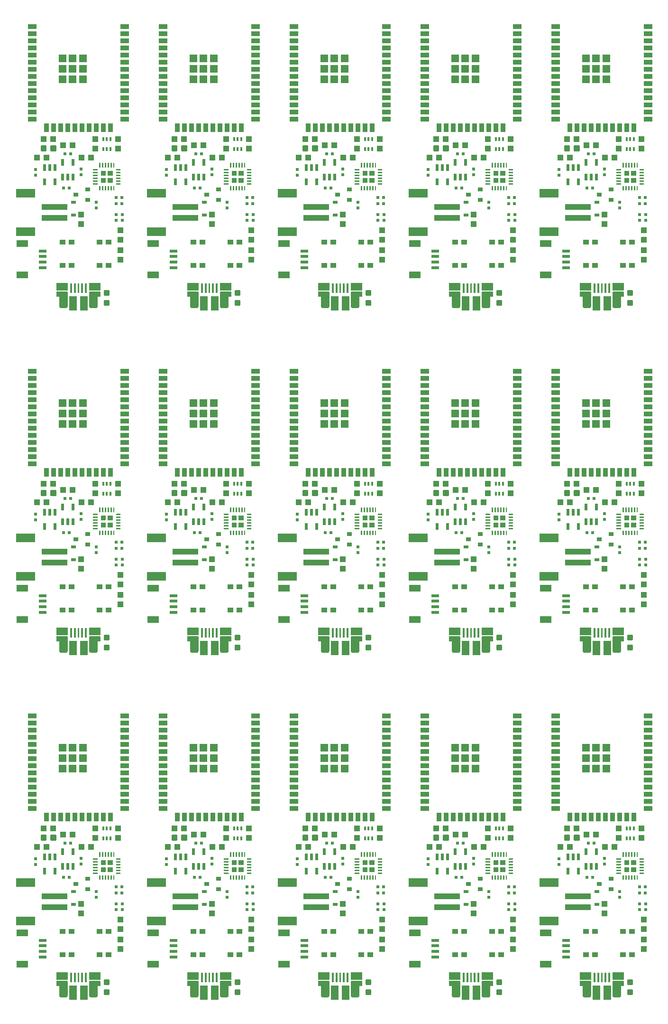
<source format=gtp>
G04 EAGLE Gerber RS-274X export*
G75*
%MOMM*%
%FSLAX34Y34*%
%LPD*%
%INSolderpaste Top*%
%IPPOS*%
%AMOC8*
5,1,8,0,0,1.08239X$1,22.5*%
G01*
%ADD10R,1.000000X0.900000*%
%ADD11R,0.600000X0.600000*%
%ADD12R,0.550000X1.200000*%
%ADD13R,0.830000X0.630000*%
%ADD14R,1.000000X1.100000*%
%ADD15R,4.600000X1.000000*%
%ADD16R,3.400000X1.600000*%
%ADD17C,0.300000*%
%ADD18R,0.900000X0.800000*%
%ADD19R,1.100000X1.000000*%
%ADD20R,0.300000X0.660000*%
%ADD21R,2.000000X1.200000*%
%ADD22R,1.350000X0.600000*%
%ADD23R,2.000000X1.460000*%
%ADD24R,1.425000X2.500000*%
%ADD25R,1.500000X0.900000*%
%ADD26R,0.900000X1.500000*%
%ADD27R,1.330000X1.330000*%

G36*
X792318Y621392D02*
X792318Y621392D01*
X792348Y621390D01*
X793083Y621473D01*
X793130Y621488D01*
X793194Y621498D01*
X793892Y621742D01*
X793934Y621767D01*
X793994Y621792D01*
X794620Y622185D01*
X794656Y622219D01*
X794709Y622256D01*
X795232Y622779D01*
X795259Y622820D01*
X795303Y622867D01*
X795696Y623493D01*
X795714Y623540D01*
X795745Y623596D01*
X795990Y624294D01*
X795996Y624343D01*
X796015Y624404D01*
X796098Y625139D01*
X796095Y625166D01*
X796101Y625196D01*
X796101Y650596D01*
X796100Y650601D01*
X796101Y650606D01*
X796080Y650699D01*
X796061Y650793D01*
X796058Y650797D01*
X796057Y650802D01*
X796002Y650880D01*
X795949Y650958D01*
X795944Y650961D01*
X795941Y650965D01*
X795860Y651016D01*
X795781Y651068D01*
X795775Y651068D01*
X795771Y651071D01*
X795594Y651103D01*
X776798Y651103D01*
X776793Y651102D01*
X776787Y651103D01*
X776694Y651082D01*
X776601Y651064D01*
X776597Y651061D01*
X776592Y651060D01*
X776514Y651004D01*
X776435Y650951D01*
X776432Y650947D01*
X776428Y650944D01*
X776378Y650862D01*
X776326Y650783D01*
X776325Y650778D01*
X776322Y650773D01*
X776290Y650596D01*
X776290Y642722D01*
X776291Y642717D01*
X776290Y642712D01*
X776311Y642619D01*
X776330Y642526D01*
X776333Y642521D01*
X776334Y642516D01*
X776389Y642438D01*
X776443Y642360D01*
X776447Y642357D01*
X776450Y642353D01*
X776531Y642302D01*
X776611Y642250D01*
X776616Y642250D01*
X776620Y642247D01*
X776798Y642215D01*
X781370Y642215D01*
X781370Y624942D01*
X781372Y624933D01*
X781371Y624927D01*
X781375Y624909D01*
X781374Y624885D01*
X781450Y624207D01*
X781465Y624160D01*
X781475Y624096D01*
X781701Y623452D01*
X781726Y623410D01*
X781750Y623350D01*
X782113Y622772D01*
X782147Y622736D01*
X782184Y622683D01*
X782667Y622200D01*
X782708Y622173D01*
X782755Y622129D01*
X783333Y621766D01*
X783380Y621749D01*
X783436Y621717D01*
X784080Y621492D01*
X784129Y621485D01*
X784191Y621466D01*
X784869Y621390D01*
X784895Y621392D01*
X784926Y621387D01*
X792292Y621387D01*
X792318Y621392D01*
G37*
G36*
X91278Y621392D02*
X91278Y621392D01*
X91308Y621390D01*
X92043Y621473D01*
X92090Y621488D01*
X92154Y621498D01*
X92852Y621742D01*
X92894Y621767D01*
X92954Y621792D01*
X93580Y622185D01*
X93616Y622219D01*
X93669Y622256D01*
X94192Y622779D01*
X94219Y622820D01*
X94263Y622867D01*
X94656Y623493D01*
X94674Y623540D01*
X94705Y623596D01*
X94950Y624294D01*
X94956Y624343D01*
X94975Y624404D01*
X95058Y625139D01*
X95055Y625166D01*
X95061Y625196D01*
X95061Y650596D01*
X95060Y650601D01*
X95061Y650606D01*
X95040Y650699D01*
X95021Y650793D01*
X95018Y650797D01*
X95017Y650802D01*
X94962Y650880D01*
X94909Y650958D01*
X94904Y650961D01*
X94901Y650965D01*
X94820Y651016D01*
X94741Y651068D01*
X94735Y651068D01*
X94731Y651071D01*
X94554Y651103D01*
X75758Y651103D01*
X75753Y651102D01*
X75747Y651103D01*
X75654Y651082D01*
X75561Y651064D01*
X75557Y651061D01*
X75552Y651060D01*
X75474Y651004D01*
X75395Y650951D01*
X75392Y650947D01*
X75388Y650944D01*
X75338Y650862D01*
X75286Y650783D01*
X75285Y650778D01*
X75282Y650773D01*
X75250Y650596D01*
X75250Y642722D01*
X75251Y642717D01*
X75250Y642712D01*
X75271Y642619D01*
X75290Y642526D01*
X75293Y642521D01*
X75294Y642516D01*
X75349Y642438D01*
X75403Y642360D01*
X75407Y642357D01*
X75410Y642353D01*
X75491Y642302D01*
X75571Y642250D01*
X75576Y642250D01*
X75580Y642247D01*
X75758Y642215D01*
X80330Y642215D01*
X80330Y624942D01*
X80332Y624933D01*
X80331Y624927D01*
X80335Y624909D01*
X80334Y624885D01*
X80410Y624207D01*
X80425Y624160D01*
X80435Y624096D01*
X80661Y623452D01*
X80686Y623410D01*
X80710Y623350D01*
X81073Y622772D01*
X81107Y622736D01*
X81144Y622683D01*
X81627Y622200D01*
X81668Y622173D01*
X81715Y622129D01*
X82293Y621766D01*
X82340Y621749D01*
X82396Y621717D01*
X83040Y621492D01*
X83089Y621485D01*
X83151Y621466D01*
X83829Y621390D01*
X83855Y621392D01*
X83886Y621387D01*
X91252Y621387D01*
X91278Y621392D01*
G37*
G36*
X324958Y621392D02*
X324958Y621392D01*
X324988Y621390D01*
X325723Y621473D01*
X325770Y621488D01*
X325834Y621498D01*
X326532Y621742D01*
X326574Y621767D01*
X326634Y621792D01*
X327260Y622185D01*
X327296Y622219D01*
X327349Y622256D01*
X327872Y622779D01*
X327899Y622820D01*
X327943Y622867D01*
X328336Y623493D01*
X328354Y623540D01*
X328385Y623596D01*
X328630Y624294D01*
X328636Y624343D01*
X328655Y624404D01*
X328738Y625139D01*
X328735Y625166D01*
X328741Y625196D01*
X328741Y650596D01*
X328740Y650601D01*
X328741Y650606D01*
X328720Y650699D01*
X328701Y650793D01*
X328698Y650797D01*
X328697Y650802D01*
X328642Y650880D01*
X328589Y650958D01*
X328584Y650961D01*
X328581Y650965D01*
X328500Y651016D01*
X328421Y651068D01*
X328415Y651068D01*
X328411Y651071D01*
X328234Y651103D01*
X309438Y651103D01*
X309433Y651102D01*
X309427Y651103D01*
X309334Y651082D01*
X309241Y651064D01*
X309237Y651061D01*
X309232Y651060D01*
X309154Y651004D01*
X309075Y650951D01*
X309072Y650947D01*
X309068Y650944D01*
X309018Y650862D01*
X308966Y650783D01*
X308965Y650778D01*
X308962Y650773D01*
X308930Y650596D01*
X308930Y642722D01*
X308931Y642717D01*
X308930Y642712D01*
X308951Y642619D01*
X308970Y642526D01*
X308973Y642521D01*
X308974Y642516D01*
X309029Y642438D01*
X309083Y642360D01*
X309087Y642357D01*
X309090Y642353D01*
X309171Y642302D01*
X309251Y642250D01*
X309256Y642250D01*
X309260Y642247D01*
X309438Y642215D01*
X314010Y642215D01*
X314010Y624942D01*
X314012Y624933D01*
X314011Y624927D01*
X314015Y624909D01*
X314014Y624885D01*
X314090Y624207D01*
X314105Y624160D01*
X314115Y624096D01*
X314341Y623452D01*
X314366Y623410D01*
X314390Y623350D01*
X314753Y622772D01*
X314787Y622736D01*
X314824Y622683D01*
X315307Y622200D01*
X315348Y622173D01*
X315395Y622129D01*
X315973Y621766D01*
X316020Y621749D01*
X316076Y621717D01*
X316720Y621492D01*
X316769Y621485D01*
X316831Y621466D01*
X317509Y621390D01*
X317535Y621392D01*
X317566Y621387D01*
X324932Y621387D01*
X324958Y621392D01*
G37*
G36*
X792318Y1236072D02*
X792318Y1236072D01*
X792348Y1236070D01*
X793083Y1236153D01*
X793130Y1236168D01*
X793194Y1236178D01*
X793892Y1236422D01*
X793934Y1236447D01*
X793994Y1236472D01*
X794620Y1236865D01*
X794656Y1236899D01*
X794709Y1236936D01*
X795232Y1237459D01*
X795259Y1237500D01*
X795303Y1237547D01*
X795696Y1238173D01*
X795714Y1238220D01*
X795745Y1238276D01*
X795990Y1238974D01*
X795996Y1239023D01*
X796015Y1239084D01*
X796098Y1239819D01*
X796095Y1239846D01*
X796101Y1239876D01*
X796101Y1265276D01*
X796100Y1265281D01*
X796101Y1265286D01*
X796080Y1265379D01*
X796061Y1265473D01*
X796058Y1265477D01*
X796057Y1265482D01*
X796002Y1265560D01*
X795949Y1265638D01*
X795944Y1265641D01*
X795941Y1265645D01*
X795860Y1265696D01*
X795781Y1265748D01*
X795775Y1265748D01*
X795771Y1265751D01*
X795594Y1265783D01*
X776798Y1265783D01*
X776793Y1265782D01*
X776787Y1265783D01*
X776694Y1265762D01*
X776601Y1265744D01*
X776597Y1265741D01*
X776592Y1265740D01*
X776514Y1265684D01*
X776435Y1265631D01*
X776432Y1265627D01*
X776428Y1265624D01*
X776378Y1265542D01*
X776326Y1265463D01*
X776325Y1265458D01*
X776322Y1265453D01*
X776290Y1265276D01*
X776290Y1257402D01*
X776291Y1257397D01*
X776290Y1257392D01*
X776311Y1257299D01*
X776330Y1257206D01*
X776333Y1257201D01*
X776334Y1257196D01*
X776389Y1257118D01*
X776443Y1257040D01*
X776447Y1257037D01*
X776450Y1257033D01*
X776531Y1256982D01*
X776611Y1256930D01*
X776616Y1256930D01*
X776620Y1256927D01*
X776798Y1256895D01*
X781370Y1256895D01*
X781370Y1239622D01*
X781372Y1239613D01*
X781371Y1239607D01*
X781375Y1239589D01*
X781374Y1239565D01*
X781450Y1238887D01*
X781465Y1238840D01*
X781475Y1238776D01*
X781701Y1238132D01*
X781726Y1238090D01*
X781750Y1238030D01*
X782113Y1237452D01*
X782147Y1237416D01*
X782184Y1237363D01*
X782667Y1236880D01*
X782708Y1236853D01*
X782755Y1236809D01*
X783333Y1236446D01*
X783380Y1236429D01*
X783436Y1236397D01*
X784080Y1236172D01*
X784129Y1236165D01*
X784191Y1236146D01*
X784869Y1236070D01*
X784895Y1236072D01*
X784926Y1236067D01*
X792292Y1236067D01*
X792318Y1236072D01*
G37*
G36*
X558638Y1236072D02*
X558638Y1236072D01*
X558668Y1236070D01*
X559403Y1236153D01*
X559450Y1236168D01*
X559514Y1236178D01*
X560212Y1236422D01*
X560254Y1236447D01*
X560314Y1236472D01*
X560940Y1236865D01*
X560976Y1236899D01*
X561029Y1236936D01*
X561552Y1237459D01*
X561579Y1237500D01*
X561623Y1237547D01*
X562016Y1238173D01*
X562034Y1238220D01*
X562065Y1238276D01*
X562310Y1238974D01*
X562316Y1239023D01*
X562335Y1239084D01*
X562418Y1239819D01*
X562415Y1239846D01*
X562421Y1239876D01*
X562421Y1265276D01*
X562420Y1265281D01*
X562421Y1265286D01*
X562400Y1265379D01*
X562381Y1265473D01*
X562378Y1265477D01*
X562377Y1265482D01*
X562322Y1265560D01*
X562269Y1265638D01*
X562264Y1265641D01*
X562261Y1265645D01*
X562180Y1265696D01*
X562101Y1265748D01*
X562095Y1265748D01*
X562091Y1265751D01*
X561914Y1265783D01*
X543118Y1265783D01*
X543113Y1265782D01*
X543107Y1265783D01*
X543014Y1265762D01*
X542921Y1265744D01*
X542917Y1265741D01*
X542912Y1265740D01*
X542834Y1265684D01*
X542755Y1265631D01*
X542752Y1265627D01*
X542748Y1265624D01*
X542698Y1265542D01*
X542646Y1265463D01*
X542645Y1265458D01*
X542642Y1265453D01*
X542610Y1265276D01*
X542610Y1257402D01*
X542611Y1257397D01*
X542610Y1257392D01*
X542631Y1257299D01*
X542650Y1257206D01*
X542653Y1257201D01*
X542654Y1257196D01*
X542709Y1257118D01*
X542763Y1257040D01*
X542767Y1257037D01*
X542770Y1257033D01*
X542851Y1256982D01*
X542931Y1256930D01*
X542936Y1256930D01*
X542940Y1256927D01*
X543118Y1256895D01*
X547690Y1256895D01*
X547690Y1239622D01*
X547692Y1239613D01*
X547691Y1239607D01*
X547695Y1239589D01*
X547694Y1239565D01*
X547770Y1238887D01*
X547785Y1238840D01*
X547795Y1238776D01*
X548021Y1238132D01*
X548046Y1238090D01*
X548070Y1238030D01*
X548433Y1237452D01*
X548467Y1237416D01*
X548504Y1237363D01*
X548987Y1236880D01*
X549028Y1236853D01*
X549075Y1236809D01*
X549653Y1236446D01*
X549700Y1236429D01*
X549756Y1236397D01*
X550400Y1236172D01*
X550449Y1236165D01*
X550511Y1236146D01*
X551189Y1236070D01*
X551215Y1236072D01*
X551246Y1236067D01*
X558612Y1236067D01*
X558638Y1236072D01*
G37*
G36*
X91278Y1236072D02*
X91278Y1236072D01*
X91308Y1236070D01*
X92043Y1236153D01*
X92090Y1236168D01*
X92154Y1236178D01*
X92852Y1236422D01*
X92894Y1236447D01*
X92954Y1236472D01*
X93580Y1236865D01*
X93616Y1236899D01*
X93669Y1236936D01*
X94192Y1237459D01*
X94219Y1237500D01*
X94263Y1237547D01*
X94656Y1238173D01*
X94674Y1238220D01*
X94705Y1238276D01*
X94950Y1238974D01*
X94956Y1239023D01*
X94975Y1239084D01*
X95058Y1239819D01*
X95055Y1239846D01*
X95061Y1239876D01*
X95061Y1265276D01*
X95060Y1265281D01*
X95061Y1265286D01*
X95040Y1265379D01*
X95021Y1265473D01*
X95018Y1265477D01*
X95017Y1265482D01*
X94962Y1265560D01*
X94909Y1265638D01*
X94904Y1265641D01*
X94901Y1265645D01*
X94820Y1265696D01*
X94741Y1265748D01*
X94735Y1265748D01*
X94731Y1265751D01*
X94554Y1265783D01*
X75758Y1265783D01*
X75753Y1265782D01*
X75747Y1265783D01*
X75654Y1265762D01*
X75561Y1265744D01*
X75557Y1265741D01*
X75552Y1265740D01*
X75474Y1265684D01*
X75395Y1265631D01*
X75392Y1265627D01*
X75388Y1265624D01*
X75338Y1265542D01*
X75286Y1265463D01*
X75285Y1265458D01*
X75282Y1265453D01*
X75250Y1265276D01*
X75250Y1257402D01*
X75251Y1257397D01*
X75250Y1257392D01*
X75271Y1257299D01*
X75290Y1257206D01*
X75293Y1257201D01*
X75294Y1257196D01*
X75349Y1257118D01*
X75403Y1257040D01*
X75407Y1257037D01*
X75410Y1257033D01*
X75491Y1256982D01*
X75571Y1256930D01*
X75576Y1256930D01*
X75580Y1256927D01*
X75758Y1256895D01*
X80330Y1256895D01*
X80330Y1239622D01*
X80332Y1239613D01*
X80331Y1239607D01*
X80335Y1239589D01*
X80334Y1239565D01*
X80410Y1238887D01*
X80425Y1238840D01*
X80435Y1238776D01*
X80661Y1238132D01*
X80686Y1238090D01*
X80710Y1238030D01*
X81073Y1237452D01*
X81107Y1237416D01*
X81144Y1237363D01*
X81627Y1236880D01*
X81668Y1236853D01*
X81715Y1236809D01*
X82293Y1236446D01*
X82340Y1236429D01*
X82396Y1236397D01*
X83040Y1236172D01*
X83089Y1236165D01*
X83151Y1236146D01*
X83829Y1236070D01*
X83855Y1236072D01*
X83886Y1236067D01*
X91252Y1236067D01*
X91278Y1236072D01*
G37*
G36*
X1025998Y6712D02*
X1025998Y6712D01*
X1026028Y6710D01*
X1026763Y6793D01*
X1026810Y6808D01*
X1026874Y6818D01*
X1027572Y7062D01*
X1027614Y7087D01*
X1027674Y7112D01*
X1028300Y7505D01*
X1028336Y7539D01*
X1028389Y7576D01*
X1028912Y8099D01*
X1028939Y8140D01*
X1028983Y8187D01*
X1029376Y8813D01*
X1029394Y8860D01*
X1029425Y8916D01*
X1029670Y9614D01*
X1029676Y9663D01*
X1029695Y9724D01*
X1029778Y10459D01*
X1029775Y10486D01*
X1029781Y10516D01*
X1029781Y35916D01*
X1029780Y35921D01*
X1029781Y35926D01*
X1029760Y36019D01*
X1029741Y36113D01*
X1029738Y36117D01*
X1029737Y36122D01*
X1029682Y36200D01*
X1029629Y36278D01*
X1029624Y36281D01*
X1029621Y36285D01*
X1029540Y36336D01*
X1029461Y36388D01*
X1029455Y36388D01*
X1029451Y36391D01*
X1029274Y36423D01*
X1010478Y36423D01*
X1010473Y36422D01*
X1010467Y36423D01*
X1010374Y36402D01*
X1010281Y36384D01*
X1010277Y36381D01*
X1010272Y36380D01*
X1010194Y36324D01*
X1010115Y36271D01*
X1010112Y36267D01*
X1010108Y36264D01*
X1010058Y36182D01*
X1010006Y36103D01*
X1010005Y36098D01*
X1010002Y36093D01*
X1009970Y35916D01*
X1009970Y28042D01*
X1009971Y28037D01*
X1009970Y28032D01*
X1009991Y27939D01*
X1010010Y27846D01*
X1010013Y27841D01*
X1010014Y27836D01*
X1010069Y27758D01*
X1010123Y27680D01*
X1010127Y27677D01*
X1010130Y27673D01*
X1010211Y27622D01*
X1010291Y27570D01*
X1010296Y27570D01*
X1010300Y27567D01*
X1010478Y27535D01*
X1015050Y27535D01*
X1015050Y10262D01*
X1015052Y10253D01*
X1015051Y10247D01*
X1015055Y10229D01*
X1015054Y10205D01*
X1015130Y9527D01*
X1015145Y9480D01*
X1015155Y9416D01*
X1015381Y8772D01*
X1015406Y8730D01*
X1015430Y8670D01*
X1015793Y8092D01*
X1015827Y8056D01*
X1015864Y8003D01*
X1016347Y7520D01*
X1016388Y7493D01*
X1016435Y7449D01*
X1017013Y7086D01*
X1017060Y7069D01*
X1017116Y7037D01*
X1017760Y6812D01*
X1017809Y6805D01*
X1017871Y6786D01*
X1018549Y6710D01*
X1018575Y6712D01*
X1018606Y6707D01*
X1025972Y6707D01*
X1025998Y6712D01*
G37*
G36*
X324958Y1236072D02*
X324958Y1236072D01*
X324988Y1236070D01*
X325723Y1236153D01*
X325770Y1236168D01*
X325834Y1236178D01*
X326532Y1236422D01*
X326574Y1236447D01*
X326634Y1236472D01*
X327260Y1236865D01*
X327296Y1236899D01*
X327349Y1236936D01*
X327872Y1237459D01*
X327899Y1237500D01*
X327943Y1237547D01*
X328336Y1238173D01*
X328354Y1238220D01*
X328385Y1238276D01*
X328630Y1238974D01*
X328636Y1239023D01*
X328655Y1239084D01*
X328738Y1239819D01*
X328735Y1239846D01*
X328741Y1239876D01*
X328741Y1265276D01*
X328740Y1265281D01*
X328741Y1265286D01*
X328720Y1265379D01*
X328701Y1265473D01*
X328698Y1265477D01*
X328697Y1265482D01*
X328642Y1265560D01*
X328589Y1265638D01*
X328584Y1265641D01*
X328581Y1265645D01*
X328500Y1265696D01*
X328421Y1265748D01*
X328415Y1265748D01*
X328411Y1265751D01*
X328234Y1265783D01*
X309438Y1265783D01*
X309433Y1265782D01*
X309427Y1265783D01*
X309334Y1265762D01*
X309241Y1265744D01*
X309237Y1265741D01*
X309232Y1265740D01*
X309154Y1265684D01*
X309075Y1265631D01*
X309072Y1265627D01*
X309068Y1265624D01*
X309018Y1265542D01*
X308966Y1265463D01*
X308965Y1265458D01*
X308962Y1265453D01*
X308930Y1265276D01*
X308930Y1257402D01*
X308931Y1257397D01*
X308930Y1257392D01*
X308951Y1257299D01*
X308970Y1257206D01*
X308973Y1257201D01*
X308974Y1257196D01*
X309029Y1257118D01*
X309083Y1257040D01*
X309087Y1257037D01*
X309090Y1257033D01*
X309171Y1256982D01*
X309251Y1256930D01*
X309256Y1256930D01*
X309260Y1256927D01*
X309438Y1256895D01*
X314010Y1256895D01*
X314010Y1239622D01*
X314012Y1239613D01*
X314011Y1239607D01*
X314015Y1239589D01*
X314014Y1239565D01*
X314090Y1238887D01*
X314105Y1238840D01*
X314115Y1238776D01*
X314341Y1238132D01*
X314366Y1238090D01*
X314390Y1238030D01*
X314753Y1237452D01*
X314787Y1237416D01*
X314824Y1237363D01*
X315307Y1236880D01*
X315348Y1236853D01*
X315395Y1236809D01*
X315973Y1236446D01*
X316020Y1236429D01*
X316076Y1236397D01*
X316720Y1236172D01*
X316769Y1236165D01*
X316831Y1236146D01*
X317509Y1236070D01*
X317535Y1236072D01*
X317566Y1236067D01*
X324932Y1236067D01*
X324958Y1236072D01*
G37*
G36*
X1025998Y1236072D02*
X1025998Y1236072D01*
X1026028Y1236070D01*
X1026763Y1236153D01*
X1026810Y1236168D01*
X1026874Y1236178D01*
X1027572Y1236422D01*
X1027614Y1236447D01*
X1027674Y1236472D01*
X1028300Y1236865D01*
X1028336Y1236899D01*
X1028389Y1236936D01*
X1028912Y1237459D01*
X1028939Y1237500D01*
X1028983Y1237547D01*
X1029376Y1238173D01*
X1029394Y1238220D01*
X1029425Y1238276D01*
X1029670Y1238974D01*
X1029676Y1239023D01*
X1029695Y1239084D01*
X1029778Y1239819D01*
X1029775Y1239846D01*
X1029781Y1239876D01*
X1029781Y1265276D01*
X1029780Y1265281D01*
X1029781Y1265286D01*
X1029760Y1265379D01*
X1029741Y1265473D01*
X1029738Y1265477D01*
X1029737Y1265482D01*
X1029682Y1265560D01*
X1029629Y1265638D01*
X1029624Y1265641D01*
X1029621Y1265645D01*
X1029540Y1265696D01*
X1029461Y1265748D01*
X1029455Y1265748D01*
X1029451Y1265751D01*
X1029274Y1265783D01*
X1010478Y1265783D01*
X1010473Y1265782D01*
X1010467Y1265783D01*
X1010374Y1265762D01*
X1010281Y1265744D01*
X1010277Y1265741D01*
X1010272Y1265740D01*
X1010194Y1265684D01*
X1010115Y1265631D01*
X1010112Y1265627D01*
X1010108Y1265624D01*
X1010058Y1265542D01*
X1010006Y1265463D01*
X1010005Y1265458D01*
X1010002Y1265453D01*
X1009970Y1265276D01*
X1009970Y1257402D01*
X1009971Y1257397D01*
X1009970Y1257392D01*
X1009991Y1257299D01*
X1010010Y1257206D01*
X1010013Y1257201D01*
X1010014Y1257196D01*
X1010069Y1257118D01*
X1010123Y1257040D01*
X1010127Y1257037D01*
X1010130Y1257033D01*
X1010211Y1256982D01*
X1010291Y1256930D01*
X1010296Y1256930D01*
X1010300Y1256927D01*
X1010478Y1256895D01*
X1015050Y1256895D01*
X1015050Y1239622D01*
X1015052Y1239613D01*
X1015051Y1239607D01*
X1015055Y1239589D01*
X1015054Y1239565D01*
X1015130Y1238887D01*
X1015145Y1238840D01*
X1015155Y1238776D01*
X1015381Y1238132D01*
X1015406Y1238090D01*
X1015430Y1238030D01*
X1015793Y1237452D01*
X1015827Y1237416D01*
X1015864Y1237363D01*
X1016347Y1236880D01*
X1016388Y1236853D01*
X1016435Y1236809D01*
X1017013Y1236446D01*
X1017060Y1236429D01*
X1017116Y1236397D01*
X1017760Y1236172D01*
X1017809Y1236165D01*
X1017871Y1236146D01*
X1018549Y1236070D01*
X1018575Y1236072D01*
X1018606Y1236067D01*
X1025972Y1236067D01*
X1025998Y1236072D01*
G37*
G36*
X558638Y621392D02*
X558638Y621392D01*
X558668Y621390D01*
X559403Y621473D01*
X559450Y621488D01*
X559514Y621498D01*
X560212Y621742D01*
X560254Y621767D01*
X560314Y621792D01*
X560940Y622185D01*
X560976Y622219D01*
X561029Y622256D01*
X561552Y622779D01*
X561579Y622820D01*
X561623Y622867D01*
X562016Y623493D01*
X562034Y623540D01*
X562065Y623596D01*
X562310Y624294D01*
X562316Y624343D01*
X562335Y624404D01*
X562418Y625139D01*
X562415Y625166D01*
X562421Y625196D01*
X562421Y650596D01*
X562420Y650601D01*
X562421Y650606D01*
X562400Y650699D01*
X562381Y650793D01*
X562378Y650797D01*
X562377Y650802D01*
X562322Y650880D01*
X562269Y650958D01*
X562264Y650961D01*
X562261Y650965D01*
X562180Y651016D01*
X562101Y651068D01*
X562095Y651068D01*
X562091Y651071D01*
X561914Y651103D01*
X543118Y651103D01*
X543113Y651102D01*
X543107Y651103D01*
X543014Y651082D01*
X542921Y651064D01*
X542917Y651061D01*
X542912Y651060D01*
X542834Y651004D01*
X542755Y650951D01*
X542752Y650947D01*
X542748Y650944D01*
X542698Y650862D01*
X542646Y650783D01*
X542645Y650778D01*
X542642Y650773D01*
X542610Y650596D01*
X542610Y642722D01*
X542611Y642717D01*
X542610Y642712D01*
X542631Y642619D01*
X542650Y642526D01*
X542653Y642521D01*
X542654Y642516D01*
X542709Y642438D01*
X542763Y642360D01*
X542767Y642357D01*
X542770Y642353D01*
X542851Y642302D01*
X542931Y642250D01*
X542936Y642250D01*
X542940Y642247D01*
X543118Y642215D01*
X547690Y642215D01*
X547690Y624942D01*
X547692Y624933D01*
X547691Y624927D01*
X547695Y624909D01*
X547694Y624885D01*
X547770Y624207D01*
X547785Y624160D01*
X547795Y624096D01*
X548021Y623452D01*
X548046Y623410D01*
X548070Y623350D01*
X548433Y622772D01*
X548467Y622736D01*
X548504Y622683D01*
X548987Y622200D01*
X549028Y622173D01*
X549075Y622129D01*
X549653Y621766D01*
X549700Y621749D01*
X549756Y621717D01*
X550400Y621492D01*
X550449Y621485D01*
X550511Y621466D01*
X551189Y621390D01*
X551215Y621392D01*
X551246Y621387D01*
X558612Y621387D01*
X558638Y621392D01*
G37*
G36*
X1025998Y621392D02*
X1025998Y621392D01*
X1026028Y621390D01*
X1026763Y621473D01*
X1026810Y621488D01*
X1026874Y621498D01*
X1027572Y621742D01*
X1027614Y621767D01*
X1027674Y621792D01*
X1028300Y622185D01*
X1028336Y622219D01*
X1028389Y622256D01*
X1028912Y622779D01*
X1028939Y622820D01*
X1028983Y622867D01*
X1029376Y623493D01*
X1029394Y623540D01*
X1029425Y623596D01*
X1029670Y624294D01*
X1029676Y624343D01*
X1029695Y624404D01*
X1029778Y625139D01*
X1029775Y625166D01*
X1029781Y625196D01*
X1029781Y650596D01*
X1029780Y650601D01*
X1029781Y650606D01*
X1029760Y650699D01*
X1029741Y650793D01*
X1029738Y650797D01*
X1029737Y650802D01*
X1029682Y650880D01*
X1029629Y650958D01*
X1029624Y650961D01*
X1029621Y650965D01*
X1029540Y651016D01*
X1029461Y651068D01*
X1029455Y651068D01*
X1029451Y651071D01*
X1029274Y651103D01*
X1010478Y651103D01*
X1010473Y651102D01*
X1010467Y651103D01*
X1010374Y651082D01*
X1010281Y651064D01*
X1010277Y651061D01*
X1010272Y651060D01*
X1010194Y651004D01*
X1010115Y650951D01*
X1010112Y650947D01*
X1010108Y650944D01*
X1010058Y650862D01*
X1010006Y650783D01*
X1010005Y650778D01*
X1010002Y650773D01*
X1009970Y650596D01*
X1009970Y642722D01*
X1009971Y642717D01*
X1009970Y642712D01*
X1009991Y642619D01*
X1010010Y642526D01*
X1010013Y642521D01*
X1010014Y642516D01*
X1010069Y642438D01*
X1010123Y642360D01*
X1010127Y642357D01*
X1010130Y642353D01*
X1010211Y642302D01*
X1010291Y642250D01*
X1010296Y642250D01*
X1010300Y642247D01*
X1010478Y642215D01*
X1015050Y642215D01*
X1015050Y624942D01*
X1015052Y624933D01*
X1015051Y624927D01*
X1015055Y624909D01*
X1015054Y624885D01*
X1015130Y624207D01*
X1015145Y624160D01*
X1015155Y624096D01*
X1015381Y623452D01*
X1015406Y623410D01*
X1015430Y623350D01*
X1015793Y622772D01*
X1015827Y622736D01*
X1015864Y622683D01*
X1016347Y622200D01*
X1016388Y622173D01*
X1016435Y622129D01*
X1017013Y621766D01*
X1017060Y621749D01*
X1017116Y621717D01*
X1017760Y621492D01*
X1017809Y621485D01*
X1017871Y621466D01*
X1018549Y621390D01*
X1018575Y621392D01*
X1018606Y621387D01*
X1025972Y621387D01*
X1025998Y621392D01*
G37*
G36*
X91278Y6712D02*
X91278Y6712D01*
X91308Y6710D01*
X92043Y6793D01*
X92090Y6808D01*
X92154Y6818D01*
X92852Y7062D01*
X92894Y7087D01*
X92954Y7112D01*
X93580Y7505D01*
X93616Y7539D01*
X93669Y7576D01*
X94192Y8099D01*
X94219Y8140D01*
X94263Y8187D01*
X94656Y8813D01*
X94674Y8860D01*
X94705Y8916D01*
X94950Y9614D01*
X94956Y9663D01*
X94975Y9724D01*
X95058Y10459D01*
X95055Y10486D01*
X95061Y10516D01*
X95061Y35916D01*
X95060Y35921D01*
X95061Y35926D01*
X95040Y36019D01*
X95021Y36113D01*
X95018Y36117D01*
X95017Y36122D01*
X94962Y36200D01*
X94909Y36278D01*
X94904Y36281D01*
X94901Y36285D01*
X94820Y36336D01*
X94741Y36388D01*
X94735Y36388D01*
X94731Y36391D01*
X94554Y36423D01*
X75758Y36423D01*
X75753Y36422D01*
X75747Y36423D01*
X75654Y36402D01*
X75561Y36384D01*
X75557Y36381D01*
X75552Y36380D01*
X75474Y36324D01*
X75395Y36271D01*
X75392Y36267D01*
X75388Y36264D01*
X75338Y36182D01*
X75286Y36103D01*
X75285Y36098D01*
X75282Y36093D01*
X75250Y35916D01*
X75250Y28042D01*
X75251Y28037D01*
X75250Y28032D01*
X75271Y27939D01*
X75290Y27846D01*
X75293Y27841D01*
X75294Y27836D01*
X75349Y27758D01*
X75403Y27680D01*
X75407Y27677D01*
X75410Y27673D01*
X75491Y27622D01*
X75571Y27570D01*
X75576Y27570D01*
X75580Y27567D01*
X75758Y27535D01*
X80330Y27535D01*
X80330Y10262D01*
X80332Y10253D01*
X80331Y10247D01*
X80335Y10229D01*
X80334Y10205D01*
X80410Y9527D01*
X80425Y9480D01*
X80435Y9416D01*
X80661Y8772D01*
X80686Y8730D01*
X80710Y8670D01*
X81073Y8092D01*
X81107Y8056D01*
X81144Y8003D01*
X81627Y7520D01*
X81668Y7493D01*
X81715Y7449D01*
X82293Y7086D01*
X82340Y7069D01*
X82396Y7037D01*
X83040Y6812D01*
X83089Y6805D01*
X83151Y6786D01*
X83829Y6710D01*
X83855Y6712D01*
X83886Y6707D01*
X91252Y6707D01*
X91278Y6712D01*
G37*
G36*
X324958Y6712D02*
X324958Y6712D01*
X324988Y6710D01*
X325723Y6793D01*
X325770Y6808D01*
X325834Y6818D01*
X326532Y7062D01*
X326574Y7087D01*
X326634Y7112D01*
X327260Y7505D01*
X327296Y7539D01*
X327349Y7576D01*
X327872Y8099D01*
X327899Y8140D01*
X327943Y8187D01*
X328336Y8813D01*
X328354Y8860D01*
X328385Y8916D01*
X328630Y9614D01*
X328636Y9663D01*
X328655Y9724D01*
X328738Y10459D01*
X328735Y10486D01*
X328741Y10516D01*
X328741Y35916D01*
X328740Y35921D01*
X328741Y35926D01*
X328720Y36019D01*
X328701Y36113D01*
X328698Y36117D01*
X328697Y36122D01*
X328642Y36200D01*
X328589Y36278D01*
X328584Y36281D01*
X328581Y36285D01*
X328500Y36336D01*
X328421Y36388D01*
X328415Y36388D01*
X328411Y36391D01*
X328234Y36423D01*
X309438Y36423D01*
X309433Y36422D01*
X309427Y36423D01*
X309334Y36402D01*
X309241Y36384D01*
X309237Y36381D01*
X309232Y36380D01*
X309154Y36324D01*
X309075Y36271D01*
X309072Y36267D01*
X309068Y36264D01*
X309018Y36182D01*
X308966Y36103D01*
X308965Y36098D01*
X308962Y36093D01*
X308930Y35916D01*
X308930Y28042D01*
X308931Y28037D01*
X308930Y28032D01*
X308951Y27939D01*
X308970Y27846D01*
X308973Y27841D01*
X308974Y27836D01*
X309029Y27758D01*
X309083Y27680D01*
X309087Y27677D01*
X309090Y27673D01*
X309171Y27622D01*
X309251Y27570D01*
X309256Y27570D01*
X309260Y27567D01*
X309438Y27535D01*
X314010Y27535D01*
X314010Y10262D01*
X314012Y10253D01*
X314011Y10247D01*
X314015Y10229D01*
X314014Y10205D01*
X314090Y9527D01*
X314105Y9480D01*
X314115Y9416D01*
X314341Y8772D01*
X314366Y8730D01*
X314390Y8670D01*
X314753Y8092D01*
X314787Y8056D01*
X314824Y8003D01*
X315307Y7520D01*
X315348Y7493D01*
X315395Y7449D01*
X315973Y7086D01*
X316020Y7069D01*
X316076Y7037D01*
X316720Y6812D01*
X316769Y6805D01*
X316831Y6786D01*
X317509Y6710D01*
X317535Y6712D01*
X317566Y6707D01*
X324932Y6707D01*
X324958Y6712D01*
G37*
G36*
X558638Y6712D02*
X558638Y6712D01*
X558668Y6710D01*
X559403Y6793D01*
X559450Y6808D01*
X559514Y6818D01*
X560212Y7062D01*
X560254Y7087D01*
X560314Y7112D01*
X560940Y7505D01*
X560976Y7539D01*
X561029Y7576D01*
X561552Y8099D01*
X561579Y8140D01*
X561623Y8187D01*
X562016Y8813D01*
X562034Y8860D01*
X562065Y8916D01*
X562310Y9614D01*
X562316Y9663D01*
X562335Y9724D01*
X562418Y10459D01*
X562415Y10486D01*
X562421Y10516D01*
X562421Y35916D01*
X562420Y35921D01*
X562421Y35926D01*
X562400Y36019D01*
X562381Y36113D01*
X562378Y36117D01*
X562377Y36122D01*
X562322Y36200D01*
X562269Y36278D01*
X562264Y36281D01*
X562261Y36285D01*
X562180Y36336D01*
X562101Y36388D01*
X562095Y36388D01*
X562091Y36391D01*
X561914Y36423D01*
X543118Y36423D01*
X543113Y36422D01*
X543107Y36423D01*
X543014Y36402D01*
X542921Y36384D01*
X542917Y36381D01*
X542912Y36380D01*
X542834Y36324D01*
X542755Y36271D01*
X542752Y36267D01*
X542748Y36264D01*
X542698Y36182D01*
X542646Y36103D01*
X542645Y36098D01*
X542642Y36093D01*
X542610Y35916D01*
X542610Y28042D01*
X542611Y28037D01*
X542610Y28032D01*
X542631Y27939D01*
X542650Y27846D01*
X542653Y27841D01*
X542654Y27836D01*
X542709Y27758D01*
X542763Y27680D01*
X542767Y27677D01*
X542770Y27673D01*
X542851Y27622D01*
X542931Y27570D01*
X542936Y27570D01*
X542940Y27567D01*
X543118Y27535D01*
X547690Y27535D01*
X547690Y10262D01*
X547692Y10253D01*
X547691Y10247D01*
X547695Y10229D01*
X547694Y10205D01*
X547770Y9527D01*
X547785Y9480D01*
X547795Y9416D01*
X548021Y8772D01*
X548046Y8730D01*
X548070Y8670D01*
X548433Y8092D01*
X548467Y8056D01*
X548504Y8003D01*
X548987Y7520D01*
X549028Y7493D01*
X549075Y7449D01*
X549653Y7086D01*
X549700Y7069D01*
X549756Y7037D01*
X550400Y6812D01*
X550449Y6805D01*
X550511Y6786D01*
X551189Y6710D01*
X551215Y6712D01*
X551246Y6707D01*
X558612Y6707D01*
X558638Y6712D01*
G37*
G36*
X792318Y6712D02*
X792318Y6712D01*
X792348Y6710D01*
X793083Y6793D01*
X793130Y6808D01*
X793194Y6818D01*
X793892Y7062D01*
X793934Y7087D01*
X793994Y7112D01*
X794620Y7505D01*
X794656Y7539D01*
X794709Y7576D01*
X795232Y8099D01*
X795259Y8140D01*
X795303Y8187D01*
X795696Y8813D01*
X795714Y8860D01*
X795745Y8916D01*
X795990Y9614D01*
X795996Y9663D01*
X796015Y9724D01*
X796098Y10459D01*
X796095Y10486D01*
X796101Y10516D01*
X796101Y35916D01*
X796100Y35921D01*
X796101Y35926D01*
X796080Y36019D01*
X796061Y36113D01*
X796058Y36117D01*
X796057Y36122D01*
X796002Y36200D01*
X795949Y36278D01*
X795944Y36281D01*
X795941Y36285D01*
X795860Y36336D01*
X795781Y36388D01*
X795775Y36388D01*
X795771Y36391D01*
X795594Y36423D01*
X776798Y36423D01*
X776793Y36422D01*
X776787Y36423D01*
X776694Y36402D01*
X776601Y36384D01*
X776597Y36381D01*
X776592Y36380D01*
X776514Y36324D01*
X776435Y36271D01*
X776432Y36267D01*
X776428Y36264D01*
X776378Y36182D01*
X776326Y36103D01*
X776325Y36098D01*
X776322Y36093D01*
X776290Y35916D01*
X776290Y28042D01*
X776291Y28037D01*
X776290Y28032D01*
X776311Y27939D01*
X776330Y27846D01*
X776333Y27841D01*
X776334Y27836D01*
X776389Y27758D01*
X776443Y27680D01*
X776447Y27677D01*
X776450Y27673D01*
X776531Y27622D01*
X776611Y27570D01*
X776616Y27570D01*
X776620Y27567D01*
X776798Y27535D01*
X781370Y27535D01*
X781370Y10262D01*
X781372Y10253D01*
X781371Y10247D01*
X781375Y10229D01*
X781374Y10205D01*
X781450Y9527D01*
X781465Y9480D01*
X781475Y9416D01*
X781701Y8772D01*
X781726Y8730D01*
X781750Y8670D01*
X782113Y8092D01*
X782147Y8056D01*
X782184Y8003D01*
X782667Y7520D01*
X782708Y7493D01*
X782755Y7449D01*
X783333Y7086D01*
X783380Y7069D01*
X783436Y7037D01*
X784080Y6812D01*
X784129Y6805D01*
X784191Y6786D01*
X784869Y6710D01*
X784895Y6712D01*
X784926Y6707D01*
X792292Y6707D01*
X792318Y6712D01*
G37*
G36*
X1079752Y1236072D02*
X1079752Y1236072D01*
X1079783Y1236070D01*
X1080461Y1236146D01*
X1080508Y1236161D01*
X1080572Y1236172D01*
X1081216Y1236397D01*
X1081258Y1236422D01*
X1081318Y1236446D01*
X1081896Y1236809D01*
X1081932Y1236843D01*
X1081985Y1236880D01*
X1082468Y1237363D01*
X1082495Y1237404D01*
X1082539Y1237452D01*
X1082902Y1238030D01*
X1082919Y1238076D01*
X1082951Y1238132D01*
X1083176Y1238776D01*
X1083183Y1238825D01*
X1083202Y1238887D01*
X1083278Y1239565D01*
X1083276Y1239592D01*
X1083281Y1239622D01*
X1083281Y1256895D01*
X1087854Y1256895D01*
X1087859Y1256896D01*
X1087864Y1256895D01*
X1087957Y1256916D01*
X1088051Y1256934D01*
X1088055Y1256937D01*
X1088060Y1256938D01*
X1088138Y1256994D01*
X1088216Y1257047D01*
X1088219Y1257051D01*
X1088223Y1257054D01*
X1088274Y1257136D01*
X1088326Y1257215D01*
X1088326Y1257220D01*
X1088329Y1257225D01*
X1088361Y1257402D01*
X1088361Y1265276D01*
X1088360Y1265281D01*
X1088361Y1265286D01*
X1088340Y1265379D01*
X1088322Y1265473D01*
X1088319Y1265477D01*
X1088318Y1265482D01*
X1088262Y1265560D01*
X1088209Y1265638D01*
X1088205Y1265641D01*
X1088202Y1265645D01*
X1088120Y1265696D01*
X1088041Y1265748D01*
X1088036Y1265748D01*
X1088031Y1265751D01*
X1087854Y1265783D01*
X1069058Y1265783D01*
X1069053Y1265782D01*
X1069048Y1265783D01*
X1068955Y1265762D01*
X1068862Y1265744D01*
X1068857Y1265741D01*
X1068852Y1265740D01*
X1068774Y1265684D01*
X1068696Y1265631D01*
X1068693Y1265627D01*
X1068689Y1265624D01*
X1068638Y1265542D01*
X1068586Y1265463D01*
X1068586Y1265458D01*
X1068583Y1265453D01*
X1068551Y1265276D01*
X1068551Y1239876D01*
X1068556Y1239850D01*
X1068554Y1239819D01*
X1068637Y1239084D01*
X1068652Y1239037D01*
X1068662Y1238974D01*
X1068906Y1238276D01*
X1068931Y1238233D01*
X1068956Y1238173D01*
X1069349Y1237547D01*
X1069383Y1237512D01*
X1069420Y1237459D01*
X1069943Y1236936D01*
X1069984Y1236908D01*
X1070031Y1236865D01*
X1070657Y1236472D01*
X1070704Y1236454D01*
X1070760Y1236422D01*
X1071458Y1236178D01*
X1071507Y1236171D01*
X1071568Y1236153D01*
X1072303Y1236070D01*
X1072330Y1236072D01*
X1072360Y1236067D01*
X1079726Y1236067D01*
X1079752Y1236072D01*
G37*
G36*
X846072Y621392D02*
X846072Y621392D01*
X846103Y621390D01*
X846781Y621466D01*
X846828Y621481D01*
X846892Y621492D01*
X847536Y621717D01*
X847578Y621742D01*
X847638Y621766D01*
X848216Y622129D01*
X848252Y622163D01*
X848305Y622200D01*
X848788Y622683D01*
X848815Y622724D01*
X848859Y622772D01*
X849222Y623350D01*
X849239Y623396D01*
X849271Y623452D01*
X849496Y624096D01*
X849503Y624145D01*
X849522Y624207D01*
X849598Y624885D01*
X849596Y624912D01*
X849601Y624942D01*
X849601Y642215D01*
X854174Y642215D01*
X854179Y642216D01*
X854184Y642215D01*
X854277Y642236D01*
X854371Y642254D01*
X854375Y642257D01*
X854380Y642258D01*
X854458Y642314D01*
X854536Y642367D01*
X854539Y642371D01*
X854543Y642374D01*
X854594Y642456D01*
X854646Y642535D01*
X854646Y642540D01*
X854649Y642545D01*
X854681Y642722D01*
X854681Y650596D01*
X854680Y650601D01*
X854681Y650606D01*
X854660Y650699D01*
X854642Y650793D01*
X854639Y650797D01*
X854638Y650802D01*
X854582Y650880D01*
X854529Y650958D01*
X854525Y650961D01*
X854522Y650965D01*
X854440Y651016D01*
X854361Y651068D01*
X854356Y651068D01*
X854351Y651071D01*
X854174Y651103D01*
X835378Y651103D01*
X835373Y651102D01*
X835368Y651103D01*
X835275Y651082D01*
X835182Y651064D01*
X835177Y651061D01*
X835172Y651060D01*
X835094Y651004D01*
X835016Y650951D01*
X835013Y650947D01*
X835009Y650944D01*
X834958Y650862D01*
X834906Y650783D01*
X834906Y650778D01*
X834903Y650773D01*
X834871Y650596D01*
X834871Y625196D01*
X834876Y625170D01*
X834874Y625139D01*
X834957Y624404D01*
X834972Y624357D01*
X834982Y624294D01*
X835226Y623596D01*
X835251Y623553D01*
X835276Y623493D01*
X835669Y622867D01*
X835703Y622832D01*
X835740Y622779D01*
X836263Y622256D01*
X836304Y622228D01*
X836351Y622185D01*
X836977Y621792D01*
X837024Y621774D01*
X837080Y621742D01*
X837778Y621498D01*
X837827Y621491D01*
X837888Y621473D01*
X838623Y621390D01*
X838650Y621392D01*
X838680Y621387D01*
X846046Y621387D01*
X846072Y621392D01*
G37*
G36*
X145032Y621392D02*
X145032Y621392D01*
X145063Y621390D01*
X145741Y621466D01*
X145788Y621481D01*
X145852Y621492D01*
X146496Y621717D01*
X146538Y621742D01*
X146598Y621766D01*
X147176Y622129D01*
X147212Y622163D01*
X147265Y622200D01*
X147748Y622683D01*
X147775Y622724D01*
X147819Y622772D01*
X148182Y623350D01*
X148199Y623396D01*
X148231Y623452D01*
X148456Y624096D01*
X148463Y624145D01*
X148482Y624207D01*
X148558Y624885D01*
X148556Y624912D01*
X148561Y624942D01*
X148561Y642215D01*
X153134Y642215D01*
X153139Y642216D01*
X153144Y642215D01*
X153237Y642236D01*
X153331Y642254D01*
X153335Y642257D01*
X153340Y642258D01*
X153418Y642314D01*
X153496Y642367D01*
X153499Y642371D01*
X153503Y642374D01*
X153554Y642456D01*
X153606Y642535D01*
X153606Y642540D01*
X153609Y642545D01*
X153641Y642722D01*
X153641Y650596D01*
X153640Y650601D01*
X153641Y650606D01*
X153620Y650699D01*
X153602Y650793D01*
X153599Y650797D01*
X153598Y650802D01*
X153542Y650880D01*
X153489Y650958D01*
X153485Y650961D01*
X153482Y650965D01*
X153400Y651016D01*
X153321Y651068D01*
X153316Y651068D01*
X153311Y651071D01*
X153134Y651103D01*
X134338Y651103D01*
X134333Y651102D01*
X134328Y651103D01*
X134235Y651082D01*
X134142Y651064D01*
X134137Y651061D01*
X134132Y651060D01*
X134054Y651004D01*
X133976Y650951D01*
X133973Y650947D01*
X133969Y650944D01*
X133918Y650862D01*
X133866Y650783D01*
X133866Y650778D01*
X133863Y650773D01*
X133831Y650596D01*
X133831Y625196D01*
X133836Y625170D01*
X133834Y625139D01*
X133917Y624404D01*
X133932Y624357D01*
X133942Y624294D01*
X134186Y623596D01*
X134211Y623553D01*
X134236Y623493D01*
X134629Y622867D01*
X134663Y622832D01*
X134700Y622779D01*
X135223Y622256D01*
X135264Y622228D01*
X135311Y622185D01*
X135937Y621792D01*
X135984Y621774D01*
X136040Y621742D01*
X136738Y621498D01*
X136787Y621491D01*
X136848Y621473D01*
X137583Y621390D01*
X137610Y621392D01*
X137640Y621387D01*
X145006Y621387D01*
X145032Y621392D01*
G37*
G36*
X612392Y1236072D02*
X612392Y1236072D01*
X612423Y1236070D01*
X613101Y1236146D01*
X613148Y1236161D01*
X613212Y1236172D01*
X613856Y1236397D01*
X613898Y1236422D01*
X613958Y1236446D01*
X614536Y1236809D01*
X614572Y1236843D01*
X614625Y1236880D01*
X615108Y1237363D01*
X615135Y1237404D01*
X615179Y1237452D01*
X615542Y1238030D01*
X615559Y1238076D01*
X615591Y1238132D01*
X615816Y1238776D01*
X615823Y1238825D01*
X615842Y1238887D01*
X615918Y1239565D01*
X615916Y1239592D01*
X615921Y1239622D01*
X615921Y1256895D01*
X620494Y1256895D01*
X620499Y1256896D01*
X620504Y1256895D01*
X620597Y1256916D01*
X620691Y1256934D01*
X620695Y1256937D01*
X620700Y1256938D01*
X620778Y1256994D01*
X620856Y1257047D01*
X620859Y1257051D01*
X620863Y1257054D01*
X620914Y1257136D01*
X620966Y1257215D01*
X620966Y1257220D01*
X620969Y1257225D01*
X621001Y1257402D01*
X621001Y1265276D01*
X621000Y1265281D01*
X621001Y1265286D01*
X620980Y1265379D01*
X620962Y1265473D01*
X620959Y1265477D01*
X620958Y1265482D01*
X620902Y1265560D01*
X620849Y1265638D01*
X620845Y1265641D01*
X620842Y1265645D01*
X620760Y1265696D01*
X620681Y1265748D01*
X620676Y1265748D01*
X620671Y1265751D01*
X620494Y1265783D01*
X601698Y1265783D01*
X601693Y1265782D01*
X601688Y1265783D01*
X601595Y1265762D01*
X601502Y1265744D01*
X601497Y1265741D01*
X601492Y1265740D01*
X601414Y1265684D01*
X601336Y1265631D01*
X601333Y1265627D01*
X601329Y1265624D01*
X601278Y1265542D01*
X601226Y1265463D01*
X601226Y1265458D01*
X601223Y1265453D01*
X601191Y1265276D01*
X601191Y1239876D01*
X601196Y1239850D01*
X601194Y1239819D01*
X601277Y1239084D01*
X601292Y1239037D01*
X601302Y1238974D01*
X601546Y1238276D01*
X601571Y1238233D01*
X601596Y1238173D01*
X601989Y1237547D01*
X602023Y1237512D01*
X602060Y1237459D01*
X602583Y1236936D01*
X602624Y1236908D01*
X602671Y1236865D01*
X603297Y1236472D01*
X603344Y1236454D01*
X603400Y1236422D01*
X604098Y1236178D01*
X604147Y1236171D01*
X604208Y1236153D01*
X604943Y1236070D01*
X604970Y1236072D01*
X605000Y1236067D01*
X612366Y1236067D01*
X612392Y1236072D01*
G37*
G36*
X846072Y1236072D02*
X846072Y1236072D01*
X846103Y1236070D01*
X846781Y1236146D01*
X846828Y1236161D01*
X846892Y1236172D01*
X847536Y1236397D01*
X847578Y1236422D01*
X847638Y1236446D01*
X848216Y1236809D01*
X848252Y1236843D01*
X848305Y1236880D01*
X848788Y1237363D01*
X848815Y1237404D01*
X848859Y1237452D01*
X849222Y1238030D01*
X849239Y1238076D01*
X849271Y1238132D01*
X849496Y1238776D01*
X849503Y1238825D01*
X849522Y1238887D01*
X849598Y1239565D01*
X849596Y1239592D01*
X849601Y1239622D01*
X849601Y1256895D01*
X854174Y1256895D01*
X854179Y1256896D01*
X854184Y1256895D01*
X854277Y1256916D01*
X854371Y1256934D01*
X854375Y1256937D01*
X854380Y1256938D01*
X854458Y1256994D01*
X854536Y1257047D01*
X854539Y1257051D01*
X854543Y1257054D01*
X854594Y1257136D01*
X854646Y1257215D01*
X854646Y1257220D01*
X854649Y1257225D01*
X854681Y1257402D01*
X854681Y1265276D01*
X854680Y1265281D01*
X854681Y1265286D01*
X854660Y1265379D01*
X854642Y1265473D01*
X854639Y1265477D01*
X854638Y1265482D01*
X854582Y1265560D01*
X854529Y1265638D01*
X854525Y1265641D01*
X854522Y1265645D01*
X854440Y1265696D01*
X854361Y1265748D01*
X854356Y1265748D01*
X854351Y1265751D01*
X854174Y1265783D01*
X835378Y1265783D01*
X835373Y1265782D01*
X835368Y1265783D01*
X835275Y1265762D01*
X835182Y1265744D01*
X835177Y1265741D01*
X835172Y1265740D01*
X835094Y1265684D01*
X835016Y1265631D01*
X835013Y1265627D01*
X835009Y1265624D01*
X834958Y1265542D01*
X834906Y1265463D01*
X834906Y1265458D01*
X834903Y1265453D01*
X834871Y1265276D01*
X834871Y1239876D01*
X834876Y1239850D01*
X834874Y1239819D01*
X834957Y1239084D01*
X834972Y1239037D01*
X834982Y1238974D01*
X835226Y1238276D01*
X835251Y1238233D01*
X835276Y1238173D01*
X835669Y1237547D01*
X835703Y1237512D01*
X835740Y1237459D01*
X836263Y1236936D01*
X836304Y1236908D01*
X836351Y1236865D01*
X836977Y1236472D01*
X837024Y1236454D01*
X837080Y1236422D01*
X837778Y1236178D01*
X837827Y1236171D01*
X837888Y1236153D01*
X838623Y1236070D01*
X838650Y1236072D01*
X838680Y1236067D01*
X846046Y1236067D01*
X846072Y1236072D01*
G37*
G36*
X145032Y1236072D02*
X145032Y1236072D01*
X145063Y1236070D01*
X145741Y1236146D01*
X145788Y1236161D01*
X145852Y1236172D01*
X146496Y1236397D01*
X146538Y1236422D01*
X146598Y1236446D01*
X147176Y1236809D01*
X147212Y1236843D01*
X147265Y1236880D01*
X147748Y1237363D01*
X147775Y1237404D01*
X147819Y1237452D01*
X148182Y1238030D01*
X148199Y1238076D01*
X148231Y1238132D01*
X148456Y1238776D01*
X148463Y1238825D01*
X148482Y1238887D01*
X148558Y1239565D01*
X148556Y1239592D01*
X148561Y1239622D01*
X148561Y1256895D01*
X153134Y1256895D01*
X153139Y1256896D01*
X153144Y1256895D01*
X153237Y1256916D01*
X153331Y1256934D01*
X153335Y1256937D01*
X153340Y1256938D01*
X153418Y1256994D01*
X153496Y1257047D01*
X153499Y1257051D01*
X153503Y1257054D01*
X153554Y1257136D01*
X153606Y1257215D01*
X153606Y1257220D01*
X153609Y1257225D01*
X153641Y1257402D01*
X153641Y1265276D01*
X153640Y1265281D01*
X153641Y1265286D01*
X153620Y1265379D01*
X153602Y1265473D01*
X153599Y1265477D01*
X153598Y1265482D01*
X153542Y1265560D01*
X153489Y1265638D01*
X153485Y1265641D01*
X153482Y1265645D01*
X153400Y1265696D01*
X153321Y1265748D01*
X153316Y1265748D01*
X153311Y1265751D01*
X153134Y1265783D01*
X134338Y1265783D01*
X134333Y1265782D01*
X134328Y1265783D01*
X134235Y1265762D01*
X134142Y1265744D01*
X134137Y1265741D01*
X134132Y1265740D01*
X134054Y1265684D01*
X133976Y1265631D01*
X133973Y1265627D01*
X133969Y1265624D01*
X133918Y1265542D01*
X133866Y1265463D01*
X133866Y1265458D01*
X133863Y1265453D01*
X133831Y1265276D01*
X133831Y1239876D01*
X133836Y1239850D01*
X133834Y1239819D01*
X133917Y1239084D01*
X133932Y1239037D01*
X133942Y1238974D01*
X134186Y1238276D01*
X134211Y1238233D01*
X134236Y1238173D01*
X134629Y1237547D01*
X134663Y1237512D01*
X134700Y1237459D01*
X135223Y1236936D01*
X135264Y1236908D01*
X135311Y1236865D01*
X135937Y1236472D01*
X135984Y1236454D01*
X136040Y1236422D01*
X136738Y1236178D01*
X136787Y1236171D01*
X136848Y1236153D01*
X137583Y1236070D01*
X137610Y1236072D01*
X137640Y1236067D01*
X145006Y1236067D01*
X145032Y1236072D01*
G37*
G36*
X378712Y1236072D02*
X378712Y1236072D01*
X378743Y1236070D01*
X379421Y1236146D01*
X379468Y1236161D01*
X379532Y1236172D01*
X380176Y1236397D01*
X380218Y1236422D01*
X380278Y1236446D01*
X380856Y1236809D01*
X380892Y1236843D01*
X380945Y1236880D01*
X381428Y1237363D01*
X381455Y1237404D01*
X381499Y1237452D01*
X381862Y1238030D01*
X381879Y1238076D01*
X381911Y1238132D01*
X382136Y1238776D01*
X382143Y1238825D01*
X382162Y1238887D01*
X382238Y1239565D01*
X382236Y1239592D01*
X382241Y1239622D01*
X382241Y1256895D01*
X386814Y1256895D01*
X386819Y1256896D01*
X386824Y1256895D01*
X386917Y1256916D01*
X387011Y1256934D01*
X387015Y1256937D01*
X387020Y1256938D01*
X387098Y1256994D01*
X387176Y1257047D01*
X387179Y1257051D01*
X387183Y1257054D01*
X387234Y1257136D01*
X387286Y1257215D01*
X387286Y1257220D01*
X387289Y1257225D01*
X387321Y1257402D01*
X387321Y1265276D01*
X387320Y1265281D01*
X387321Y1265286D01*
X387300Y1265379D01*
X387282Y1265473D01*
X387279Y1265477D01*
X387278Y1265482D01*
X387222Y1265560D01*
X387169Y1265638D01*
X387165Y1265641D01*
X387162Y1265645D01*
X387080Y1265696D01*
X387001Y1265748D01*
X386996Y1265748D01*
X386991Y1265751D01*
X386814Y1265783D01*
X368018Y1265783D01*
X368013Y1265782D01*
X368008Y1265783D01*
X367915Y1265762D01*
X367822Y1265744D01*
X367817Y1265741D01*
X367812Y1265740D01*
X367734Y1265684D01*
X367656Y1265631D01*
X367653Y1265627D01*
X367649Y1265624D01*
X367598Y1265542D01*
X367546Y1265463D01*
X367546Y1265458D01*
X367543Y1265453D01*
X367511Y1265276D01*
X367511Y1239876D01*
X367516Y1239850D01*
X367514Y1239819D01*
X367597Y1239084D01*
X367612Y1239037D01*
X367622Y1238974D01*
X367866Y1238276D01*
X367891Y1238233D01*
X367916Y1238173D01*
X368309Y1237547D01*
X368343Y1237512D01*
X368380Y1237459D01*
X368903Y1236936D01*
X368944Y1236908D01*
X368991Y1236865D01*
X369617Y1236472D01*
X369664Y1236454D01*
X369720Y1236422D01*
X370418Y1236178D01*
X370467Y1236171D01*
X370528Y1236153D01*
X371263Y1236070D01*
X371290Y1236072D01*
X371320Y1236067D01*
X378686Y1236067D01*
X378712Y1236072D01*
G37*
G36*
X1079752Y621392D02*
X1079752Y621392D01*
X1079783Y621390D01*
X1080461Y621466D01*
X1080508Y621481D01*
X1080572Y621492D01*
X1081216Y621717D01*
X1081258Y621742D01*
X1081318Y621766D01*
X1081896Y622129D01*
X1081932Y622163D01*
X1081985Y622200D01*
X1082468Y622683D01*
X1082495Y622724D01*
X1082539Y622772D01*
X1082902Y623350D01*
X1082919Y623396D01*
X1082951Y623452D01*
X1083176Y624096D01*
X1083183Y624145D01*
X1083202Y624207D01*
X1083278Y624885D01*
X1083276Y624912D01*
X1083281Y624942D01*
X1083281Y642215D01*
X1087854Y642215D01*
X1087859Y642216D01*
X1087864Y642215D01*
X1087957Y642236D01*
X1088051Y642254D01*
X1088055Y642257D01*
X1088060Y642258D01*
X1088138Y642314D01*
X1088216Y642367D01*
X1088219Y642371D01*
X1088223Y642374D01*
X1088274Y642456D01*
X1088326Y642535D01*
X1088326Y642540D01*
X1088329Y642545D01*
X1088361Y642722D01*
X1088361Y650596D01*
X1088360Y650601D01*
X1088361Y650606D01*
X1088340Y650699D01*
X1088322Y650793D01*
X1088319Y650797D01*
X1088318Y650802D01*
X1088262Y650880D01*
X1088209Y650958D01*
X1088205Y650961D01*
X1088202Y650965D01*
X1088120Y651016D01*
X1088041Y651068D01*
X1088036Y651068D01*
X1088031Y651071D01*
X1087854Y651103D01*
X1069058Y651103D01*
X1069053Y651102D01*
X1069048Y651103D01*
X1068955Y651082D01*
X1068862Y651064D01*
X1068857Y651061D01*
X1068852Y651060D01*
X1068774Y651004D01*
X1068696Y650951D01*
X1068693Y650947D01*
X1068689Y650944D01*
X1068638Y650862D01*
X1068586Y650783D01*
X1068586Y650778D01*
X1068583Y650773D01*
X1068551Y650596D01*
X1068551Y625196D01*
X1068556Y625170D01*
X1068554Y625139D01*
X1068637Y624404D01*
X1068652Y624357D01*
X1068662Y624294D01*
X1068906Y623596D01*
X1068931Y623553D01*
X1068956Y623493D01*
X1069349Y622867D01*
X1069383Y622832D01*
X1069420Y622779D01*
X1069943Y622256D01*
X1069984Y622228D01*
X1070031Y622185D01*
X1070657Y621792D01*
X1070704Y621774D01*
X1070760Y621742D01*
X1071458Y621498D01*
X1071507Y621491D01*
X1071568Y621473D01*
X1072303Y621390D01*
X1072330Y621392D01*
X1072360Y621387D01*
X1079726Y621387D01*
X1079752Y621392D01*
G37*
G36*
X378712Y621392D02*
X378712Y621392D01*
X378743Y621390D01*
X379421Y621466D01*
X379468Y621481D01*
X379532Y621492D01*
X380176Y621717D01*
X380218Y621742D01*
X380278Y621766D01*
X380856Y622129D01*
X380892Y622163D01*
X380945Y622200D01*
X381428Y622683D01*
X381455Y622724D01*
X381499Y622772D01*
X381862Y623350D01*
X381879Y623396D01*
X381911Y623452D01*
X382136Y624096D01*
X382143Y624145D01*
X382162Y624207D01*
X382238Y624885D01*
X382236Y624912D01*
X382241Y624942D01*
X382241Y642215D01*
X386814Y642215D01*
X386819Y642216D01*
X386824Y642215D01*
X386917Y642236D01*
X387011Y642254D01*
X387015Y642257D01*
X387020Y642258D01*
X387098Y642314D01*
X387176Y642367D01*
X387179Y642371D01*
X387183Y642374D01*
X387234Y642456D01*
X387286Y642535D01*
X387286Y642540D01*
X387289Y642545D01*
X387321Y642722D01*
X387321Y650596D01*
X387320Y650601D01*
X387321Y650606D01*
X387300Y650699D01*
X387282Y650793D01*
X387279Y650797D01*
X387278Y650802D01*
X387222Y650880D01*
X387169Y650958D01*
X387165Y650961D01*
X387162Y650965D01*
X387080Y651016D01*
X387001Y651068D01*
X386996Y651068D01*
X386991Y651071D01*
X386814Y651103D01*
X368018Y651103D01*
X368013Y651102D01*
X368008Y651103D01*
X367915Y651082D01*
X367822Y651064D01*
X367817Y651061D01*
X367812Y651060D01*
X367734Y651004D01*
X367656Y650951D01*
X367653Y650947D01*
X367649Y650944D01*
X367598Y650862D01*
X367546Y650783D01*
X367546Y650778D01*
X367543Y650773D01*
X367511Y650596D01*
X367511Y625196D01*
X367516Y625170D01*
X367514Y625139D01*
X367597Y624404D01*
X367612Y624357D01*
X367622Y624294D01*
X367866Y623596D01*
X367891Y623553D01*
X367916Y623493D01*
X368309Y622867D01*
X368343Y622832D01*
X368380Y622779D01*
X368903Y622256D01*
X368944Y622228D01*
X368991Y622185D01*
X369617Y621792D01*
X369664Y621774D01*
X369720Y621742D01*
X370418Y621498D01*
X370467Y621491D01*
X370528Y621473D01*
X371263Y621390D01*
X371290Y621392D01*
X371320Y621387D01*
X378686Y621387D01*
X378712Y621392D01*
G37*
G36*
X145032Y6712D02*
X145032Y6712D01*
X145063Y6710D01*
X145741Y6786D01*
X145788Y6801D01*
X145852Y6812D01*
X146496Y7037D01*
X146538Y7062D01*
X146598Y7086D01*
X147176Y7449D01*
X147212Y7483D01*
X147265Y7520D01*
X147748Y8003D01*
X147775Y8044D01*
X147819Y8092D01*
X148182Y8670D01*
X148199Y8716D01*
X148231Y8772D01*
X148456Y9416D01*
X148463Y9465D01*
X148482Y9527D01*
X148558Y10205D01*
X148556Y10232D01*
X148561Y10262D01*
X148561Y27535D01*
X153134Y27535D01*
X153139Y27536D01*
X153144Y27535D01*
X153237Y27556D01*
X153331Y27574D01*
X153335Y27577D01*
X153340Y27578D01*
X153418Y27634D01*
X153496Y27687D01*
X153499Y27691D01*
X153503Y27694D01*
X153554Y27776D01*
X153606Y27855D01*
X153606Y27860D01*
X153609Y27865D01*
X153641Y28042D01*
X153641Y35916D01*
X153640Y35921D01*
X153641Y35926D01*
X153620Y36019D01*
X153602Y36113D01*
X153599Y36117D01*
X153598Y36122D01*
X153542Y36200D01*
X153489Y36278D01*
X153485Y36281D01*
X153482Y36285D01*
X153400Y36336D01*
X153321Y36388D01*
X153316Y36388D01*
X153311Y36391D01*
X153134Y36423D01*
X134338Y36423D01*
X134333Y36422D01*
X134328Y36423D01*
X134235Y36402D01*
X134142Y36384D01*
X134137Y36381D01*
X134132Y36380D01*
X134054Y36324D01*
X133976Y36271D01*
X133973Y36267D01*
X133969Y36264D01*
X133918Y36182D01*
X133866Y36103D01*
X133866Y36098D01*
X133863Y36093D01*
X133831Y35916D01*
X133831Y10516D01*
X133836Y10490D01*
X133834Y10459D01*
X133917Y9724D01*
X133932Y9677D01*
X133942Y9614D01*
X134186Y8916D01*
X134211Y8873D01*
X134236Y8813D01*
X134629Y8187D01*
X134663Y8152D01*
X134700Y8099D01*
X135223Y7576D01*
X135264Y7548D01*
X135311Y7505D01*
X135937Y7112D01*
X135984Y7094D01*
X136040Y7062D01*
X136738Y6818D01*
X136787Y6811D01*
X136848Y6793D01*
X137583Y6710D01*
X137610Y6712D01*
X137640Y6707D01*
X145006Y6707D01*
X145032Y6712D01*
G37*
G36*
X612392Y621392D02*
X612392Y621392D01*
X612423Y621390D01*
X613101Y621466D01*
X613148Y621481D01*
X613212Y621492D01*
X613856Y621717D01*
X613898Y621742D01*
X613958Y621766D01*
X614536Y622129D01*
X614572Y622163D01*
X614625Y622200D01*
X615108Y622683D01*
X615135Y622724D01*
X615179Y622772D01*
X615542Y623350D01*
X615559Y623396D01*
X615591Y623452D01*
X615816Y624096D01*
X615823Y624145D01*
X615842Y624207D01*
X615918Y624885D01*
X615916Y624912D01*
X615921Y624942D01*
X615921Y642215D01*
X620494Y642215D01*
X620499Y642216D01*
X620504Y642215D01*
X620597Y642236D01*
X620691Y642254D01*
X620695Y642257D01*
X620700Y642258D01*
X620778Y642314D01*
X620856Y642367D01*
X620859Y642371D01*
X620863Y642374D01*
X620914Y642456D01*
X620966Y642535D01*
X620966Y642540D01*
X620969Y642545D01*
X621001Y642722D01*
X621001Y650596D01*
X621000Y650601D01*
X621001Y650606D01*
X620980Y650699D01*
X620962Y650793D01*
X620959Y650797D01*
X620958Y650802D01*
X620902Y650880D01*
X620849Y650958D01*
X620845Y650961D01*
X620842Y650965D01*
X620760Y651016D01*
X620681Y651068D01*
X620676Y651068D01*
X620671Y651071D01*
X620494Y651103D01*
X601698Y651103D01*
X601693Y651102D01*
X601688Y651103D01*
X601595Y651082D01*
X601502Y651064D01*
X601497Y651061D01*
X601492Y651060D01*
X601414Y651004D01*
X601336Y650951D01*
X601333Y650947D01*
X601329Y650944D01*
X601278Y650862D01*
X601226Y650783D01*
X601226Y650778D01*
X601223Y650773D01*
X601191Y650596D01*
X601191Y625196D01*
X601196Y625170D01*
X601194Y625139D01*
X601277Y624404D01*
X601292Y624357D01*
X601302Y624294D01*
X601546Y623596D01*
X601571Y623553D01*
X601596Y623493D01*
X601989Y622867D01*
X602023Y622832D01*
X602060Y622779D01*
X602583Y622256D01*
X602624Y622228D01*
X602671Y622185D01*
X603297Y621792D01*
X603344Y621774D01*
X603400Y621742D01*
X604098Y621498D01*
X604147Y621491D01*
X604208Y621473D01*
X604943Y621390D01*
X604970Y621392D01*
X605000Y621387D01*
X612366Y621387D01*
X612392Y621392D01*
G37*
G36*
X846072Y6712D02*
X846072Y6712D01*
X846103Y6710D01*
X846781Y6786D01*
X846828Y6801D01*
X846892Y6812D01*
X847536Y7037D01*
X847578Y7062D01*
X847638Y7086D01*
X848216Y7449D01*
X848252Y7483D01*
X848305Y7520D01*
X848788Y8003D01*
X848815Y8044D01*
X848859Y8092D01*
X849222Y8670D01*
X849239Y8716D01*
X849271Y8772D01*
X849496Y9416D01*
X849503Y9465D01*
X849522Y9527D01*
X849598Y10205D01*
X849596Y10232D01*
X849601Y10262D01*
X849601Y27535D01*
X854174Y27535D01*
X854179Y27536D01*
X854184Y27535D01*
X854277Y27556D01*
X854371Y27574D01*
X854375Y27577D01*
X854380Y27578D01*
X854458Y27634D01*
X854536Y27687D01*
X854539Y27691D01*
X854543Y27694D01*
X854594Y27776D01*
X854646Y27855D01*
X854646Y27860D01*
X854649Y27865D01*
X854681Y28042D01*
X854681Y35916D01*
X854680Y35921D01*
X854681Y35926D01*
X854660Y36019D01*
X854642Y36113D01*
X854639Y36117D01*
X854638Y36122D01*
X854582Y36200D01*
X854529Y36278D01*
X854525Y36281D01*
X854522Y36285D01*
X854440Y36336D01*
X854361Y36388D01*
X854356Y36388D01*
X854351Y36391D01*
X854174Y36423D01*
X835378Y36423D01*
X835373Y36422D01*
X835368Y36423D01*
X835275Y36402D01*
X835182Y36384D01*
X835177Y36381D01*
X835172Y36380D01*
X835094Y36324D01*
X835016Y36271D01*
X835013Y36267D01*
X835009Y36264D01*
X834958Y36182D01*
X834906Y36103D01*
X834906Y36098D01*
X834903Y36093D01*
X834871Y35916D01*
X834871Y10516D01*
X834876Y10490D01*
X834874Y10459D01*
X834957Y9724D01*
X834972Y9677D01*
X834982Y9614D01*
X835226Y8916D01*
X835251Y8873D01*
X835276Y8813D01*
X835669Y8187D01*
X835703Y8152D01*
X835740Y8099D01*
X836263Y7576D01*
X836304Y7548D01*
X836351Y7505D01*
X836977Y7112D01*
X837024Y7094D01*
X837080Y7062D01*
X837778Y6818D01*
X837827Y6811D01*
X837888Y6793D01*
X838623Y6710D01*
X838650Y6712D01*
X838680Y6707D01*
X846046Y6707D01*
X846072Y6712D01*
G37*
G36*
X612392Y6712D02*
X612392Y6712D01*
X612423Y6710D01*
X613101Y6786D01*
X613148Y6801D01*
X613212Y6812D01*
X613856Y7037D01*
X613898Y7062D01*
X613958Y7086D01*
X614536Y7449D01*
X614572Y7483D01*
X614625Y7520D01*
X615108Y8003D01*
X615135Y8044D01*
X615179Y8092D01*
X615542Y8670D01*
X615559Y8716D01*
X615591Y8772D01*
X615816Y9416D01*
X615823Y9465D01*
X615842Y9527D01*
X615918Y10205D01*
X615916Y10232D01*
X615921Y10262D01*
X615921Y27535D01*
X620494Y27535D01*
X620499Y27536D01*
X620504Y27535D01*
X620597Y27556D01*
X620691Y27574D01*
X620695Y27577D01*
X620700Y27578D01*
X620778Y27634D01*
X620856Y27687D01*
X620859Y27691D01*
X620863Y27694D01*
X620914Y27776D01*
X620966Y27855D01*
X620966Y27860D01*
X620969Y27865D01*
X621001Y28042D01*
X621001Y35916D01*
X621000Y35921D01*
X621001Y35926D01*
X620980Y36019D01*
X620962Y36113D01*
X620959Y36117D01*
X620958Y36122D01*
X620902Y36200D01*
X620849Y36278D01*
X620845Y36281D01*
X620842Y36285D01*
X620760Y36336D01*
X620681Y36388D01*
X620676Y36388D01*
X620671Y36391D01*
X620494Y36423D01*
X601698Y36423D01*
X601693Y36422D01*
X601688Y36423D01*
X601595Y36402D01*
X601502Y36384D01*
X601497Y36381D01*
X601492Y36380D01*
X601414Y36324D01*
X601336Y36271D01*
X601333Y36267D01*
X601329Y36264D01*
X601278Y36182D01*
X601226Y36103D01*
X601226Y36098D01*
X601223Y36093D01*
X601191Y35916D01*
X601191Y10516D01*
X601196Y10490D01*
X601194Y10459D01*
X601277Y9724D01*
X601292Y9677D01*
X601302Y9614D01*
X601546Y8916D01*
X601571Y8873D01*
X601596Y8813D01*
X601989Y8187D01*
X602023Y8152D01*
X602060Y8099D01*
X602583Y7576D01*
X602624Y7548D01*
X602671Y7505D01*
X603297Y7112D01*
X603344Y7094D01*
X603400Y7062D01*
X604098Y6818D01*
X604147Y6811D01*
X604208Y6793D01*
X604943Y6710D01*
X604970Y6712D01*
X605000Y6707D01*
X612366Y6707D01*
X612392Y6712D01*
G37*
G36*
X1079752Y6712D02*
X1079752Y6712D01*
X1079783Y6710D01*
X1080461Y6786D01*
X1080508Y6801D01*
X1080572Y6812D01*
X1081216Y7037D01*
X1081258Y7062D01*
X1081318Y7086D01*
X1081896Y7449D01*
X1081932Y7483D01*
X1081985Y7520D01*
X1082468Y8003D01*
X1082495Y8044D01*
X1082539Y8092D01*
X1082902Y8670D01*
X1082919Y8716D01*
X1082951Y8772D01*
X1083176Y9416D01*
X1083183Y9465D01*
X1083202Y9527D01*
X1083278Y10205D01*
X1083276Y10232D01*
X1083281Y10262D01*
X1083281Y27535D01*
X1087854Y27535D01*
X1087859Y27536D01*
X1087864Y27535D01*
X1087957Y27556D01*
X1088051Y27574D01*
X1088055Y27577D01*
X1088060Y27578D01*
X1088138Y27634D01*
X1088216Y27687D01*
X1088219Y27691D01*
X1088223Y27694D01*
X1088274Y27776D01*
X1088326Y27855D01*
X1088326Y27860D01*
X1088329Y27865D01*
X1088361Y28042D01*
X1088361Y35916D01*
X1088360Y35921D01*
X1088361Y35926D01*
X1088340Y36019D01*
X1088322Y36113D01*
X1088319Y36117D01*
X1088318Y36122D01*
X1088262Y36200D01*
X1088209Y36278D01*
X1088205Y36281D01*
X1088202Y36285D01*
X1088120Y36336D01*
X1088041Y36388D01*
X1088036Y36388D01*
X1088031Y36391D01*
X1087854Y36423D01*
X1069058Y36423D01*
X1069053Y36422D01*
X1069048Y36423D01*
X1068955Y36402D01*
X1068862Y36384D01*
X1068857Y36381D01*
X1068852Y36380D01*
X1068774Y36324D01*
X1068696Y36271D01*
X1068693Y36267D01*
X1068689Y36264D01*
X1068638Y36182D01*
X1068586Y36103D01*
X1068586Y36098D01*
X1068583Y36093D01*
X1068551Y35916D01*
X1068551Y10516D01*
X1068556Y10490D01*
X1068554Y10459D01*
X1068637Y9724D01*
X1068652Y9677D01*
X1068662Y9614D01*
X1068906Y8916D01*
X1068931Y8873D01*
X1068956Y8813D01*
X1069349Y8187D01*
X1069383Y8152D01*
X1069420Y8099D01*
X1069943Y7576D01*
X1069984Y7548D01*
X1070031Y7505D01*
X1070657Y7112D01*
X1070704Y7094D01*
X1070760Y7062D01*
X1071458Y6818D01*
X1071507Y6811D01*
X1071568Y6793D01*
X1072303Y6710D01*
X1072330Y6712D01*
X1072360Y6707D01*
X1079726Y6707D01*
X1079752Y6712D01*
G37*
G36*
X378712Y6712D02*
X378712Y6712D01*
X378743Y6710D01*
X379421Y6786D01*
X379468Y6801D01*
X379532Y6812D01*
X380176Y7037D01*
X380218Y7062D01*
X380278Y7086D01*
X380856Y7449D01*
X380892Y7483D01*
X380945Y7520D01*
X381428Y8003D01*
X381455Y8044D01*
X381499Y8092D01*
X381862Y8670D01*
X381879Y8716D01*
X381911Y8772D01*
X382136Y9416D01*
X382143Y9465D01*
X382162Y9527D01*
X382238Y10205D01*
X382236Y10232D01*
X382241Y10262D01*
X382241Y27535D01*
X386814Y27535D01*
X386819Y27536D01*
X386824Y27535D01*
X386917Y27556D01*
X387011Y27574D01*
X387015Y27577D01*
X387020Y27578D01*
X387098Y27634D01*
X387176Y27687D01*
X387179Y27691D01*
X387183Y27694D01*
X387234Y27776D01*
X387286Y27855D01*
X387286Y27860D01*
X387289Y27865D01*
X387321Y28042D01*
X387321Y35916D01*
X387320Y35921D01*
X387321Y35926D01*
X387300Y36019D01*
X387282Y36113D01*
X387279Y36117D01*
X387278Y36122D01*
X387222Y36200D01*
X387169Y36278D01*
X387165Y36281D01*
X387162Y36285D01*
X387080Y36336D01*
X387001Y36388D01*
X386996Y36388D01*
X386991Y36391D01*
X386814Y36423D01*
X368018Y36423D01*
X368013Y36422D01*
X368008Y36423D01*
X367915Y36402D01*
X367822Y36384D01*
X367817Y36381D01*
X367812Y36380D01*
X367734Y36324D01*
X367656Y36271D01*
X367653Y36267D01*
X367649Y36264D01*
X367598Y36182D01*
X367546Y36103D01*
X367546Y36098D01*
X367543Y36093D01*
X367511Y35916D01*
X367511Y10516D01*
X367516Y10490D01*
X367514Y10459D01*
X367597Y9724D01*
X367612Y9677D01*
X367622Y9614D01*
X367866Y8916D01*
X367891Y8873D01*
X367916Y8813D01*
X368309Y8187D01*
X368343Y8152D01*
X368380Y8099D01*
X368903Y7576D01*
X368944Y7548D01*
X368991Y7505D01*
X369617Y7112D01*
X369664Y7094D01*
X369720Y7062D01*
X370418Y6818D01*
X370467Y6811D01*
X370528Y6793D01*
X371263Y6710D01*
X371290Y6712D01*
X371320Y6707D01*
X378686Y6707D01*
X378712Y6712D01*
G37*
G36*
X1109885Y243177D02*
X1109885Y243177D01*
X1109951Y243179D01*
X1109994Y243197D01*
X1110041Y243205D01*
X1110098Y243239D01*
X1110158Y243264D01*
X1110193Y243295D01*
X1110234Y243320D01*
X1110276Y243371D01*
X1110324Y243415D01*
X1110346Y243457D01*
X1110375Y243494D01*
X1110396Y243556D01*
X1110427Y243615D01*
X1110435Y243669D01*
X1110447Y243706D01*
X1110446Y243746D01*
X1110454Y243800D01*
X1110454Y251300D01*
X1110443Y251365D01*
X1110441Y251431D01*
X1110423Y251474D01*
X1110415Y251521D01*
X1110381Y251578D01*
X1110356Y251638D01*
X1110325Y251673D01*
X1110300Y251714D01*
X1110249Y251756D01*
X1110205Y251804D01*
X1110163Y251826D01*
X1110126Y251855D01*
X1110064Y251876D01*
X1110005Y251907D01*
X1109951Y251915D01*
X1109914Y251927D01*
X1109874Y251926D01*
X1109820Y251934D01*
X1102320Y251934D01*
X1102255Y251923D01*
X1102189Y251921D01*
X1102146Y251903D01*
X1102099Y251895D01*
X1102042Y251861D01*
X1101982Y251836D01*
X1101947Y251805D01*
X1101906Y251780D01*
X1101865Y251729D01*
X1101816Y251685D01*
X1101794Y251643D01*
X1101765Y251606D01*
X1101744Y251544D01*
X1101713Y251485D01*
X1101705Y251431D01*
X1101693Y251394D01*
X1101694Y251354D01*
X1101686Y251300D01*
X1101686Y243800D01*
X1101697Y243735D01*
X1101699Y243669D01*
X1101717Y243626D01*
X1101725Y243579D01*
X1101759Y243522D01*
X1101784Y243462D01*
X1101815Y243427D01*
X1101840Y243386D01*
X1101891Y243345D01*
X1101935Y243296D01*
X1101977Y243274D01*
X1102014Y243245D01*
X1102076Y243224D01*
X1102135Y243193D01*
X1102189Y243185D01*
X1102226Y243173D01*
X1102266Y243174D01*
X1102320Y243166D01*
X1109820Y243166D01*
X1109885Y243177D01*
G37*
G36*
X408845Y243177D02*
X408845Y243177D01*
X408911Y243179D01*
X408954Y243197D01*
X409001Y243205D01*
X409058Y243239D01*
X409118Y243264D01*
X409153Y243295D01*
X409194Y243320D01*
X409236Y243371D01*
X409284Y243415D01*
X409306Y243457D01*
X409335Y243494D01*
X409356Y243556D01*
X409387Y243615D01*
X409395Y243669D01*
X409407Y243706D01*
X409406Y243746D01*
X409414Y243800D01*
X409414Y251300D01*
X409403Y251365D01*
X409401Y251431D01*
X409383Y251474D01*
X409375Y251521D01*
X409341Y251578D01*
X409316Y251638D01*
X409285Y251673D01*
X409260Y251714D01*
X409209Y251756D01*
X409165Y251804D01*
X409123Y251826D01*
X409086Y251855D01*
X409024Y251876D01*
X408965Y251907D01*
X408911Y251915D01*
X408874Y251927D01*
X408834Y251926D01*
X408780Y251934D01*
X401280Y251934D01*
X401215Y251923D01*
X401149Y251921D01*
X401106Y251903D01*
X401059Y251895D01*
X401002Y251861D01*
X400942Y251836D01*
X400907Y251805D01*
X400866Y251780D01*
X400825Y251729D01*
X400776Y251685D01*
X400754Y251643D01*
X400725Y251606D01*
X400704Y251544D01*
X400673Y251485D01*
X400665Y251431D01*
X400653Y251394D01*
X400654Y251354D01*
X400646Y251300D01*
X400646Y243800D01*
X400657Y243735D01*
X400659Y243669D01*
X400677Y243626D01*
X400685Y243579D01*
X400719Y243522D01*
X400744Y243462D01*
X400775Y243427D01*
X400800Y243386D01*
X400851Y243345D01*
X400895Y243296D01*
X400937Y243274D01*
X400974Y243245D01*
X401036Y243224D01*
X401095Y243193D01*
X401149Y243185D01*
X401186Y243173D01*
X401226Y243174D01*
X401280Y243166D01*
X408780Y243166D01*
X408845Y243177D01*
G37*
G36*
X175165Y243177D02*
X175165Y243177D01*
X175231Y243179D01*
X175274Y243197D01*
X175321Y243205D01*
X175378Y243239D01*
X175438Y243264D01*
X175473Y243295D01*
X175514Y243320D01*
X175556Y243371D01*
X175604Y243415D01*
X175626Y243457D01*
X175655Y243494D01*
X175676Y243556D01*
X175707Y243615D01*
X175715Y243669D01*
X175727Y243706D01*
X175726Y243746D01*
X175734Y243800D01*
X175734Y251300D01*
X175723Y251365D01*
X175721Y251431D01*
X175703Y251474D01*
X175695Y251521D01*
X175661Y251578D01*
X175636Y251638D01*
X175605Y251673D01*
X175580Y251714D01*
X175529Y251756D01*
X175485Y251804D01*
X175443Y251826D01*
X175406Y251855D01*
X175344Y251876D01*
X175285Y251907D01*
X175231Y251915D01*
X175194Y251927D01*
X175154Y251926D01*
X175100Y251934D01*
X167600Y251934D01*
X167535Y251923D01*
X167469Y251921D01*
X167426Y251903D01*
X167379Y251895D01*
X167322Y251861D01*
X167262Y251836D01*
X167227Y251805D01*
X167186Y251780D01*
X167145Y251729D01*
X167096Y251685D01*
X167074Y251643D01*
X167045Y251606D01*
X167024Y251544D01*
X166993Y251485D01*
X166985Y251431D01*
X166973Y251394D01*
X166974Y251354D01*
X166966Y251300D01*
X166966Y243800D01*
X166977Y243735D01*
X166979Y243669D01*
X166997Y243626D01*
X167005Y243579D01*
X167039Y243522D01*
X167064Y243462D01*
X167095Y243427D01*
X167120Y243386D01*
X167171Y243345D01*
X167215Y243296D01*
X167257Y243274D01*
X167294Y243245D01*
X167356Y243224D01*
X167415Y243193D01*
X167469Y243185D01*
X167506Y243173D01*
X167546Y243174D01*
X167600Y243166D01*
X175100Y243166D01*
X175165Y243177D01*
G37*
G36*
X630025Y243177D02*
X630025Y243177D01*
X630091Y243179D01*
X630134Y243197D01*
X630181Y243205D01*
X630238Y243239D01*
X630298Y243264D01*
X630333Y243295D01*
X630374Y243320D01*
X630416Y243371D01*
X630464Y243415D01*
X630486Y243457D01*
X630515Y243494D01*
X630536Y243556D01*
X630567Y243615D01*
X630575Y243669D01*
X630587Y243706D01*
X630586Y243746D01*
X630594Y243800D01*
X630594Y251300D01*
X630583Y251365D01*
X630581Y251431D01*
X630563Y251474D01*
X630555Y251521D01*
X630521Y251578D01*
X630496Y251638D01*
X630465Y251673D01*
X630440Y251714D01*
X630389Y251756D01*
X630345Y251804D01*
X630303Y251826D01*
X630266Y251855D01*
X630204Y251876D01*
X630145Y251907D01*
X630091Y251915D01*
X630054Y251927D01*
X630014Y251926D01*
X629960Y251934D01*
X622460Y251934D01*
X622395Y251923D01*
X622329Y251921D01*
X622286Y251903D01*
X622239Y251895D01*
X622182Y251861D01*
X622122Y251836D01*
X622087Y251805D01*
X622046Y251780D01*
X622005Y251729D01*
X621956Y251685D01*
X621934Y251643D01*
X621905Y251606D01*
X621884Y251544D01*
X621853Y251485D01*
X621845Y251431D01*
X621833Y251394D01*
X621834Y251354D01*
X621826Y251300D01*
X621826Y243800D01*
X621837Y243735D01*
X621839Y243669D01*
X621857Y243626D01*
X621865Y243579D01*
X621899Y243522D01*
X621924Y243462D01*
X621955Y243427D01*
X621980Y243386D01*
X622031Y243345D01*
X622075Y243296D01*
X622117Y243274D01*
X622154Y243245D01*
X622216Y243224D01*
X622275Y243193D01*
X622329Y243185D01*
X622366Y243173D01*
X622406Y243174D01*
X622460Y243166D01*
X629960Y243166D01*
X630025Y243177D01*
G37*
G36*
X642525Y243177D02*
X642525Y243177D01*
X642591Y243179D01*
X642634Y243197D01*
X642681Y243205D01*
X642738Y243239D01*
X642798Y243264D01*
X642833Y243295D01*
X642874Y243320D01*
X642916Y243371D01*
X642964Y243415D01*
X642986Y243457D01*
X643015Y243494D01*
X643036Y243556D01*
X643067Y243615D01*
X643075Y243669D01*
X643087Y243706D01*
X643086Y243746D01*
X643094Y243800D01*
X643094Y251300D01*
X643083Y251365D01*
X643081Y251431D01*
X643063Y251474D01*
X643055Y251521D01*
X643021Y251578D01*
X642996Y251638D01*
X642965Y251673D01*
X642940Y251714D01*
X642889Y251756D01*
X642845Y251804D01*
X642803Y251826D01*
X642766Y251855D01*
X642704Y251876D01*
X642645Y251907D01*
X642591Y251915D01*
X642554Y251927D01*
X642514Y251926D01*
X642460Y251934D01*
X634960Y251934D01*
X634895Y251923D01*
X634829Y251921D01*
X634786Y251903D01*
X634739Y251895D01*
X634682Y251861D01*
X634622Y251836D01*
X634587Y251805D01*
X634546Y251780D01*
X634505Y251729D01*
X634456Y251685D01*
X634434Y251643D01*
X634405Y251606D01*
X634384Y251544D01*
X634353Y251485D01*
X634345Y251431D01*
X634333Y251394D01*
X634334Y251354D01*
X634326Y251300D01*
X634326Y243800D01*
X634337Y243735D01*
X634339Y243669D01*
X634357Y243626D01*
X634365Y243579D01*
X634399Y243522D01*
X634424Y243462D01*
X634455Y243427D01*
X634480Y243386D01*
X634531Y243345D01*
X634575Y243296D01*
X634617Y243274D01*
X634654Y243245D01*
X634716Y243224D01*
X634775Y243193D01*
X634829Y243185D01*
X634866Y243173D01*
X634906Y243174D01*
X634960Y243166D01*
X642460Y243166D01*
X642525Y243177D01*
G37*
G36*
X396345Y845357D02*
X396345Y845357D01*
X396411Y845359D01*
X396454Y845377D01*
X396501Y845385D01*
X396558Y845419D01*
X396618Y845444D01*
X396653Y845475D01*
X396694Y845500D01*
X396736Y845551D01*
X396784Y845595D01*
X396806Y845637D01*
X396835Y845674D01*
X396856Y845736D01*
X396887Y845795D01*
X396895Y845849D01*
X396907Y845886D01*
X396906Y845926D01*
X396914Y845980D01*
X396914Y853480D01*
X396903Y853545D01*
X396901Y853611D01*
X396883Y853654D01*
X396875Y853701D01*
X396841Y853758D01*
X396816Y853818D01*
X396785Y853853D01*
X396760Y853894D01*
X396709Y853936D01*
X396665Y853984D01*
X396623Y854006D01*
X396586Y854035D01*
X396524Y854056D01*
X396465Y854087D01*
X396411Y854095D01*
X396374Y854107D01*
X396334Y854106D01*
X396280Y854114D01*
X388780Y854114D01*
X388715Y854103D01*
X388649Y854101D01*
X388606Y854083D01*
X388559Y854075D01*
X388502Y854041D01*
X388442Y854016D01*
X388407Y853985D01*
X388366Y853960D01*
X388325Y853909D01*
X388276Y853865D01*
X388254Y853823D01*
X388225Y853786D01*
X388204Y853724D01*
X388173Y853665D01*
X388165Y853611D01*
X388153Y853574D01*
X388154Y853534D01*
X388146Y853480D01*
X388146Y845980D01*
X388157Y845915D01*
X388159Y845849D01*
X388177Y845806D01*
X388185Y845759D01*
X388219Y845702D01*
X388244Y845642D01*
X388275Y845607D01*
X388300Y845566D01*
X388351Y845525D01*
X388395Y845476D01*
X388437Y845454D01*
X388474Y845425D01*
X388536Y845404D01*
X388595Y845373D01*
X388649Y845365D01*
X388686Y845353D01*
X388726Y845354D01*
X388780Y845346D01*
X396280Y845346D01*
X396345Y845357D01*
G37*
G36*
X1109885Y845357D02*
X1109885Y845357D01*
X1109951Y845359D01*
X1109994Y845377D01*
X1110041Y845385D01*
X1110098Y845419D01*
X1110158Y845444D01*
X1110193Y845475D01*
X1110234Y845500D01*
X1110276Y845551D01*
X1110324Y845595D01*
X1110346Y845637D01*
X1110375Y845674D01*
X1110396Y845736D01*
X1110427Y845795D01*
X1110435Y845849D01*
X1110447Y845886D01*
X1110446Y845926D01*
X1110454Y845980D01*
X1110454Y853480D01*
X1110443Y853545D01*
X1110441Y853611D01*
X1110423Y853654D01*
X1110415Y853701D01*
X1110381Y853758D01*
X1110356Y853818D01*
X1110325Y853853D01*
X1110300Y853894D01*
X1110249Y853936D01*
X1110205Y853984D01*
X1110163Y854006D01*
X1110126Y854035D01*
X1110064Y854056D01*
X1110005Y854087D01*
X1109951Y854095D01*
X1109914Y854107D01*
X1109874Y854106D01*
X1109820Y854114D01*
X1102320Y854114D01*
X1102255Y854103D01*
X1102189Y854101D01*
X1102146Y854083D01*
X1102099Y854075D01*
X1102042Y854041D01*
X1101982Y854016D01*
X1101947Y853985D01*
X1101906Y853960D01*
X1101865Y853909D01*
X1101816Y853865D01*
X1101794Y853823D01*
X1101765Y853786D01*
X1101744Y853724D01*
X1101713Y853665D01*
X1101705Y853611D01*
X1101693Y853574D01*
X1101694Y853534D01*
X1101686Y853480D01*
X1101686Y845980D01*
X1101697Y845915D01*
X1101699Y845849D01*
X1101717Y845806D01*
X1101725Y845759D01*
X1101759Y845702D01*
X1101784Y845642D01*
X1101815Y845607D01*
X1101840Y845566D01*
X1101891Y845525D01*
X1101935Y845476D01*
X1101977Y845454D01*
X1102014Y845425D01*
X1102076Y845404D01*
X1102135Y845373D01*
X1102189Y845365D01*
X1102226Y845353D01*
X1102266Y845354D01*
X1102320Y845346D01*
X1109820Y845346D01*
X1109885Y845357D01*
G37*
G36*
X630025Y845357D02*
X630025Y845357D01*
X630091Y845359D01*
X630134Y845377D01*
X630181Y845385D01*
X630238Y845419D01*
X630298Y845444D01*
X630333Y845475D01*
X630374Y845500D01*
X630416Y845551D01*
X630464Y845595D01*
X630486Y845637D01*
X630515Y845674D01*
X630536Y845736D01*
X630567Y845795D01*
X630575Y845849D01*
X630587Y845886D01*
X630586Y845926D01*
X630594Y845980D01*
X630594Y853480D01*
X630583Y853545D01*
X630581Y853611D01*
X630563Y853654D01*
X630555Y853701D01*
X630521Y853758D01*
X630496Y853818D01*
X630465Y853853D01*
X630440Y853894D01*
X630389Y853936D01*
X630345Y853984D01*
X630303Y854006D01*
X630266Y854035D01*
X630204Y854056D01*
X630145Y854087D01*
X630091Y854095D01*
X630054Y854107D01*
X630014Y854106D01*
X629960Y854114D01*
X622460Y854114D01*
X622395Y854103D01*
X622329Y854101D01*
X622286Y854083D01*
X622239Y854075D01*
X622182Y854041D01*
X622122Y854016D01*
X622087Y853985D01*
X622046Y853960D01*
X622005Y853909D01*
X621956Y853865D01*
X621934Y853823D01*
X621905Y853786D01*
X621884Y853724D01*
X621853Y853665D01*
X621845Y853611D01*
X621833Y853574D01*
X621834Y853534D01*
X621826Y853480D01*
X621826Y845980D01*
X621837Y845915D01*
X621839Y845849D01*
X621857Y845806D01*
X621865Y845759D01*
X621899Y845702D01*
X621924Y845642D01*
X621955Y845607D01*
X621980Y845566D01*
X622031Y845525D01*
X622075Y845476D01*
X622117Y845454D01*
X622154Y845425D01*
X622216Y845404D01*
X622275Y845373D01*
X622329Y845365D01*
X622366Y845353D01*
X622406Y845354D01*
X622460Y845346D01*
X629960Y845346D01*
X630025Y845357D01*
G37*
G36*
X863705Y845357D02*
X863705Y845357D01*
X863771Y845359D01*
X863814Y845377D01*
X863861Y845385D01*
X863918Y845419D01*
X863978Y845444D01*
X864013Y845475D01*
X864054Y845500D01*
X864096Y845551D01*
X864144Y845595D01*
X864166Y845637D01*
X864195Y845674D01*
X864216Y845736D01*
X864247Y845795D01*
X864255Y845849D01*
X864267Y845886D01*
X864266Y845926D01*
X864274Y845980D01*
X864274Y853480D01*
X864263Y853545D01*
X864261Y853611D01*
X864243Y853654D01*
X864235Y853701D01*
X864201Y853758D01*
X864176Y853818D01*
X864145Y853853D01*
X864120Y853894D01*
X864069Y853936D01*
X864025Y853984D01*
X863983Y854006D01*
X863946Y854035D01*
X863884Y854056D01*
X863825Y854087D01*
X863771Y854095D01*
X863734Y854107D01*
X863694Y854106D01*
X863640Y854114D01*
X856140Y854114D01*
X856075Y854103D01*
X856009Y854101D01*
X855966Y854083D01*
X855919Y854075D01*
X855862Y854041D01*
X855802Y854016D01*
X855767Y853985D01*
X855726Y853960D01*
X855685Y853909D01*
X855636Y853865D01*
X855614Y853823D01*
X855585Y853786D01*
X855564Y853724D01*
X855533Y853665D01*
X855525Y853611D01*
X855513Y853574D01*
X855514Y853534D01*
X855506Y853480D01*
X855506Y845980D01*
X855517Y845915D01*
X855519Y845849D01*
X855537Y845806D01*
X855545Y845759D01*
X855579Y845702D01*
X855604Y845642D01*
X855635Y845607D01*
X855660Y845566D01*
X855711Y845525D01*
X855755Y845476D01*
X855797Y845454D01*
X855834Y845425D01*
X855896Y845404D01*
X855955Y845373D01*
X856009Y845365D01*
X856046Y845353D01*
X856086Y845354D01*
X856140Y845346D01*
X863640Y845346D01*
X863705Y845357D01*
G37*
G36*
X408845Y845357D02*
X408845Y845357D01*
X408911Y845359D01*
X408954Y845377D01*
X409001Y845385D01*
X409058Y845419D01*
X409118Y845444D01*
X409153Y845475D01*
X409194Y845500D01*
X409236Y845551D01*
X409284Y845595D01*
X409306Y845637D01*
X409335Y845674D01*
X409356Y845736D01*
X409387Y845795D01*
X409395Y845849D01*
X409407Y845886D01*
X409406Y845926D01*
X409414Y845980D01*
X409414Y853480D01*
X409403Y853545D01*
X409401Y853611D01*
X409383Y853654D01*
X409375Y853701D01*
X409341Y853758D01*
X409316Y853818D01*
X409285Y853853D01*
X409260Y853894D01*
X409209Y853936D01*
X409165Y853984D01*
X409123Y854006D01*
X409086Y854035D01*
X409024Y854056D01*
X408965Y854087D01*
X408911Y854095D01*
X408874Y854107D01*
X408834Y854106D01*
X408780Y854114D01*
X401280Y854114D01*
X401215Y854103D01*
X401149Y854101D01*
X401106Y854083D01*
X401059Y854075D01*
X401002Y854041D01*
X400942Y854016D01*
X400907Y853985D01*
X400866Y853960D01*
X400825Y853909D01*
X400776Y853865D01*
X400754Y853823D01*
X400725Y853786D01*
X400704Y853724D01*
X400673Y853665D01*
X400665Y853611D01*
X400653Y853574D01*
X400654Y853534D01*
X400646Y853480D01*
X400646Y845980D01*
X400657Y845915D01*
X400659Y845849D01*
X400677Y845806D01*
X400685Y845759D01*
X400719Y845702D01*
X400744Y845642D01*
X400775Y845607D01*
X400800Y845566D01*
X400851Y845525D01*
X400895Y845476D01*
X400937Y845454D01*
X400974Y845425D01*
X401036Y845404D01*
X401095Y845373D01*
X401149Y845365D01*
X401186Y845353D01*
X401226Y845354D01*
X401280Y845346D01*
X408780Y845346D01*
X408845Y845357D01*
G37*
G36*
X642525Y1472537D02*
X642525Y1472537D01*
X642591Y1472539D01*
X642634Y1472557D01*
X642681Y1472565D01*
X642738Y1472599D01*
X642798Y1472624D01*
X642833Y1472655D01*
X642874Y1472680D01*
X642916Y1472731D01*
X642964Y1472775D01*
X642986Y1472817D01*
X643015Y1472854D01*
X643036Y1472916D01*
X643067Y1472975D01*
X643075Y1473029D01*
X643087Y1473066D01*
X643086Y1473106D01*
X643094Y1473160D01*
X643094Y1480660D01*
X643083Y1480725D01*
X643081Y1480791D01*
X643063Y1480834D01*
X643055Y1480881D01*
X643021Y1480938D01*
X642996Y1480998D01*
X642965Y1481033D01*
X642940Y1481074D01*
X642889Y1481116D01*
X642845Y1481164D01*
X642803Y1481186D01*
X642766Y1481215D01*
X642704Y1481236D01*
X642645Y1481267D01*
X642591Y1481275D01*
X642554Y1481287D01*
X642514Y1481286D01*
X642460Y1481294D01*
X634960Y1481294D01*
X634895Y1481283D01*
X634829Y1481281D01*
X634786Y1481263D01*
X634739Y1481255D01*
X634682Y1481221D01*
X634622Y1481196D01*
X634587Y1481165D01*
X634546Y1481140D01*
X634505Y1481089D01*
X634456Y1481045D01*
X634434Y1481003D01*
X634405Y1480966D01*
X634384Y1480904D01*
X634353Y1480845D01*
X634345Y1480791D01*
X634333Y1480754D01*
X634334Y1480714D01*
X634326Y1480660D01*
X634326Y1473160D01*
X634337Y1473095D01*
X634339Y1473029D01*
X634357Y1472986D01*
X634365Y1472939D01*
X634399Y1472882D01*
X634424Y1472822D01*
X634455Y1472787D01*
X634480Y1472746D01*
X634531Y1472705D01*
X634575Y1472656D01*
X634617Y1472634D01*
X634654Y1472605D01*
X634716Y1472584D01*
X634775Y1472553D01*
X634829Y1472545D01*
X634866Y1472533D01*
X634906Y1472534D01*
X634960Y1472526D01*
X642460Y1472526D01*
X642525Y1472537D01*
G37*
G36*
X175165Y1472537D02*
X175165Y1472537D01*
X175231Y1472539D01*
X175274Y1472557D01*
X175321Y1472565D01*
X175378Y1472599D01*
X175438Y1472624D01*
X175473Y1472655D01*
X175514Y1472680D01*
X175556Y1472731D01*
X175604Y1472775D01*
X175626Y1472817D01*
X175655Y1472854D01*
X175676Y1472916D01*
X175707Y1472975D01*
X175715Y1473029D01*
X175727Y1473066D01*
X175726Y1473106D01*
X175734Y1473160D01*
X175734Y1480660D01*
X175723Y1480725D01*
X175721Y1480791D01*
X175703Y1480834D01*
X175695Y1480881D01*
X175661Y1480938D01*
X175636Y1480998D01*
X175605Y1481033D01*
X175580Y1481074D01*
X175529Y1481116D01*
X175485Y1481164D01*
X175443Y1481186D01*
X175406Y1481215D01*
X175344Y1481236D01*
X175285Y1481267D01*
X175231Y1481275D01*
X175194Y1481287D01*
X175154Y1481286D01*
X175100Y1481294D01*
X167600Y1481294D01*
X167535Y1481283D01*
X167469Y1481281D01*
X167426Y1481263D01*
X167379Y1481255D01*
X167322Y1481221D01*
X167262Y1481196D01*
X167227Y1481165D01*
X167186Y1481140D01*
X167145Y1481089D01*
X167096Y1481045D01*
X167074Y1481003D01*
X167045Y1480966D01*
X167024Y1480904D01*
X166993Y1480845D01*
X166985Y1480791D01*
X166973Y1480754D01*
X166974Y1480714D01*
X166966Y1480660D01*
X166966Y1473160D01*
X166977Y1473095D01*
X166979Y1473029D01*
X166997Y1472986D01*
X167005Y1472939D01*
X167039Y1472882D01*
X167064Y1472822D01*
X167095Y1472787D01*
X167120Y1472746D01*
X167171Y1472705D01*
X167215Y1472656D01*
X167257Y1472634D01*
X167294Y1472605D01*
X167356Y1472584D01*
X167415Y1472553D01*
X167469Y1472545D01*
X167506Y1472533D01*
X167546Y1472534D01*
X167600Y1472526D01*
X175100Y1472526D01*
X175165Y1472537D01*
G37*
G36*
X1097385Y1472537D02*
X1097385Y1472537D01*
X1097451Y1472539D01*
X1097494Y1472557D01*
X1097541Y1472565D01*
X1097598Y1472599D01*
X1097658Y1472624D01*
X1097693Y1472655D01*
X1097734Y1472680D01*
X1097776Y1472731D01*
X1097824Y1472775D01*
X1097846Y1472817D01*
X1097875Y1472854D01*
X1097896Y1472916D01*
X1097927Y1472975D01*
X1097935Y1473029D01*
X1097947Y1473066D01*
X1097946Y1473106D01*
X1097954Y1473160D01*
X1097954Y1480660D01*
X1097943Y1480725D01*
X1097941Y1480791D01*
X1097923Y1480834D01*
X1097915Y1480881D01*
X1097881Y1480938D01*
X1097856Y1480998D01*
X1097825Y1481033D01*
X1097800Y1481074D01*
X1097749Y1481116D01*
X1097705Y1481164D01*
X1097663Y1481186D01*
X1097626Y1481215D01*
X1097564Y1481236D01*
X1097505Y1481267D01*
X1097451Y1481275D01*
X1097414Y1481287D01*
X1097374Y1481286D01*
X1097320Y1481294D01*
X1089820Y1481294D01*
X1089755Y1481283D01*
X1089689Y1481281D01*
X1089646Y1481263D01*
X1089599Y1481255D01*
X1089542Y1481221D01*
X1089482Y1481196D01*
X1089447Y1481165D01*
X1089406Y1481140D01*
X1089365Y1481089D01*
X1089316Y1481045D01*
X1089294Y1481003D01*
X1089265Y1480966D01*
X1089244Y1480904D01*
X1089213Y1480845D01*
X1089205Y1480791D01*
X1089193Y1480754D01*
X1089194Y1480714D01*
X1089186Y1480660D01*
X1089186Y1473160D01*
X1089197Y1473095D01*
X1089199Y1473029D01*
X1089217Y1472986D01*
X1089225Y1472939D01*
X1089259Y1472882D01*
X1089284Y1472822D01*
X1089315Y1472787D01*
X1089340Y1472746D01*
X1089391Y1472705D01*
X1089435Y1472656D01*
X1089477Y1472634D01*
X1089514Y1472605D01*
X1089576Y1472584D01*
X1089635Y1472553D01*
X1089689Y1472545D01*
X1089726Y1472533D01*
X1089766Y1472534D01*
X1089820Y1472526D01*
X1097320Y1472526D01*
X1097385Y1472537D01*
G37*
G36*
X863705Y1472537D02*
X863705Y1472537D01*
X863771Y1472539D01*
X863814Y1472557D01*
X863861Y1472565D01*
X863918Y1472599D01*
X863978Y1472624D01*
X864013Y1472655D01*
X864054Y1472680D01*
X864096Y1472731D01*
X864144Y1472775D01*
X864166Y1472817D01*
X864195Y1472854D01*
X864216Y1472916D01*
X864247Y1472975D01*
X864255Y1473029D01*
X864267Y1473066D01*
X864266Y1473106D01*
X864274Y1473160D01*
X864274Y1480660D01*
X864263Y1480725D01*
X864261Y1480791D01*
X864243Y1480834D01*
X864235Y1480881D01*
X864201Y1480938D01*
X864176Y1480998D01*
X864145Y1481033D01*
X864120Y1481074D01*
X864069Y1481116D01*
X864025Y1481164D01*
X863983Y1481186D01*
X863946Y1481215D01*
X863884Y1481236D01*
X863825Y1481267D01*
X863771Y1481275D01*
X863734Y1481287D01*
X863694Y1481286D01*
X863640Y1481294D01*
X856140Y1481294D01*
X856075Y1481283D01*
X856009Y1481281D01*
X855966Y1481263D01*
X855919Y1481255D01*
X855862Y1481221D01*
X855802Y1481196D01*
X855767Y1481165D01*
X855726Y1481140D01*
X855685Y1481089D01*
X855636Y1481045D01*
X855614Y1481003D01*
X855585Y1480966D01*
X855564Y1480904D01*
X855533Y1480845D01*
X855525Y1480791D01*
X855513Y1480754D01*
X855514Y1480714D01*
X855506Y1480660D01*
X855506Y1473160D01*
X855517Y1473095D01*
X855519Y1473029D01*
X855537Y1472986D01*
X855545Y1472939D01*
X855579Y1472882D01*
X855604Y1472822D01*
X855635Y1472787D01*
X855660Y1472746D01*
X855711Y1472705D01*
X855755Y1472656D01*
X855797Y1472634D01*
X855834Y1472605D01*
X855896Y1472584D01*
X855955Y1472553D01*
X856009Y1472545D01*
X856046Y1472533D01*
X856086Y1472534D01*
X856140Y1472526D01*
X863640Y1472526D01*
X863705Y1472537D01*
G37*
G36*
X876205Y1472537D02*
X876205Y1472537D01*
X876271Y1472539D01*
X876314Y1472557D01*
X876361Y1472565D01*
X876418Y1472599D01*
X876478Y1472624D01*
X876513Y1472655D01*
X876554Y1472680D01*
X876596Y1472731D01*
X876644Y1472775D01*
X876666Y1472817D01*
X876695Y1472854D01*
X876716Y1472916D01*
X876747Y1472975D01*
X876755Y1473029D01*
X876767Y1473066D01*
X876766Y1473106D01*
X876774Y1473160D01*
X876774Y1480660D01*
X876763Y1480725D01*
X876761Y1480791D01*
X876743Y1480834D01*
X876735Y1480881D01*
X876701Y1480938D01*
X876676Y1480998D01*
X876645Y1481033D01*
X876620Y1481074D01*
X876569Y1481116D01*
X876525Y1481164D01*
X876483Y1481186D01*
X876446Y1481215D01*
X876384Y1481236D01*
X876325Y1481267D01*
X876271Y1481275D01*
X876234Y1481287D01*
X876194Y1481286D01*
X876140Y1481294D01*
X868640Y1481294D01*
X868575Y1481283D01*
X868509Y1481281D01*
X868466Y1481263D01*
X868419Y1481255D01*
X868362Y1481221D01*
X868302Y1481196D01*
X868267Y1481165D01*
X868226Y1481140D01*
X868185Y1481089D01*
X868136Y1481045D01*
X868114Y1481003D01*
X868085Y1480966D01*
X868064Y1480904D01*
X868033Y1480845D01*
X868025Y1480791D01*
X868013Y1480754D01*
X868014Y1480714D01*
X868006Y1480660D01*
X868006Y1473160D01*
X868017Y1473095D01*
X868019Y1473029D01*
X868037Y1472986D01*
X868045Y1472939D01*
X868079Y1472882D01*
X868104Y1472822D01*
X868135Y1472787D01*
X868160Y1472746D01*
X868211Y1472705D01*
X868255Y1472656D01*
X868297Y1472634D01*
X868334Y1472605D01*
X868396Y1472584D01*
X868455Y1472553D01*
X868509Y1472545D01*
X868546Y1472533D01*
X868586Y1472534D01*
X868640Y1472526D01*
X876140Y1472526D01*
X876205Y1472537D01*
G37*
G36*
X863705Y230677D02*
X863705Y230677D01*
X863771Y230679D01*
X863814Y230697D01*
X863861Y230705D01*
X863918Y230739D01*
X863978Y230764D01*
X864013Y230795D01*
X864054Y230820D01*
X864096Y230871D01*
X864144Y230915D01*
X864166Y230957D01*
X864195Y230994D01*
X864216Y231056D01*
X864247Y231115D01*
X864255Y231169D01*
X864267Y231206D01*
X864266Y231246D01*
X864274Y231300D01*
X864274Y238800D01*
X864263Y238865D01*
X864261Y238931D01*
X864243Y238974D01*
X864235Y239021D01*
X864201Y239078D01*
X864176Y239138D01*
X864145Y239173D01*
X864120Y239214D01*
X864069Y239256D01*
X864025Y239304D01*
X863983Y239326D01*
X863946Y239355D01*
X863884Y239376D01*
X863825Y239407D01*
X863771Y239415D01*
X863734Y239427D01*
X863694Y239426D01*
X863640Y239434D01*
X856140Y239434D01*
X856075Y239423D01*
X856009Y239421D01*
X855966Y239403D01*
X855919Y239395D01*
X855862Y239361D01*
X855802Y239336D01*
X855767Y239305D01*
X855726Y239280D01*
X855685Y239229D01*
X855636Y239185D01*
X855614Y239143D01*
X855585Y239106D01*
X855564Y239044D01*
X855533Y238985D01*
X855525Y238931D01*
X855513Y238894D01*
X855514Y238854D01*
X855506Y238800D01*
X855506Y231300D01*
X855517Y231235D01*
X855519Y231169D01*
X855537Y231126D01*
X855545Y231079D01*
X855579Y231022D01*
X855604Y230962D01*
X855635Y230927D01*
X855660Y230886D01*
X855711Y230845D01*
X855755Y230796D01*
X855797Y230774D01*
X855834Y230745D01*
X855896Y230724D01*
X855955Y230693D01*
X856009Y230685D01*
X856046Y230673D01*
X856086Y230674D01*
X856140Y230666D01*
X863640Y230666D01*
X863705Y230677D01*
G37*
G36*
X630025Y1472537D02*
X630025Y1472537D01*
X630091Y1472539D01*
X630134Y1472557D01*
X630181Y1472565D01*
X630238Y1472599D01*
X630298Y1472624D01*
X630333Y1472655D01*
X630374Y1472680D01*
X630416Y1472731D01*
X630464Y1472775D01*
X630486Y1472817D01*
X630515Y1472854D01*
X630536Y1472916D01*
X630567Y1472975D01*
X630575Y1473029D01*
X630587Y1473066D01*
X630586Y1473106D01*
X630594Y1473160D01*
X630594Y1480660D01*
X630583Y1480725D01*
X630581Y1480791D01*
X630563Y1480834D01*
X630555Y1480881D01*
X630521Y1480938D01*
X630496Y1480998D01*
X630465Y1481033D01*
X630440Y1481074D01*
X630389Y1481116D01*
X630345Y1481164D01*
X630303Y1481186D01*
X630266Y1481215D01*
X630204Y1481236D01*
X630145Y1481267D01*
X630091Y1481275D01*
X630054Y1481287D01*
X630014Y1481286D01*
X629960Y1481294D01*
X622460Y1481294D01*
X622395Y1481283D01*
X622329Y1481281D01*
X622286Y1481263D01*
X622239Y1481255D01*
X622182Y1481221D01*
X622122Y1481196D01*
X622087Y1481165D01*
X622046Y1481140D01*
X622005Y1481089D01*
X621956Y1481045D01*
X621934Y1481003D01*
X621905Y1480966D01*
X621884Y1480904D01*
X621853Y1480845D01*
X621845Y1480791D01*
X621833Y1480754D01*
X621834Y1480714D01*
X621826Y1480660D01*
X621826Y1473160D01*
X621837Y1473095D01*
X621839Y1473029D01*
X621857Y1472986D01*
X621865Y1472939D01*
X621899Y1472882D01*
X621924Y1472822D01*
X621955Y1472787D01*
X621980Y1472746D01*
X622031Y1472705D01*
X622075Y1472656D01*
X622117Y1472634D01*
X622154Y1472605D01*
X622216Y1472584D01*
X622275Y1472553D01*
X622329Y1472545D01*
X622366Y1472533D01*
X622406Y1472534D01*
X622460Y1472526D01*
X629960Y1472526D01*
X630025Y1472537D01*
G37*
G36*
X408845Y1472537D02*
X408845Y1472537D01*
X408911Y1472539D01*
X408954Y1472557D01*
X409001Y1472565D01*
X409058Y1472599D01*
X409118Y1472624D01*
X409153Y1472655D01*
X409194Y1472680D01*
X409236Y1472731D01*
X409284Y1472775D01*
X409306Y1472817D01*
X409335Y1472854D01*
X409356Y1472916D01*
X409387Y1472975D01*
X409395Y1473029D01*
X409407Y1473066D01*
X409406Y1473106D01*
X409414Y1473160D01*
X409414Y1480660D01*
X409403Y1480725D01*
X409401Y1480791D01*
X409383Y1480834D01*
X409375Y1480881D01*
X409341Y1480938D01*
X409316Y1480998D01*
X409285Y1481033D01*
X409260Y1481074D01*
X409209Y1481116D01*
X409165Y1481164D01*
X409123Y1481186D01*
X409086Y1481215D01*
X409024Y1481236D01*
X408965Y1481267D01*
X408911Y1481275D01*
X408874Y1481287D01*
X408834Y1481286D01*
X408780Y1481294D01*
X401280Y1481294D01*
X401215Y1481283D01*
X401149Y1481281D01*
X401106Y1481263D01*
X401059Y1481255D01*
X401002Y1481221D01*
X400942Y1481196D01*
X400907Y1481165D01*
X400866Y1481140D01*
X400825Y1481089D01*
X400776Y1481045D01*
X400754Y1481003D01*
X400725Y1480966D01*
X400704Y1480904D01*
X400673Y1480845D01*
X400665Y1480791D01*
X400653Y1480754D01*
X400654Y1480714D01*
X400646Y1480660D01*
X400646Y1473160D01*
X400657Y1473095D01*
X400659Y1473029D01*
X400677Y1472986D01*
X400685Y1472939D01*
X400719Y1472882D01*
X400744Y1472822D01*
X400775Y1472787D01*
X400800Y1472746D01*
X400851Y1472705D01*
X400895Y1472656D01*
X400937Y1472634D01*
X400974Y1472605D01*
X401036Y1472584D01*
X401095Y1472553D01*
X401149Y1472545D01*
X401186Y1472533D01*
X401226Y1472534D01*
X401280Y1472526D01*
X408780Y1472526D01*
X408845Y1472537D01*
G37*
G36*
X1109885Y1472537D02*
X1109885Y1472537D01*
X1109951Y1472539D01*
X1109994Y1472557D01*
X1110041Y1472565D01*
X1110098Y1472599D01*
X1110158Y1472624D01*
X1110193Y1472655D01*
X1110234Y1472680D01*
X1110276Y1472731D01*
X1110324Y1472775D01*
X1110346Y1472817D01*
X1110375Y1472854D01*
X1110396Y1472916D01*
X1110427Y1472975D01*
X1110435Y1473029D01*
X1110447Y1473066D01*
X1110446Y1473106D01*
X1110454Y1473160D01*
X1110454Y1480660D01*
X1110443Y1480725D01*
X1110441Y1480791D01*
X1110423Y1480834D01*
X1110415Y1480881D01*
X1110381Y1480938D01*
X1110356Y1480998D01*
X1110325Y1481033D01*
X1110300Y1481074D01*
X1110249Y1481116D01*
X1110205Y1481164D01*
X1110163Y1481186D01*
X1110126Y1481215D01*
X1110064Y1481236D01*
X1110005Y1481267D01*
X1109951Y1481275D01*
X1109914Y1481287D01*
X1109874Y1481286D01*
X1109820Y1481294D01*
X1102320Y1481294D01*
X1102255Y1481283D01*
X1102189Y1481281D01*
X1102146Y1481263D01*
X1102099Y1481255D01*
X1102042Y1481221D01*
X1101982Y1481196D01*
X1101947Y1481165D01*
X1101906Y1481140D01*
X1101865Y1481089D01*
X1101816Y1481045D01*
X1101794Y1481003D01*
X1101765Y1480966D01*
X1101744Y1480904D01*
X1101713Y1480845D01*
X1101705Y1480791D01*
X1101693Y1480754D01*
X1101694Y1480714D01*
X1101686Y1480660D01*
X1101686Y1473160D01*
X1101697Y1473095D01*
X1101699Y1473029D01*
X1101717Y1472986D01*
X1101725Y1472939D01*
X1101759Y1472882D01*
X1101784Y1472822D01*
X1101815Y1472787D01*
X1101840Y1472746D01*
X1101891Y1472705D01*
X1101935Y1472656D01*
X1101977Y1472634D01*
X1102014Y1472605D01*
X1102076Y1472584D01*
X1102135Y1472553D01*
X1102189Y1472545D01*
X1102226Y1472533D01*
X1102266Y1472534D01*
X1102320Y1472526D01*
X1109820Y1472526D01*
X1109885Y1472537D01*
G37*
G36*
X162665Y1472537D02*
X162665Y1472537D01*
X162731Y1472539D01*
X162774Y1472557D01*
X162821Y1472565D01*
X162878Y1472599D01*
X162938Y1472624D01*
X162973Y1472655D01*
X163014Y1472680D01*
X163056Y1472731D01*
X163104Y1472775D01*
X163126Y1472817D01*
X163155Y1472854D01*
X163176Y1472916D01*
X163207Y1472975D01*
X163215Y1473029D01*
X163227Y1473066D01*
X163226Y1473106D01*
X163234Y1473160D01*
X163234Y1480660D01*
X163223Y1480725D01*
X163221Y1480791D01*
X163203Y1480834D01*
X163195Y1480881D01*
X163161Y1480938D01*
X163136Y1480998D01*
X163105Y1481033D01*
X163080Y1481074D01*
X163029Y1481116D01*
X162985Y1481164D01*
X162943Y1481186D01*
X162906Y1481215D01*
X162844Y1481236D01*
X162785Y1481267D01*
X162731Y1481275D01*
X162694Y1481287D01*
X162654Y1481286D01*
X162600Y1481294D01*
X155100Y1481294D01*
X155035Y1481283D01*
X154969Y1481281D01*
X154926Y1481263D01*
X154879Y1481255D01*
X154822Y1481221D01*
X154762Y1481196D01*
X154727Y1481165D01*
X154686Y1481140D01*
X154645Y1481089D01*
X154596Y1481045D01*
X154574Y1481003D01*
X154545Y1480966D01*
X154524Y1480904D01*
X154493Y1480845D01*
X154485Y1480791D01*
X154473Y1480754D01*
X154474Y1480714D01*
X154466Y1480660D01*
X154466Y1473160D01*
X154477Y1473095D01*
X154479Y1473029D01*
X154497Y1472986D01*
X154505Y1472939D01*
X154539Y1472882D01*
X154564Y1472822D01*
X154595Y1472787D01*
X154620Y1472746D01*
X154671Y1472705D01*
X154715Y1472656D01*
X154757Y1472634D01*
X154794Y1472605D01*
X154856Y1472584D01*
X154915Y1472553D01*
X154969Y1472545D01*
X155006Y1472533D01*
X155046Y1472534D01*
X155100Y1472526D01*
X162600Y1472526D01*
X162665Y1472537D01*
G37*
G36*
X876205Y845357D02*
X876205Y845357D01*
X876271Y845359D01*
X876314Y845377D01*
X876361Y845385D01*
X876418Y845419D01*
X876478Y845444D01*
X876513Y845475D01*
X876554Y845500D01*
X876596Y845551D01*
X876644Y845595D01*
X876666Y845637D01*
X876695Y845674D01*
X876716Y845736D01*
X876747Y845795D01*
X876755Y845849D01*
X876767Y845886D01*
X876766Y845926D01*
X876774Y845980D01*
X876774Y853480D01*
X876763Y853545D01*
X876761Y853611D01*
X876743Y853654D01*
X876735Y853701D01*
X876701Y853758D01*
X876676Y853818D01*
X876645Y853853D01*
X876620Y853894D01*
X876569Y853936D01*
X876525Y853984D01*
X876483Y854006D01*
X876446Y854035D01*
X876384Y854056D01*
X876325Y854087D01*
X876271Y854095D01*
X876234Y854107D01*
X876194Y854106D01*
X876140Y854114D01*
X868640Y854114D01*
X868575Y854103D01*
X868509Y854101D01*
X868466Y854083D01*
X868419Y854075D01*
X868362Y854041D01*
X868302Y854016D01*
X868267Y853985D01*
X868226Y853960D01*
X868185Y853909D01*
X868136Y853865D01*
X868114Y853823D01*
X868085Y853786D01*
X868064Y853724D01*
X868033Y853665D01*
X868025Y853611D01*
X868013Y853574D01*
X868014Y853534D01*
X868006Y853480D01*
X868006Y845980D01*
X868017Y845915D01*
X868019Y845849D01*
X868037Y845806D01*
X868045Y845759D01*
X868079Y845702D01*
X868104Y845642D01*
X868135Y845607D01*
X868160Y845566D01*
X868211Y845525D01*
X868255Y845476D01*
X868297Y845454D01*
X868334Y845425D01*
X868396Y845404D01*
X868455Y845373D01*
X868509Y845365D01*
X868546Y845353D01*
X868586Y845354D01*
X868640Y845346D01*
X876140Y845346D01*
X876205Y845357D01*
G37*
G36*
X175165Y845357D02*
X175165Y845357D01*
X175231Y845359D01*
X175274Y845377D01*
X175321Y845385D01*
X175378Y845419D01*
X175438Y845444D01*
X175473Y845475D01*
X175514Y845500D01*
X175556Y845551D01*
X175604Y845595D01*
X175626Y845637D01*
X175655Y845674D01*
X175676Y845736D01*
X175707Y845795D01*
X175715Y845849D01*
X175727Y845886D01*
X175726Y845926D01*
X175734Y845980D01*
X175734Y853480D01*
X175723Y853545D01*
X175721Y853611D01*
X175703Y853654D01*
X175695Y853701D01*
X175661Y853758D01*
X175636Y853818D01*
X175605Y853853D01*
X175580Y853894D01*
X175529Y853936D01*
X175485Y853984D01*
X175443Y854006D01*
X175406Y854035D01*
X175344Y854056D01*
X175285Y854087D01*
X175231Y854095D01*
X175194Y854107D01*
X175154Y854106D01*
X175100Y854114D01*
X167600Y854114D01*
X167535Y854103D01*
X167469Y854101D01*
X167426Y854083D01*
X167379Y854075D01*
X167322Y854041D01*
X167262Y854016D01*
X167227Y853985D01*
X167186Y853960D01*
X167145Y853909D01*
X167096Y853865D01*
X167074Y853823D01*
X167045Y853786D01*
X167024Y853724D01*
X166993Y853665D01*
X166985Y853611D01*
X166973Y853574D01*
X166974Y853534D01*
X166966Y853480D01*
X166966Y845980D01*
X166977Y845915D01*
X166979Y845849D01*
X166997Y845806D01*
X167005Y845759D01*
X167039Y845702D01*
X167064Y845642D01*
X167095Y845607D01*
X167120Y845566D01*
X167171Y845525D01*
X167215Y845476D01*
X167257Y845454D01*
X167294Y845425D01*
X167356Y845404D01*
X167415Y845373D01*
X167469Y845365D01*
X167506Y845353D01*
X167546Y845354D01*
X167600Y845346D01*
X175100Y845346D01*
X175165Y845357D01*
G37*
G36*
X162665Y845357D02*
X162665Y845357D01*
X162731Y845359D01*
X162774Y845377D01*
X162821Y845385D01*
X162878Y845419D01*
X162938Y845444D01*
X162973Y845475D01*
X163014Y845500D01*
X163056Y845551D01*
X163104Y845595D01*
X163126Y845637D01*
X163155Y845674D01*
X163176Y845736D01*
X163207Y845795D01*
X163215Y845849D01*
X163227Y845886D01*
X163226Y845926D01*
X163234Y845980D01*
X163234Y853480D01*
X163223Y853545D01*
X163221Y853611D01*
X163203Y853654D01*
X163195Y853701D01*
X163161Y853758D01*
X163136Y853818D01*
X163105Y853853D01*
X163080Y853894D01*
X163029Y853936D01*
X162985Y853984D01*
X162943Y854006D01*
X162906Y854035D01*
X162844Y854056D01*
X162785Y854087D01*
X162731Y854095D01*
X162694Y854107D01*
X162654Y854106D01*
X162600Y854114D01*
X155100Y854114D01*
X155035Y854103D01*
X154969Y854101D01*
X154926Y854083D01*
X154879Y854075D01*
X154822Y854041D01*
X154762Y854016D01*
X154727Y853985D01*
X154686Y853960D01*
X154645Y853909D01*
X154596Y853865D01*
X154574Y853823D01*
X154545Y853786D01*
X154524Y853724D01*
X154493Y853665D01*
X154485Y853611D01*
X154473Y853574D01*
X154474Y853534D01*
X154466Y853480D01*
X154466Y845980D01*
X154477Y845915D01*
X154479Y845849D01*
X154497Y845806D01*
X154505Y845759D01*
X154539Y845702D01*
X154564Y845642D01*
X154595Y845607D01*
X154620Y845566D01*
X154671Y845525D01*
X154715Y845476D01*
X154757Y845454D01*
X154794Y845425D01*
X154856Y845404D01*
X154915Y845373D01*
X154969Y845365D01*
X155006Y845353D01*
X155046Y845354D01*
X155100Y845346D01*
X162600Y845346D01*
X162665Y845357D01*
G37*
G36*
X1097385Y845357D02*
X1097385Y845357D01*
X1097451Y845359D01*
X1097494Y845377D01*
X1097541Y845385D01*
X1097598Y845419D01*
X1097658Y845444D01*
X1097693Y845475D01*
X1097734Y845500D01*
X1097776Y845551D01*
X1097824Y845595D01*
X1097846Y845637D01*
X1097875Y845674D01*
X1097896Y845736D01*
X1097927Y845795D01*
X1097935Y845849D01*
X1097947Y845886D01*
X1097946Y845926D01*
X1097954Y845980D01*
X1097954Y853480D01*
X1097943Y853545D01*
X1097941Y853611D01*
X1097923Y853654D01*
X1097915Y853701D01*
X1097881Y853758D01*
X1097856Y853818D01*
X1097825Y853853D01*
X1097800Y853894D01*
X1097749Y853936D01*
X1097705Y853984D01*
X1097663Y854006D01*
X1097626Y854035D01*
X1097564Y854056D01*
X1097505Y854087D01*
X1097451Y854095D01*
X1097414Y854107D01*
X1097374Y854106D01*
X1097320Y854114D01*
X1089820Y854114D01*
X1089755Y854103D01*
X1089689Y854101D01*
X1089646Y854083D01*
X1089599Y854075D01*
X1089542Y854041D01*
X1089482Y854016D01*
X1089447Y853985D01*
X1089406Y853960D01*
X1089365Y853909D01*
X1089316Y853865D01*
X1089294Y853823D01*
X1089265Y853786D01*
X1089244Y853724D01*
X1089213Y853665D01*
X1089205Y853611D01*
X1089193Y853574D01*
X1089194Y853534D01*
X1089186Y853480D01*
X1089186Y845980D01*
X1089197Y845915D01*
X1089199Y845849D01*
X1089217Y845806D01*
X1089225Y845759D01*
X1089259Y845702D01*
X1089284Y845642D01*
X1089315Y845607D01*
X1089340Y845566D01*
X1089391Y845525D01*
X1089435Y845476D01*
X1089477Y845454D01*
X1089514Y845425D01*
X1089576Y845404D01*
X1089635Y845373D01*
X1089689Y845365D01*
X1089726Y845353D01*
X1089766Y845354D01*
X1089820Y845346D01*
X1097320Y845346D01*
X1097385Y845357D01*
G37*
G36*
X642525Y845357D02*
X642525Y845357D01*
X642591Y845359D01*
X642634Y845377D01*
X642681Y845385D01*
X642738Y845419D01*
X642798Y845444D01*
X642833Y845475D01*
X642874Y845500D01*
X642916Y845551D01*
X642964Y845595D01*
X642986Y845637D01*
X643015Y845674D01*
X643036Y845736D01*
X643067Y845795D01*
X643075Y845849D01*
X643087Y845886D01*
X643086Y845926D01*
X643094Y845980D01*
X643094Y853480D01*
X643083Y853545D01*
X643081Y853611D01*
X643063Y853654D01*
X643055Y853701D01*
X643021Y853758D01*
X642996Y853818D01*
X642965Y853853D01*
X642940Y853894D01*
X642889Y853936D01*
X642845Y853984D01*
X642803Y854006D01*
X642766Y854035D01*
X642704Y854056D01*
X642645Y854087D01*
X642591Y854095D01*
X642554Y854107D01*
X642514Y854106D01*
X642460Y854114D01*
X634960Y854114D01*
X634895Y854103D01*
X634829Y854101D01*
X634786Y854083D01*
X634739Y854075D01*
X634682Y854041D01*
X634622Y854016D01*
X634587Y853985D01*
X634546Y853960D01*
X634505Y853909D01*
X634456Y853865D01*
X634434Y853823D01*
X634405Y853786D01*
X634384Y853724D01*
X634353Y853665D01*
X634345Y853611D01*
X634333Y853574D01*
X634334Y853534D01*
X634326Y853480D01*
X634326Y845980D01*
X634337Y845915D01*
X634339Y845849D01*
X634357Y845806D01*
X634365Y845759D01*
X634399Y845702D01*
X634424Y845642D01*
X634455Y845607D01*
X634480Y845566D01*
X634531Y845525D01*
X634575Y845476D01*
X634617Y845454D01*
X634654Y845425D01*
X634716Y845404D01*
X634775Y845373D01*
X634829Y845365D01*
X634866Y845353D01*
X634906Y845354D01*
X634960Y845346D01*
X642460Y845346D01*
X642525Y845357D01*
G37*
G36*
X175165Y230677D02*
X175165Y230677D01*
X175231Y230679D01*
X175274Y230697D01*
X175321Y230705D01*
X175378Y230739D01*
X175438Y230764D01*
X175473Y230795D01*
X175514Y230820D01*
X175556Y230871D01*
X175604Y230915D01*
X175626Y230957D01*
X175655Y230994D01*
X175676Y231056D01*
X175707Y231115D01*
X175715Y231169D01*
X175727Y231206D01*
X175726Y231246D01*
X175734Y231300D01*
X175734Y238800D01*
X175723Y238865D01*
X175721Y238931D01*
X175703Y238974D01*
X175695Y239021D01*
X175661Y239078D01*
X175636Y239138D01*
X175605Y239173D01*
X175580Y239214D01*
X175529Y239256D01*
X175485Y239304D01*
X175443Y239326D01*
X175406Y239355D01*
X175344Y239376D01*
X175285Y239407D01*
X175231Y239415D01*
X175194Y239427D01*
X175154Y239426D01*
X175100Y239434D01*
X167600Y239434D01*
X167535Y239423D01*
X167469Y239421D01*
X167426Y239403D01*
X167379Y239395D01*
X167322Y239361D01*
X167262Y239336D01*
X167227Y239305D01*
X167186Y239280D01*
X167145Y239229D01*
X167096Y239185D01*
X167074Y239143D01*
X167045Y239106D01*
X167024Y239044D01*
X166993Y238985D01*
X166985Y238931D01*
X166973Y238894D01*
X166974Y238854D01*
X166966Y238800D01*
X166966Y231300D01*
X166977Y231235D01*
X166979Y231169D01*
X166997Y231126D01*
X167005Y231079D01*
X167039Y231022D01*
X167064Y230962D01*
X167095Y230927D01*
X167120Y230886D01*
X167171Y230845D01*
X167215Y230796D01*
X167257Y230774D01*
X167294Y230745D01*
X167356Y230724D01*
X167415Y230693D01*
X167469Y230685D01*
X167506Y230673D01*
X167546Y230674D01*
X167600Y230666D01*
X175100Y230666D01*
X175165Y230677D01*
G37*
G36*
X396345Y1472537D02*
X396345Y1472537D01*
X396411Y1472539D01*
X396454Y1472557D01*
X396501Y1472565D01*
X396558Y1472599D01*
X396618Y1472624D01*
X396653Y1472655D01*
X396694Y1472680D01*
X396736Y1472731D01*
X396784Y1472775D01*
X396806Y1472817D01*
X396835Y1472854D01*
X396856Y1472916D01*
X396887Y1472975D01*
X396895Y1473029D01*
X396907Y1473066D01*
X396906Y1473106D01*
X396914Y1473160D01*
X396914Y1480660D01*
X396903Y1480725D01*
X396901Y1480791D01*
X396883Y1480834D01*
X396875Y1480881D01*
X396841Y1480938D01*
X396816Y1480998D01*
X396785Y1481033D01*
X396760Y1481074D01*
X396709Y1481116D01*
X396665Y1481164D01*
X396623Y1481186D01*
X396586Y1481215D01*
X396524Y1481236D01*
X396465Y1481267D01*
X396411Y1481275D01*
X396374Y1481287D01*
X396334Y1481286D01*
X396280Y1481294D01*
X388780Y1481294D01*
X388715Y1481283D01*
X388649Y1481281D01*
X388606Y1481263D01*
X388559Y1481255D01*
X388502Y1481221D01*
X388442Y1481196D01*
X388407Y1481165D01*
X388366Y1481140D01*
X388325Y1481089D01*
X388276Y1481045D01*
X388254Y1481003D01*
X388225Y1480966D01*
X388204Y1480904D01*
X388173Y1480845D01*
X388165Y1480791D01*
X388153Y1480754D01*
X388154Y1480714D01*
X388146Y1480660D01*
X388146Y1473160D01*
X388157Y1473095D01*
X388159Y1473029D01*
X388177Y1472986D01*
X388185Y1472939D01*
X388219Y1472882D01*
X388244Y1472822D01*
X388275Y1472787D01*
X388300Y1472746D01*
X388351Y1472705D01*
X388395Y1472656D01*
X388437Y1472634D01*
X388474Y1472605D01*
X388536Y1472584D01*
X388595Y1472553D01*
X388649Y1472545D01*
X388686Y1472533D01*
X388726Y1472534D01*
X388780Y1472526D01*
X396280Y1472526D01*
X396345Y1472537D01*
G37*
G36*
X1109885Y230677D02*
X1109885Y230677D01*
X1109951Y230679D01*
X1109994Y230697D01*
X1110041Y230705D01*
X1110098Y230739D01*
X1110158Y230764D01*
X1110193Y230795D01*
X1110234Y230820D01*
X1110276Y230871D01*
X1110324Y230915D01*
X1110346Y230957D01*
X1110375Y230994D01*
X1110396Y231056D01*
X1110427Y231115D01*
X1110435Y231169D01*
X1110447Y231206D01*
X1110446Y231246D01*
X1110454Y231300D01*
X1110454Y238800D01*
X1110443Y238865D01*
X1110441Y238931D01*
X1110423Y238974D01*
X1110415Y239021D01*
X1110381Y239078D01*
X1110356Y239138D01*
X1110325Y239173D01*
X1110300Y239214D01*
X1110249Y239256D01*
X1110205Y239304D01*
X1110163Y239326D01*
X1110126Y239355D01*
X1110064Y239376D01*
X1110005Y239407D01*
X1109951Y239415D01*
X1109914Y239427D01*
X1109874Y239426D01*
X1109820Y239434D01*
X1102320Y239434D01*
X1102255Y239423D01*
X1102189Y239421D01*
X1102146Y239403D01*
X1102099Y239395D01*
X1102042Y239361D01*
X1101982Y239336D01*
X1101947Y239305D01*
X1101906Y239280D01*
X1101865Y239229D01*
X1101816Y239185D01*
X1101794Y239143D01*
X1101765Y239106D01*
X1101744Y239044D01*
X1101713Y238985D01*
X1101705Y238931D01*
X1101693Y238894D01*
X1101694Y238854D01*
X1101686Y238800D01*
X1101686Y231300D01*
X1101697Y231235D01*
X1101699Y231169D01*
X1101717Y231126D01*
X1101725Y231079D01*
X1101759Y231022D01*
X1101784Y230962D01*
X1101815Y230927D01*
X1101840Y230886D01*
X1101891Y230845D01*
X1101935Y230796D01*
X1101977Y230774D01*
X1102014Y230745D01*
X1102076Y230724D01*
X1102135Y230693D01*
X1102189Y230685D01*
X1102226Y230673D01*
X1102266Y230674D01*
X1102320Y230666D01*
X1109820Y230666D01*
X1109885Y230677D01*
G37*
G36*
X408845Y230677D02*
X408845Y230677D01*
X408911Y230679D01*
X408954Y230697D01*
X409001Y230705D01*
X409058Y230739D01*
X409118Y230764D01*
X409153Y230795D01*
X409194Y230820D01*
X409236Y230871D01*
X409284Y230915D01*
X409306Y230957D01*
X409335Y230994D01*
X409356Y231056D01*
X409387Y231115D01*
X409395Y231169D01*
X409407Y231206D01*
X409406Y231246D01*
X409414Y231300D01*
X409414Y238800D01*
X409403Y238865D01*
X409401Y238931D01*
X409383Y238974D01*
X409375Y239021D01*
X409341Y239078D01*
X409316Y239138D01*
X409285Y239173D01*
X409260Y239214D01*
X409209Y239256D01*
X409165Y239304D01*
X409123Y239326D01*
X409086Y239355D01*
X409024Y239376D01*
X408965Y239407D01*
X408911Y239415D01*
X408874Y239427D01*
X408834Y239426D01*
X408780Y239434D01*
X401280Y239434D01*
X401215Y239423D01*
X401149Y239421D01*
X401106Y239403D01*
X401059Y239395D01*
X401002Y239361D01*
X400942Y239336D01*
X400907Y239305D01*
X400866Y239280D01*
X400825Y239229D01*
X400776Y239185D01*
X400754Y239143D01*
X400725Y239106D01*
X400704Y239044D01*
X400673Y238985D01*
X400665Y238931D01*
X400653Y238894D01*
X400654Y238854D01*
X400646Y238800D01*
X400646Y231300D01*
X400657Y231235D01*
X400659Y231169D01*
X400677Y231126D01*
X400685Y231079D01*
X400719Y231022D01*
X400744Y230962D01*
X400775Y230927D01*
X400800Y230886D01*
X400851Y230845D01*
X400895Y230796D01*
X400937Y230774D01*
X400974Y230745D01*
X401036Y230724D01*
X401095Y230693D01*
X401149Y230685D01*
X401186Y230673D01*
X401226Y230674D01*
X401280Y230666D01*
X408780Y230666D01*
X408845Y230677D01*
G37*
G36*
X642525Y230677D02*
X642525Y230677D01*
X642591Y230679D01*
X642634Y230697D01*
X642681Y230705D01*
X642738Y230739D01*
X642798Y230764D01*
X642833Y230795D01*
X642874Y230820D01*
X642916Y230871D01*
X642964Y230915D01*
X642986Y230957D01*
X643015Y230994D01*
X643036Y231056D01*
X643067Y231115D01*
X643075Y231169D01*
X643087Y231206D01*
X643086Y231246D01*
X643094Y231300D01*
X643094Y238800D01*
X643083Y238865D01*
X643081Y238931D01*
X643063Y238974D01*
X643055Y239021D01*
X643021Y239078D01*
X642996Y239138D01*
X642965Y239173D01*
X642940Y239214D01*
X642889Y239256D01*
X642845Y239304D01*
X642803Y239326D01*
X642766Y239355D01*
X642704Y239376D01*
X642645Y239407D01*
X642591Y239415D01*
X642554Y239427D01*
X642514Y239426D01*
X642460Y239434D01*
X634960Y239434D01*
X634895Y239423D01*
X634829Y239421D01*
X634786Y239403D01*
X634739Y239395D01*
X634682Y239361D01*
X634622Y239336D01*
X634587Y239305D01*
X634546Y239280D01*
X634505Y239229D01*
X634456Y239185D01*
X634434Y239143D01*
X634405Y239106D01*
X634384Y239044D01*
X634353Y238985D01*
X634345Y238931D01*
X634333Y238894D01*
X634334Y238854D01*
X634326Y238800D01*
X634326Y231300D01*
X634337Y231235D01*
X634339Y231169D01*
X634357Y231126D01*
X634365Y231079D01*
X634399Y231022D01*
X634424Y230962D01*
X634455Y230927D01*
X634480Y230886D01*
X634531Y230845D01*
X634575Y230796D01*
X634617Y230774D01*
X634654Y230745D01*
X634716Y230724D01*
X634775Y230693D01*
X634829Y230685D01*
X634866Y230673D01*
X634906Y230674D01*
X634960Y230666D01*
X642460Y230666D01*
X642525Y230677D01*
G37*
G36*
X863705Y243177D02*
X863705Y243177D01*
X863771Y243179D01*
X863814Y243197D01*
X863861Y243205D01*
X863918Y243239D01*
X863978Y243264D01*
X864013Y243295D01*
X864054Y243320D01*
X864096Y243371D01*
X864144Y243415D01*
X864166Y243457D01*
X864195Y243494D01*
X864216Y243556D01*
X864247Y243615D01*
X864255Y243669D01*
X864267Y243706D01*
X864266Y243746D01*
X864274Y243800D01*
X864274Y251300D01*
X864263Y251365D01*
X864261Y251431D01*
X864243Y251474D01*
X864235Y251521D01*
X864201Y251578D01*
X864176Y251638D01*
X864145Y251673D01*
X864120Y251714D01*
X864069Y251756D01*
X864025Y251804D01*
X863983Y251826D01*
X863946Y251855D01*
X863884Y251876D01*
X863825Y251907D01*
X863771Y251915D01*
X863734Y251927D01*
X863694Y251926D01*
X863640Y251934D01*
X856140Y251934D01*
X856075Y251923D01*
X856009Y251921D01*
X855966Y251903D01*
X855919Y251895D01*
X855862Y251861D01*
X855802Y251836D01*
X855767Y251805D01*
X855726Y251780D01*
X855685Y251729D01*
X855636Y251685D01*
X855614Y251643D01*
X855585Y251606D01*
X855564Y251544D01*
X855533Y251485D01*
X855525Y251431D01*
X855513Y251394D01*
X855514Y251354D01*
X855506Y251300D01*
X855506Y243800D01*
X855517Y243735D01*
X855519Y243669D01*
X855537Y243626D01*
X855545Y243579D01*
X855579Y243522D01*
X855604Y243462D01*
X855635Y243427D01*
X855660Y243386D01*
X855711Y243345D01*
X855755Y243296D01*
X855797Y243274D01*
X855834Y243245D01*
X855896Y243224D01*
X855955Y243193D01*
X856009Y243185D01*
X856046Y243173D01*
X856086Y243174D01*
X856140Y243166D01*
X863640Y243166D01*
X863705Y243177D01*
G37*
G36*
X1097385Y243177D02*
X1097385Y243177D01*
X1097451Y243179D01*
X1097494Y243197D01*
X1097541Y243205D01*
X1097598Y243239D01*
X1097658Y243264D01*
X1097693Y243295D01*
X1097734Y243320D01*
X1097776Y243371D01*
X1097824Y243415D01*
X1097846Y243457D01*
X1097875Y243494D01*
X1097896Y243556D01*
X1097927Y243615D01*
X1097935Y243669D01*
X1097947Y243706D01*
X1097946Y243746D01*
X1097954Y243800D01*
X1097954Y251300D01*
X1097943Y251365D01*
X1097941Y251431D01*
X1097923Y251474D01*
X1097915Y251521D01*
X1097881Y251578D01*
X1097856Y251638D01*
X1097825Y251673D01*
X1097800Y251714D01*
X1097749Y251756D01*
X1097705Y251804D01*
X1097663Y251826D01*
X1097626Y251855D01*
X1097564Y251876D01*
X1097505Y251907D01*
X1097451Y251915D01*
X1097414Y251927D01*
X1097374Y251926D01*
X1097320Y251934D01*
X1089820Y251934D01*
X1089755Y251923D01*
X1089689Y251921D01*
X1089646Y251903D01*
X1089599Y251895D01*
X1089542Y251861D01*
X1089482Y251836D01*
X1089447Y251805D01*
X1089406Y251780D01*
X1089365Y251729D01*
X1089316Y251685D01*
X1089294Y251643D01*
X1089265Y251606D01*
X1089244Y251544D01*
X1089213Y251485D01*
X1089205Y251431D01*
X1089193Y251394D01*
X1089194Y251354D01*
X1089186Y251300D01*
X1089186Y243800D01*
X1089197Y243735D01*
X1089199Y243669D01*
X1089217Y243626D01*
X1089225Y243579D01*
X1089259Y243522D01*
X1089284Y243462D01*
X1089315Y243427D01*
X1089340Y243386D01*
X1089391Y243345D01*
X1089435Y243296D01*
X1089477Y243274D01*
X1089514Y243245D01*
X1089576Y243224D01*
X1089635Y243193D01*
X1089689Y243185D01*
X1089726Y243173D01*
X1089766Y243174D01*
X1089820Y243166D01*
X1097320Y243166D01*
X1097385Y243177D01*
G37*
G36*
X876205Y243177D02*
X876205Y243177D01*
X876271Y243179D01*
X876314Y243197D01*
X876361Y243205D01*
X876418Y243239D01*
X876478Y243264D01*
X876513Y243295D01*
X876554Y243320D01*
X876596Y243371D01*
X876644Y243415D01*
X876666Y243457D01*
X876695Y243494D01*
X876716Y243556D01*
X876747Y243615D01*
X876755Y243669D01*
X876767Y243706D01*
X876766Y243746D01*
X876774Y243800D01*
X876774Y251300D01*
X876763Y251365D01*
X876761Y251431D01*
X876743Y251474D01*
X876735Y251521D01*
X876701Y251578D01*
X876676Y251638D01*
X876645Y251673D01*
X876620Y251714D01*
X876569Y251756D01*
X876525Y251804D01*
X876483Y251826D01*
X876446Y251855D01*
X876384Y251876D01*
X876325Y251907D01*
X876271Y251915D01*
X876234Y251927D01*
X876194Y251926D01*
X876140Y251934D01*
X868640Y251934D01*
X868575Y251923D01*
X868509Y251921D01*
X868466Y251903D01*
X868419Y251895D01*
X868362Y251861D01*
X868302Y251836D01*
X868267Y251805D01*
X868226Y251780D01*
X868185Y251729D01*
X868136Y251685D01*
X868114Y251643D01*
X868085Y251606D01*
X868064Y251544D01*
X868033Y251485D01*
X868025Y251431D01*
X868013Y251394D01*
X868014Y251354D01*
X868006Y251300D01*
X868006Y243800D01*
X868017Y243735D01*
X868019Y243669D01*
X868037Y243626D01*
X868045Y243579D01*
X868079Y243522D01*
X868104Y243462D01*
X868135Y243427D01*
X868160Y243386D01*
X868211Y243345D01*
X868255Y243296D01*
X868297Y243274D01*
X868334Y243245D01*
X868396Y243224D01*
X868455Y243193D01*
X868509Y243185D01*
X868546Y243173D01*
X868586Y243174D01*
X868640Y243166D01*
X876140Y243166D01*
X876205Y243177D01*
G37*
G36*
X396345Y243177D02*
X396345Y243177D01*
X396411Y243179D01*
X396454Y243197D01*
X396501Y243205D01*
X396558Y243239D01*
X396618Y243264D01*
X396653Y243295D01*
X396694Y243320D01*
X396736Y243371D01*
X396784Y243415D01*
X396806Y243457D01*
X396835Y243494D01*
X396856Y243556D01*
X396887Y243615D01*
X396895Y243669D01*
X396907Y243706D01*
X396906Y243746D01*
X396914Y243800D01*
X396914Y251300D01*
X396903Y251365D01*
X396901Y251431D01*
X396883Y251474D01*
X396875Y251521D01*
X396841Y251578D01*
X396816Y251638D01*
X396785Y251673D01*
X396760Y251714D01*
X396709Y251756D01*
X396665Y251804D01*
X396623Y251826D01*
X396586Y251855D01*
X396524Y251876D01*
X396465Y251907D01*
X396411Y251915D01*
X396374Y251927D01*
X396334Y251926D01*
X396280Y251934D01*
X388780Y251934D01*
X388715Y251923D01*
X388649Y251921D01*
X388606Y251903D01*
X388559Y251895D01*
X388502Y251861D01*
X388442Y251836D01*
X388407Y251805D01*
X388366Y251780D01*
X388325Y251729D01*
X388276Y251685D01*
X388254Y251643D01*
X388225Y251606D01*
X388204Y251544D01*
X388173Y251485D01*
X388165Y251431D01*
X388153Y251394D01*
X388154Y251354D01*
X388146Y251300D01*
X388146Y243800D01*
X388157Y243735D01*
X388159Y243669D01*
X388177Y243626D01*
X388185Y243579D01*
X388219Y243522D01*
X388244Y243462D01*
X388275Y243427D01*
X388300Y243386D01*
X388351Y243345D01*
X388395Y243296D01*
X388437Y243274D01*
X388474Y243245D01*
X388536Y243224D01*
X388595Y243193D01*
X388649Y243185D01*
X388686Y243173D01*
X388726Y243174D01*
X388780Y243166D01*
X396280Y243166D01*
X396345Y243177D01*
G37*
G36*
X1097385Y230677D02*
X1097385Y230677D01*
X1097451Y230679D01*
X1097494Y230697D01*
X1097541Y230705D01*
X1097598Y230739D01*
X1097658Y230764D01*
X1097693Y230795D01*
X1097734Y230820D01*
X1097776Y230871D01*
X1097824Y230915D01*
X1097846Y230957D01*
X1097875Y230994D01*
X1097896Y231056D01*
X1097927Y231115D01*
X1097935Y231169D01*
X1097947Y231206D01*
X1097946Y231246D01*
X1097954Y231300D01*
X1097954Y238800D01*
X1097943Y238865D01*
X1097941Y238931D01*
X1097923Y238974D01*
X1097915Y239021D01*
X1097881Y239078D01*
X1097856Y239138D01*
X1097825Y239173D01*
X1097800Y239214D01*
X1097749Y239256D01*
X1097705Y239304D01*
X1097663Y239326D01*
X1097626Y239355D01*
X1097564Y239376D01*
X1097505Y239407D01*
X1097451Y239415D01*
X1097414Y239427D01*
X1097374Y239426D01*
X1097320Y239434D01*
X1089820Y239434D01*
X1089755Y239423D01*
X1089689Y239421D01*
X1089646Y239403D01*
X1089599Y239395D01*
X1089542Y239361D01*
X1089482Y239336D01*
X1089447Y239305D01*
X1089406Y239280D01*
X1089365Y239229D01*
X1089316Y239185D01*
X1089294Y239143D01*
X1089265Y239106D01*
X1089244Y239044D01*
X1089213Y238985D01*
X1089205Y238931D01*
X1089193Y238894D01*
X1089194Y238854D01*
X1089186Y238800D01*
X1089186Y231300D01*
X1089197Y231235D01*
X1089199Y231169D01*
X1089217Y231126D01*
X1089225Y231079D01*
X1089259Y231022D01*
X1089284Y230962D01*
X1089315Y230927D01*
X1089340Y230886D01*
X1089391Y230845D01*
X1089435Y230796D01*
X1089477Y230774D01*
X1089514Y230745D01*
X1089576Y230724D01*
X1089635Y230693D01*
X1089689Y230685D01*
X1089726Y230673D01*
X1089766Y230674D01*
X1089820Y230666D01*
X1097320Y230666D01*
X1097385Y230677D01*
G37*
G36*
X162665Y243177D02*
X162665Y243177D01*
X162731Y243179D01*
X162774Y243197D01*
X162821Y243205D01*
X162878Y243239D01*
X162938Y243264D01*
X162973Y243295D01*
X163014Y243320D01*
X163056Y243371D01*
X163104Y243415D01*
X163126Y243457D01*
X163155Y243494D01*
X163176Y243556D01*
X163207Y243615D01*
X163215Y243669D01*
X163227Y243706D01*
X163226Y243746D01*
X163234Y243800D01*
X163234Y251300D01*
X163223Y251365D01*
X163221Y251431D01*
X163203Y251474D01*
X163195Y251521D01*
X163161Y251578D01*
X163136Y251638D01*
X163105Y251673D01*
X163080Y251714D01*
X163029Y251756D01*
X162985Y251804D01*
X162943Y251826D01*
X162906Y251855D01*
X162844Y251876D01*
X162785Y251907D01*
X162731Y251915D01*
X162694Y251927D01*
X162654Y251926D01*
X162600Y251934D01*
X155100Y251934D01*
X155035Y251923D01*
X154969Y251921D01*
X154926Y251903D01*
X154879Y251895D01*
X154822Y251861D01*
X154762Y251836D01*
X154727Y251805D01*
X154686Y251780D01*
X154645Y251729D01*
X154596Y251685D01*
X154574Y251643D01*
X154545Y251606D01*
X154524Y251544D01*
X154493Y251485D01*
X154485Y251431D01*
X154473Y251394D01*
X154474Y251354D01*
X154466Y251300D01*
X154466Y243800D01*
X154477Y243735D01*
X154479Y243669D01*
X154497Y243626D01*
X154505Y243579D01*
X154539Y243522D01*
X154564Y243462D01*
X154595Y243427D01*
X154620Y243386D01*
X154671Y243345D01*
X154715Y243296D01*
X154757Y243274D01*
X154794Y243245D01*
X154856Y243224D01*
X154915Y243193D01*
X154969Y243185D01*
X155006Y243173D01*
X155046Y243174D01*
X155100Y243166D01*
X162600Y243166D01*
X162665Y243177D01*
G37*
G36*
X630025Y230677D02*
X630025Y230677D01*
X630091Y230679D01*
X630134Y230697D01*
X630181Y230705D01*
X630238Y230739D01*
X630298Y230764D01*
X630333Y230795D01*
X630374Y230820D01*
X630416Y230871D01*
X630464Y230915D01*
X630486Y230957D01*
X630515Y230994D01*
X630536Y231056D01*
X630567Y231115D01*
X630575Y231169D01*
X630587Y231206D01*
X630586Y231246D01*
X630594Y231300D01*
X630594Y238800D01*
X630583Y238865D01*
X630581Y238931D01*
X630563Y238974D01*
X630555Y239021D01*
X630521Y239078D01*
X630496Y239138D01*
X630465Y239173D01*
X630440Y239214D01*
X630389Y239256D01*
X630345Y239304D01*
X630303Y239326D01*
X630266Y239355D01*
X630204Y239376D01*
X630145Y239407D01*
X630091Y239415D01*
X630054Y239427D01*
X630014Y239426D01*
X629960Y239434D01*
X622460Y239434D01*
X622395Y239423D01*
X622329Y239421D01*
X622286Y239403D01*
X622239Y239395D01*
X622182Y239361D01*
X622122Y239336D01*
X622087Y239305D01*
X622046Y239280D01*
X622005Y239229D01*
X621956Y239185D01*
X621934Y239143D01*
X621905Y239106D01*
X621884Y239044D01*
X621853Y238985D01*
X621845Y238931D01*
X621833Y238894D01*
X621834Y238854D01*
X621826Y238800D01*
X621826Y231300D01*
X621837Y231235D01*
X621839Y231169D01*
X621857Y231126D01*
X621865Y231079D01*
X621899Y231022D01*
X621924Y230962D01*
X621955Y230927D01*
X621980Y230886D01*
X622031Y230845D01*
X622075Y230796D01*
X622117Y230774D01*
X622154Y230745D01*
X622216Y230724D01*
X622275Y230693D01*
X622329Y230685D01*
X622366Y230673D01*
X622406Y230674D01*
X622460Y230666D01*
X629960Y230666D01*
X630025Y230677D01*
G37*
G36*
X642525Y857857D02*
X642525Y857857D01*
X642591Y857859D01*
X642634Y857877D01*
X642681Y857885D01*
X642738Y857919D01*
X642798Y857944D01*
X642833Y857975D01*
X642874Y858000D01*
X642916Y858051D01*
X642964Y858095D01*
X642986Y858137D01*
X643015Y858174D01*
X643036Y858236D01*
X643067Y858295D01*
X643075Y858349D01*
X643087Y858386D01*
X643086Y858426D01*
X643094Y858480D01*
X643094Y865980D01*
X643083Y866045D01*
X643081Y866111D01*
X643063Y866154D01*
X643055Y866201D01*
X643021Y866258D01*
X642996Y866318D01*
X642965Y866353D01*
X642940Y866394D01*
X642889Y866436D01*
X642845Y866484D01*
X642803Y866506D01*
X642766Y866535D01*
X642704Y866556D01*
X642645Y866587D01*
X642591Y866595D01*
X642554Y866607D01*
X642514Y866606D01*
X642460Y866614D01*
X634960Y866614D01*
X634895Y866603D01*
X634829Y866601D01*
X634786Y866583D01*
X634739Y866575D01*
X634682Y866541D01*
X634622Y866516D01*
X634587Y866485D01*
X634546Y866460D01*
X634505Y866409D01*
X634456Y866365D01*
X634434Y866323D01*
X634405Y866286D01*
X634384Y866224D01*
X634353Y866165D01*
X634345Y866111D01*
X634333Y866074D01*
X634334Y866034D01*
X634326Y865980D01*
X634326Y858480D01*
X634337Y858415D01*
X634339Y858349D01*
X634357Y858306D01*
X634365Y858259D01*
X634399Y858202D01*
X634424Y858142D01*
X634455Y858107D01*
X634480Y858066D01*
X634531Y858025D01*
X634575Y857976D01*
X634617Y857954D01*
X634654Y857925D01*
X634716Y857904D01*
X634775Y857873D01*
X634829Y857865D01*
X634866Y857853D01*
X634906Y857854D01*
X634960Y857846D01*
X642460Y857846D01*
X642525Y857857D01*
G37*
G36*
X162665Y857857D02*
X162665Y857857D01*
X162731Y857859D01*
X162774Y857877D01*
X162821Y857885D01*
X162878Y857919D01*
X162938Y857944D01*
X162973Y857975D01*
X163014Y858000D01*
X163056Y858051D01*
X163104Y858095D01*
X163126Y858137D01*
X163155Y858174D01*
X163176Y858236D01*
X163207Y858295D01*
X163215Y858349D01*
X163227Y858386D01*
X163226Y858426D01*
X163234Y858480D01*
X163234Y865980D01*
X163223Y866045D01*
X163221Y866111D01*
X163203Y866154D01*
X163195Y866201D01*
X163161Y866258D01*
X163136Y866318D01*
X163105Y866353D01*
X163080Y866394D01*
X163029Y866436D01*
X162985Y866484D01*
X162943Y866506D01*
X162906Y866535D01*
X162844Y866556D01*
X162785Y866587D01*
X162731Y866595D01*
X162694Y866607D01*
X162654Y866606D01*
X162600Y866614D01*
X155100Y866614D01*
X155035Y866603D01*
X154969Y866601D01*
X154926Y866583D01*
X154879Y866575D01*
X154822Y866541D01*
X154762Y866516D01*
X154727Y866485D01*
X154686Y866460D01*
X154645Y866409D01*
X154596Y866365D01*
X154574Y866323D01*
X154545Y866286D01*
X154524Y866224D01*
X154493Y866165D01*
X154485Y866111D01*
X154473Y866074D01*
X154474Y866034D01*
X154466Y865980D01*
X154466Y858480D01*
X154477Y858415D01*
X154479Y858349D01*
X154497Y858306D01*
X154505Y858259D01*
X154539Y858202D01*
X154564Y858142D01*
X154595Y858107D01*
X154620Y858066D01*
X154671Y858025D01*
X154715Y857976D01*
X154757Y857954D01*
X154794Y857925D01*
X154856Y857904D01*
X154915Y857873D01*
X154969Y857865D01*
X155006Y857853D01*
X155046Y857854D01*
X155100Y857846D01*
X162600Y857846D01*
X162665Y857857D01*
G37*
G36*
X175165Y857857D02*
X175165Y857857D01*
X175231Y857859D01*
X175274Y857877D01*
X175321Y857885D01*
X175378Y857919D01*
X175438Y857944D01*
X175473Y857975D01*
X175514Y858000D01*
X175556Y858051D01*
X175604Y858095D01*
X175626Y858137D01*
X175655Y858174D01*
X175676Y858236D01*
X175707Y858295D01*
X175715Y858349D01*
X175727Y858386D01*
X175726Y858426D01*
X175734Y858480D01*
X175734Y865980D01*
X175723Y866045D01*
X175721Y866111D01*
X175703Y866154D01*
X175695Y866201D01*
X175661Y866258D01*
X175636Y866318D01*
X175605Y866353D01*
X175580Y866394D01*
X175529Y866436D01*
X175485Y866484D01*
X175443Y866506D01*
X175406Y866535D01*
X175344Y866556D01*
X175285Y866587D01*
X175231Y866595D01*
X175194Y866607D01*
X175154Y866606D01*
X175100Y866614D01*
X167600Y866614D01*
X167535Y866603D01*
X167469Y866601D01*
X167426Y866583D01*
X167379Y866575D01*
X167322Y866541D01*
X167262Y866516D01*
X167227Y866485D01*
X167186Y866460D01*
X167145Y866409D01*
X167096Y866365D01*
X167074Y866323D01*
X167045Y866286D01*
X167024Y866224D01*
X166993Y866165D01*
X166985Y866111D01*
X166973Y866074D01*
X166974Y866034D01*
X166966Y865980D01*
X166966Y858480D01*
X166977Y858415D01*
X166979Y858349D01*
X166997Y858306D01*
X167005Y858259D01*
X167039Y858202D01*
X167064Y858142D01*
X167095Y858107D01*
X167120Y858066D01*
X167171Y858025D01*
X167215Y857976D01*
X167257Y857954D01*
X167294Y857925D01*
X167356Y857904D01*
X167415Y857873D01*
X167469Y857865D01*
X167506Y857853D01*
X167546Y857854D01*
X167600Y857846D01*
X175100Y857846D01*
X175165Y857857D01*
G37*
G36*
X396345Y857857D02*
X396345Y857857D01*
X396411Y857859D01*
X396454Y857877D01*
X396501Y857885D01*
X396558Y857919D01*
X396618Y857944D01*
X396653Y857975D01*
X396694Y858000D01*
X396736Y858051D01*
X396784Y858095D01*
X396806Y858137D01*
X396835Y858174D01*
X396856Y858236D01*
X396887Y858295D01*
X396895Y858349D01*
X396907Y858386D01*
X396906Y858426D01*
X396914Y858480D01*
X396914Y865980D01*
X396903Y866045D01*
X396901Y866111D01*
X396883Y866154D01*
X396875Y866201D01*
X396841Y866258D01*
X396816Y866318D01*
X396785Y866353D01*
X396760Y866394D01*
X396709Y866436D01*
X396665Y866484D01*
X396623Y866506D01*
X396586Y866535D01*
X396524Y866556D01*
X396465Y866587D01*
X396411Y866595D01*
X396374Y866607D01*
X396334Y866606D01*
X396280Y866614D01*
X388780Y866614D01*
X388715Y866603D01*
X388649Y866601D01*
X388606Y866583D01*
X388559Y866575D01*
X388502Y866541D01*
X388442Y866516D01*
X388407Y866485D01*
X388366Y866460D01*
X388325Y866409D01*
X388276Y866365D01*
X388254Y866323D01*
X388225Y866286D01*
X388204Y866224D01*
X388173Y866165D01*
X388165Y866111D01*
X388153Y866074D01*
X388154Y866034D01*
X388146Y865980D01*
X388146Y858480D01*
X388157Y858415D01*
X388159Y858349D01*
X388177Y858306D01*
X388185Y858259D01*
X388219Y858202D01*
X388244Y858142D01*
X388275Y858107D01*
X388300Y858066D01*
X388351Y858025D01*
X388395Y857976D01*
X388437Y857954D01*
X388474Y857925D01*
X388536Y857904D01*
X388595Y857873D01*
X388649Y857865D01*
X388686Y857853D01*
X388726Y857854D01*
X388780Y857846D01*
X396280Y857846D01*
X396345Y857857D01*
G37*
G36*
X1097385Y857857D02*
X1097385Y857857D01*
X1097451Y857859D01*
X1097494Y857877D01*
X1097541Y857885D01*
X1097598Y857919D01*
X1097658Y857944D01*
X1097693Y857975D01*
X1097734Y858000D01*
X1097776Y858051D01*
X1097824Y858095D01*
X1097846Y858137D01*
X1097875Y858174D01*
X1097896Y858236D01*
X1097927Y858295D01*
X1097935Y858349D01*
X1097947Y858386D01*
X1097946Y858426D01*
X1097954Y858480D01*
X1097954Y865980D01*
X1097943Y866045D01*
X1097941Y866111D01*
X1097923Y866154D01*
X1097915Y866201D01*
X1097881Y866258D01*
X1097856Y866318D01*
X1097825Y866353D01*
X1097800Y866394D01*
X1097749Y866436D01*
X1097705Y866484D01*
X1097663Y866506D01*
X1097626Y866535D01*
X1097564Y866556D01*
X1097505Y866587D01*
X1097451Y866595D01*
X1097414Y866607D01*
X1097374Y866606D01*
X1097320Y866614D01*
X1089820Y866614D01*
X1089755Y866603D01*
X1089689Y866601D01*
X1089646Y866583D01*
X1089599Y866575D01*
X1089542Y866541D01*
X1089482Y866516D01*
X1089447Y866485D01*
X1089406Y866460D01*
X1089365Y866409D01*
X1089316Y866365D01*
X1089294Y866323D01*
X1089265Y866286D01*
X1089244Y866224D01*
X1089213Y866165D01*
X1089205Y866111D01*
X1089193Y866074D01*
X1089194Y866034D01*
X1089186Y865980D01*
X1089186Y858480D01*
X1089197Y858415D01*
X1089199Y858349D01*
X1089217Y858306D01*
X1089225Y858259D01*
X1089259Y858202D01*
X1089284Y858142D01*
X1089315Y858107D01*
X1089340Y858066D01*
X1089391Y858025D01*
X1089435Y857976D01*
X1089477Y857954D01*
X1089514Y857925D01*
X1089576Y857904D01*
X1089635Y857873D01*
X1089689Y857865D01*
X1089726Y857853D01*
X1089766Y857854D01*
X1089820Y857846D01*
X1097320Y857846D01*
X1097385Y857857D01*
G37*
G36*
X863705Y857857D02*
X863705Y857857D01*
X863771Y857859D01*
X863814Y857877D01*
X863861Y857885D01*
X863918Y857919D01*
X863978Y857944D01*
X864013Y857975D01*
X864054Y858000D01*
X864096Y858051D01*
X864144Y858095D01*
X864166Y858137D01*
X864195Y858174D01*
X864216Y858236D01*
X864247Y858295D01*
X864255Y858349D01*
X864267Y858386D01*
X864266Y858426D01*
X864274Y858480D01*
X864274Y865980D01*
X864263Y866045D01*
X864261Y866111D01*
X864243Y866154D01*
X864235Y866201D01*
X864201Y866258D01*
X864176Y866318D01*
X864145Y866353D01*
X864120Y866394D01*
X864069Y866436D01*
X864025Y866484D01*
X863983Y866506D01*
X863946Y866535D01*
X863884Y866556D01*
X863825Y866587D01*
X863771Y866595D01*
X863734Y866607D01*
X863694Y866606D01*
X863640Y866614D01*
X856140Y866614D01*
X856075Y866603D01*
X856009Y866601D01*
X855966Y866583D01*
X855919Y866575D01*
X855862Y866541D01*
X855802Y866516D01*
X855767Y866485D01*
X855726Y866460D01*
X855685Y866409D01*
X855636Y866365D01*
X855614Y866323D01*
X855585Y866286D01*
X855564Y866224D01*
X855533Y866165D01*
X855525Y866111D01*
X855513Y866074D01*
X855514Y866034D01*
X855506Y865980D01*
X855506Y858480D01*
X855517Y858415D01*
X855519Y858349D01*
X855537Y858306D01*
X855545Y858259D01*
X855579Y858202D01*
X855604Y858142D01*
X855635Y858107D01*
X855660Y858066D01*
X855711Y858025D01*
X855755Y857976D01*
X855797Y857954D01*
X855834Y857925D01*
X855896Y857904D01*
X855955Y857873D01*
X856009Y857865D01*
X856046Y857853D01*
X856086Y857854D01*
X856140Y857846D01*
X863640Y857846D01*
X863705Y857857D01*
G37*
G36*
X408845Y857857D02*
X408845Y857857D01*
X408911Y857859D01*
X408954Y857877D01*
X409001Y857885D01*
X409058Y857919D01*
X409118Y857944D01*
X409153Y857975D01*
X409194Y858000D01*
X409236Y858051D01*
X409284Y858095D01*
X409306Y858137D01*
X409335Y858174D01*
X409356Y858236D01*
X409387Y858295D01*
X409395Y858349D01*
X409407Y858386D01*
X409406Y858426D01*
X409414Y858480D01*
X409414Y865980D01*
X409403Y866045D01*
X409401Y866111D01*
X409383Y866154D01*
X409375Y866201D01*
X409341Y866258D01*
X409316Y866318D01*
X409285Y866353D01*
X409260Y866394D01*
X409209Y866436D01*
X409165Y866484D01*
X409123Y866506D01*
X409086Y866535D01*
X409024Y866556D01*
X408965Y866587D01*
X408911Y866595D01*
X408874Y866607D01*
X408834Y866606D01*
X408780Y866614D01*
X401280Y866614D01*
X401215Y866603D01*
X401149Y866601D01*
X401106Y866583D01*
X401059Y866575D01*
X401002Y866541D01*
X400942Y866516D01*
X400907Y866485D01*
X400866Y866460D01*
X400825Y866409D01*
X400776Y866365D01*
X400754Y866323D01*
X400725Y866286D01*
X400704Y866224D01*
X400673Y866165D01*
X400665Y866111D01*
X400653Y866074D01*
X400654Y866034D01*
X400646Y865980D01*
X400646Y858480D01*
X400657Y858415D01*
X400659Y858349D01*
X400677Y858306D01*
X400685Y858259D01*
X400719Y858202D01*
X400744Y858142D01*
X400775Y858107D01*
X400800Y858066D01*
X400851Y858025D01*
X400895Y857976D01*
X400937Y857954D01*
X400974Y857925D01*
X401036Y857904D01*
X401095Y857873D01*
X401149Y857865D01*
X401186Y857853D01*
X401226Y857854D01*
X401280Y857846D01*
X408780Y857846D01*
X408845Y857857D01*
G37*
G36*
X876205Y857857D02*
X876205Y857857D01*
X876271Y857859D01*
X876314Y857877D01*
X876361Y857885D01*
X876418Y857919D01*
X876478Y857944D01*
X876513Y857975D01*
X876554Y858000D01*
X876596Y858051D01*
X876644Y858095D01*
X876666Y858137D01*
X876695Y858174D01*
X876716Y858236D01*
X876747Y858295D01*
X876755Y858349D01*
X876767Y858386D01*
X876766Y858426D01*
X876774Y858480D01*
X876774Y865980D01*
X876763Y866045D01*
X876761Y866111D01*
X876743Y866154D01*
X876735Y866201D01*
X876701Y866258D01*
X876676Y866318D01*
X876645Y866353D01*
X876620Y866394D01*
X876569Y866436D01*
X876525Y866484D01*
X876483Y866506D01*
X876446Y866535D01*
X876384Y866556D01*
X876325Y866587D01*
X876271Y866595D01*
X876234Y866607D01*
X876194Y866606D01*
X876140Y866614D01*
X868640Y866614D01*
X868575Y866603D01*
X868509Y866601D01*
X868466Y866583D01*
X868419Y866575D01*
X868362Y866541D01*
X868302Y866516D01*
X868267Y866485D01*
X868226Y866460D01*
X868185Y866409D01*
X868136Y866365D01*
X868114Y866323D01*
X868085Y866286D01*
X868064Y866224D01*
X868033Y866165D01*
X868025Y866111D01*
X868013Y866074D01*
X868014Y866034D01*
X868006Y865980D01*
X868006Y858480D01*
X868017Y858415D01*
X868019Y858349D01*
X868037Y858306D01*
X868045Y858259D01*
X868079Y858202D01*
X868104Y858142D01*
X868135Y858107D01*
X868160Y858066D01*
X868211Y858025D01*
X868255Y857976D01*
X868297Y857954D01*
X868334Y857925D01*
X868396Y857904D01*
X868455Y857873D01*
X868509Y857865D01*
X868546Y857853D01*
X868586Y857854D01*
X868640Y857846D01*
X876140Y857846D01*
X876205Y857857D01*
G37*
G36*
X1109885Y857857D02*
X1109885Y857857D01*
X1109951Y857859D01*
X1109994Y857877D01*
X1110041Y857885D01*
X1110098Y857919D01*
X1110158Y857944D01*
X1110193Y857975D01*
X1110234Y858000D01*
X1110276Y858051D01*
X1110324Y858095D01*
X1110346Y858137D01*
X1110375Y858174D01*
X1110396Y858236D01*
X1110427Y858295D01*
X1110435Y858349D01*
X1110447Y858386D01*
X1110446Y858426D01*
X1110454Y858480D01*
X1110454Y865980D01*
X1110443Y866045D01*
X1110441Y866111D01*
X1110423Y866154D01*
X1110415Y866201D01*
X1110381Y866258D01*
X1110356Y866318D01*
X1110325Y866353D01*
X1110300Y866394D01*
X1110249Y866436D01*
X1110205Y866484D01*
X1110163Y866506D01*
X1110126Y866535D01*
X1110064Y866556D01*
X1110005Y866587D01*
X1109951Y866595D01*
X1109914Y866607D01*
X1109874Y866606D01*
X1109820Y866614D01*
X1102320Y866614D01*
X1102255Y866603D01*
X1102189Y866601D01*
X1102146Y866583D01*
X1102099Y866575D01*
X1102042Y866541D01*
X1101982Y866516D01*
X1101947Y866485D01*
X1101906Y866460D01*
X1101865Y866409D01*
X1101816Y866365D01*
X1101794Y866323D01*
X1101765Y866286D01*
X1101744Y866224D01*
X1101713Y866165D01*
X1101705Y866111D01*
X1101693Y866074D01*
X1101694Y866034D01*
X1101686Y865980D01*
X1101686Y858480D01*
X1101697Y858415D01*
X1101699Y858349D01*
X1101717Y858306D01*
X1101725Y858259D01*
X1101759Y858202D01*
X1101784Y858142D01*
X1101815Y858107D01*
X1101840Y858066D01*
X1101891Y858025D01*
X1101935Y857976D01*
X1101977Y857954D01*
X1102014Y857925D01*
X1102076Y857904D01*
X1102135Y857873D01*
X1102189Y857865D01*
X1102226Y857853D01*
X1102266Y857854D01*
X1102320Y857846D01*
X1109820Y857846D01*
X1109885Y857857D01*
G37*
G36*
X630025Y857857D02*
X630025Y857857D01*
X630091Y857859D01*
X630134Y857877D01*
X630181Y857885D01*
X630238Y857919D01*
X630298Y857944D01*
X630333Y857975D01*
X630374Y858000D01*
X630416Y858051D01*
X630464Y858095D01*
X630486Y858137D01*
X630515Y858174D01*
X630536Y858236D01*
X630567Y858295D01*
X630575Y858349D01*
X630587Y858386D01*
X630586Y858426D01*
X630594Y858480D01*
X630594Y865980D01*
X630583Y866045D01*
X630581Y866111D01*
X630563Y866154D01*
X630555Y866201D01*
X630521Y866258D01*
X630496Y866318D01*
X630465Y866353D01*
X630440Y866394D01*
X630389Y866436D01*
X630345Y866484D01*
X630303Y866506D01*
X630266Y866535D01*
X630204Y866556D01*
X630145Y866587D01*
X630091Y866595D01*
X630054Y866607D01*
X630014Y866606D01*
X629960Y866614D01*
X622460Y866614D01*
X622395Y866603D01*
X622329Y866601D01*
X622286Y866583D01*
X622239Y866575D01*
X622182Y866541D01*
X622122Y866516D01*
X622087Y866485D01*
X622046Y866460D01*
X622005Y866409D01*
X621956Y866365D01*
X621934Y866323D01*
X621905Y866286D01*
X621884Y866224D01*
X621853Y866165D01*
X621845Y866111D01*
X621833Y866074D01*
X621834Y866034D01*
X621826Y865980D01*
X621826Y858480D01*
X621837Y858415D01*
X621839Y858349D01*
X621857Y858306D01*
X621865Y858259D01*
X621899Y858202D01*
X621924Y858142D01*
X621955Y858107D01*
X621980Y858066D01*
X622031Y858025D01*
X622075Y857976D01*
X622117Y857954D01*
X622154Y857925D01*
X622216Y857904D01*
X622275Y857873D01*
X622329Y857865D01*
X622366Y857853D01*
X622406Y857854D01*
X622460Y857846D01*
X629960Y857846D01*
X630025Y857857D01*
G37*
G36*
X876205Y230677D02*
X876205Y230677D01*
X876271Y230679D01*
X876314Y230697D01*
X876361Y230705D01*
X876418Y230739D01*
X876478Y230764D01*
X876513Y230795D01*
X876554Y230820D01*
X876596Y230871D01*
X876644Y230915D01*
X876666Y230957D01*
X876695Y230994D01*
X876716Y231056D01*
X876747Y231115D01*
X876755Y231169D01*
X876767Y231206D01*
X876766Y231246D01*
X876774Y231300D01*
X876774Y238800D01*
X876763Y238865D01*
X876761Y238931D01*
X876743Y238974D01*
X876735Y239021D01*
X876701Y239078D01*
X876676Y239138D01*
X876645Y239173D01*
X876620Y239214D01*
X876569Y239256D01*
X876525Y239304D01*
X876483Y239326D01*
X876446Y239355D01*
X876384Y239376D01*
X876325Y239407D01*
X876271Y239415D01*
X876234Y239427D01*
X876194Y239426D01*
X876140Y239434D01*
X868640Y239434D01*
X868575Y239423D01*
X868509Y239421D01*
X868466Y239403D01*
X868419Y239395D01*
X868362Y239361D01*
X868302Y239336D01*
X868267Y239305D01*
X868226Y239280D01*
X868185Y239229D01*
X868136Y239185D01*
X868114Y239143D01*
X868085Y239106D01*
X868064Y239044D01*
X868033Y238985D01*
X868025Y238931D01*
X868013Y238894D01*
X868014Y238854D01*
X868006Y238800D01*
X868006Y231300D01*
X868017Y231235D01*
X868019Y231169D01*
X868037Y231126D01*
X868045Y231079D01*
X868079Y231022D01*
X868104Y230962D01*
X868135Y230927D01*
X868160Y230886D01*
X868211Y230845D01*
X868255Y230796D01*
X868297Y230774D01*
X868334Y230745D01*
X868396Y230724D01*
X868455Y230693D01*
X868509Y230685D01*
X868546Y230673D01*
X868586Y230674D01*
X868640Y230666D01*
X876140Y230666D01*
X876205Y230677D01*
G37*
G36*
X162665Y230677D02*
X162665Y230677D01*
X162731Y230679D01*
X162774Y230697D01*
X162821Y230705D01*
X162878Y230739D01*
X162938Y230764D01*
X162973Y230795D01*
X163014Y230820D01*
X163056Y230871D01*
X163104Y230915D01*
X163126Y230957D01*
X163155Y230994D01*
X163176Y231056D01*
X163207Y231115D01*
X163215Y231169D01*
X163227Y231206D01*
X163226Y231246D01*
X163234Y231300D01*
X163234Y238800D01*
X163223Y238865D01*
X163221Y238931D01*
X163203Y238974D01*
X163195Y239021D01*
X163161Y239078D01*
X163136Y239138D01*
X163105Y239173D01*
X163080Y239214D01*
X163029Y239256D01*
X162985Y239304D01*
X162943Y239326D01*
X162906Y239355D01*
X162844Y239376D01*
X162785Y239407D01*
X162731Y239415D01*
X162694Y239427D01*
X162654Y239426D01*
X162600Y239434D01*
X155100Y239434D01*
X155035Y239423D01*
X154969Y239421D01*
X154926Y239403D01*
X154879Y239395D01*
X154822Y239361D01*
X154762Y239336D01*
X154727Y239305D01*
X154686Y239280D01*
X154645Y239229D01*
X154596Y239185D01*
X154574Y239143D01*
X154545Y239106D01*
X154524Y239044D01*
X154493Y238985D01*
X154485Y238931D01*
X154473Y238894D01*
X154474Y238854D01*
X154466Y238800D01*
X154466Y231300D01*
X154477Y231235D01*
X154479Y231169D01*
X154497Y231126D01*
X154505Y231079D01*
X154539Y231022D01*
X154564Y230962D01*
X154595Y230927D01*
X154620Y230886D01*
X154671Y230845D01*
X154715Y230796D01*
X154757Y230774D01*
X154794Y230745D01*
X154856Y230724D01*
X154915Y230693D01*
X154969Y230685D01*
X155006Y230673D01*
X155046Y230674D01*
X155100Y230666D01*
X162600Y230666D01*
X162665Y230677D01*
G37*
G36*
X396345Y230677D02*
X396345Y230677D01*
X396411Y230679D01*
X396454Y230697D01*
X396501Y230705D01*
X396558Y230739D01*
X396618Y230764D01*
X396653Y230795D01*
X396694Y230820D01*
X396736Y230871D01*
X396784Y230915D01*
X396806Y230957D01*
X396835Y230994D01*
X396856Y231056D01*
X396887Y231115D01*
X396895Y231169D01*
X396907Y231206D01*
X396906Y231246D01*
X396914Y231300D01*
X396914Y238800D01*
X396903Y238865D01*
X396901Y238931D01*
X396883Y238974D01*
X396875Y239021D01*
X396841Y239078D01*
X396816Y239138D01*
X396785Y239173D01*
X396760Y239214D01*
X396709Y239256D01*
X396665Y239304D01*
X396623Y239326D01*
X396586Y239355D01*
X396524Y239376D01*
X396465Y239407D01*
X396411Y239415D01*
X396374Y239427D01*
X396334Y239426D01*
X396280Y239434D01*
X388780Y239434D01*
X388715Y239423D01*
X388649Y239421D01*
X388606Y239403D01*
X388559Y239395D01*
X388502Y239361D01*
X388442Y239336D01*
X388407Y239305D01*
X388366Y239280D01*
X388325Y239229D01*
X388276Y239185D01*
X388254Y239143D01*
X388225Y239106D01*
X388204Y239044D01*
X388173Y238985D01*
X388165Y238931D01*
X388153Y238894D01*
X388154Y238854D01*
X388146Y238800D01*
X388146Y231300D01*
X388157Y231235D01*
X388159Y231169D01*
X388177Y231126D01*
X388185Y231079D01*
X388219Y231022D01*
X388244Y230962D01*
X388275Y230927D01*
X388300Y230886D01*
X388351Y230845D01*
X388395Y230796D01*
X388437Y230774D01*
X388474Y230745D01*
X388536Y230724D01*
X388595Y230693D01*
X388649Y230685D01*
X388686Y230673D01*
X388726Y230674D01*
X388780Y230666D01*
X396280Y230666D01*
X396345Y230677D01*
G37*
G36*
X175165Y1460037D02*
X175165Y1460037D01*
X175231Y1460039D01*
X175274Y1460057D01*
X175321Y1460065D01*
X175378Y1460099D01*
X175438Y1460124D01*
X175473Y1460155D01*
X175514Y1460180D01*
X175556Y1460231D01*
X175604Y1460275D01*
X175626Y1460317D01*
X175655Y1460354D01*
X175676Y1460416D01*
X175707Y1460475D01*
X175715Y1460529D01*
X175727Y1460566D01*
X175726Y1460606D01*
X175734Y1460660D01*
X175734Y1468160D01*
X175723Y1468225D01*
X175721Y1468291D01*
X175703Y1468334D01*
X175695Y1468381D01*
X175661Y1468438D01*
X175636Y1468498D01*
X175605Y1468533D01*
X175580Y1468574D01*
X175529Y1468616D01*
X175485Y1468664D01*
X175443Y1468686D01*
X175406Y1468715D01*
X175344Y1468736D01*
X175285Y1468767D01*
X175231Y1468775D01*
X175194Y1468787D01*
X175154Y1468786D01*
X175100Y1468794D01*
X167600Y1468794D01*
X167535Y1468783D01*
X167469Y1468781D01*
X167426Y1468763D01*
X167379Y1468755D01*
X167322Y1468721D01*
X167262Y1468696D01*
X167227Y1468665D01*
X167186Y1468640D01*
X167145Y1468589D01*
X167096Y1468545D01*
X167074Y1468503D01*
X167045Y1468466D01*
X167024Y1468404D01*
X166993Y1468345D01*
X166985Y1468291D01*
X166973Y1468254D01*
X166974Y1468214D01*
X166966Y1468160D01*
X166966Y1460660D01*
X166977Y1460595D01*
X166979Y1460529D01*
X166997Y1460486D01*
X167005Y1460439D01*
X167039Y1460382D01*
X167064Y1460322D01*
X167095Y1460287D01*
X167120Y1460246D01*
X167171Y1460205D01*
X167215Y1460156D01*
X167257Y1460134D01*
X167294Y1460105D01*
X167356Y1460084D01*
X167415Y1460053D01*
X167469Y1460045D01*
X167506Y1460033D01*
X167546Y1460034D01*
X167600Y1460026D01*
X175100Y1460026D01*
X175165Y1460037D01*
G37*
G36*
X876205Y1460037D02*
X876205Y1460037D01*
X876271Y1460039D01*
X876314Y1460057D01*
X876361Y1460065D01*
X876418Y1460099D01*
X876478Y1460124D01*
X876513Y1460155D01*
X876554Y1460180D01*
X876596Y1460231D01*
X876644Y1460275D01*
X876666Y1460317D01*
X876695Y1460354D01*
X876716Y1460416D01*
X876747Y1460475D01*
X876755Y1460529D01*
X876767Y1460566D01*
X876766Y1460606D01*
X876774Y1460660D01*
X876774Y1468160D01*
X876763Y1468225D01*
X876761Y1468291D01*
X876743Y1468334D01*
X876735Y1468381D01*
X876701Y1468438D01*
X876676Y1468498D01*
X876645Y1468533D01*
X876620Y1468574D01*
X876569Y1468616D01*
X876525Y1468664D01*
X876483Y1468686D01*
X876446Y1468715D01*
X876384Y1468736D01*
X876325Y1468767D01*
X876271Y1468775D01*
X876234Y1468787D01*
X876194Y1468786D01*
X876140Y1468794D01*
X868640Y1468794D01*
X868575Y1468783D01*
X868509Y1468781D01*
X868466Y1468763D01*
X868419Y1468755D01*
X868362Y1468721D01*
X868302Y1468696D01*
X868267Y1468665D01*
X868226Y1468640D01*
X868185Y1468589D01*
X868136Y1468545D01*
X868114Y1468503D01*
X868085Y1468466D01*
X868064Y1468404D01*
X868033Y1468345D01*
X868025Y1468291D01*
X868013Y1468254D01*
X868014Y1468214D01*
X868006Y1468160D01*
X868006Y1460660D01*
X868017Y1460595D01*
X868019Y1460529D01*
X868037Y1460486D01*
X868045Y1460439D01*
X868079Y1460382D01*
X868104Y1460322D01*
X868135Y1460287D01*
X868160Y1460246D01*
X868211Y1460205D01*
X868255Y1460156D01*
X868297Y1460134D01*
X868334Y1460105D01*
X868396Y1460084D01*
X868455Y1460053D01*
X868509Y1460045D01*
X868546Y1460033D01*
X868586Y1460034D01*
X868640Y1460026D01*
X876140Y1460026D01*
X876205Y1460037D01*
G37*
G36*
X630025Y1460037D02*
X630025Y1460037D01*
X630091Y1460039D01*
X630134Y1460057D01*
X630181Y1460065D01*
X630238Y1460099D01*
X630298Y1460124D01*
X630333Y1460155D01*
X630374Y1460180D01*
X630416Y1460231D01*
X630464Y1460275D01*
X630486Y1460317D01*
X630515Y1460354D01*
X630536Y1460416D01*
X630567Y1460475D01*
X630575Y1460529D01*
X630587Y1460566D01*
X630586Y1460606D01*
X630594Y1460660D01*
X630594Y1468160D01*
X630583Y1468225D01*
X630581Y1468291D01*
X630563Y1468334D01*
X630555Y1468381D01*
X630521Y1468438D01*
X630496Y1468498D01*
X630465Y1468533D01*
X630440Y1468574D01*
X630389Y1468616D01*
X630345Y1468664D01*
X630303Y1468686D01*
X630266Y1468715D01*
X630204Y1468736D01*
X630145Y1468767D01*
X630091Y1468775D01*
X630054Y1468787D01*
X630014Y1468786D01*
X629960Y1468794D01*
X622460Y1468794D01*
X622395Y1468783D01*
X622329Y1468781D01*
X622286Y1468763D01*
X622239Y1468755D01*
X622182Y1468721D01*
X622122Y1468696D01*
X622087Y1468665D01*
X622046Y1468640D01*
X622005Y1468589D01*
X621956Y1468545D01*
X621934Y1468503D01*
X621905Y1468466D01*
X621884Y1468404D01*
X621853Y1468345D01*
X621845Y1468291D01*
X621833Y1468254D01*
X621834Y1468214D01*
X621826Y1468160D01*
X621826Y1460660D01*
X621837Y1460595D01*
X621839Y1460529D01*
X621857Y1460486D01*
X621865Y1460439D01*
X621899Y1460382D01*
X621924Y1460322D01*
X621955Y1460287D01*
X621980Y1460246D01*
X622031Y1460205D01*
X622075Y1460156D01*
X622117Y1460134D01*
X622154Y1460105D01*
X622216Y1460084D01*
X622275Y1460053D01*
X622329Y1460045D01*
X622366Y1460033D01*
X622406Y1460034D01*
X622460Y1460026D01*
X629960Y1460026D01*
X630025Y1460037D01*
G37*
G36*
X1097385Y1460037D02*
X1097385Y1460037D01*
X1097451Y1460039D01*
X1097494Y1460057D01*
X1097541Y1460065D01*
X1097598Y1460099D01*
X1097658Y1460124D01*
X1097693Y1460155D01*
X1097734Y1460180D01*
X1097776Y1460231D01*
X1097824Y1460275D01*
X1097846Y1460317D01*
X1097875Y1460354D01*
X1097896Y1460416D01*
X1097927Y1460475D01*
X1097935Y1460529D01*
X1097947Y1460566D01*
X1097946Y1460606D01*
X1097954Y1460660D01*
X1097954Y1468160D01*
X1097943Y1468225D01*
X1097941Y1468291D01*
X1097923Y1468334D01*
X1097915Y1468381D01*
X1097881Y1468438D01*
X1097856Y1468498D01*
X1097825Y1468533D01*
X1097800Y1468574D01*
X1097749Y1468616D01*
X1097705Y1468664D01*
X1097663Y1468686D01*
X1097626Y1468715D01*
X1097564Y1468736D01*
X1097505Y1468767D01*
X1097451Y1468775D01*
X1097414Y1468787D01*
X1097374Y1468786D01*
X1097320Y1468794D01*
X1089820Y1468794D01*
X1089755Y1468783D01*
X1089689Y1468781D01*
X1089646Y1468763D01*
X1089599Y1468755D01*
X1089542Y1468721D01*
X1089482Y1468696D01*
X1089447Y1468665D01*
X1089406Y1468640D01*
X1089365Y1468589D01*
X1089316Y1468545D01*
X1089294Y1468503D01*
X1089265Y1468466D01*
X1089244Y1468404D01*
X1089213Y1468345D01*
X1089205Y1468291D01*
X1089193Y1468254D01*
X1089194Y1468214D01*
X1089186Y1468160D01*
X1089186Y1460660D01*
X1089197Y1460595D01*
X1089199Y1460529D01*
X1089217Y1460486D01*
X1089225Y1460439D01*
X1089259Y1460382D01*
X1089284Y1460322D01*
X1089315Y1460287D01*
X1089340Y1460246D01*
X1089391Y1460205D01*
X1089435Y1460156D01*
X1089477Y1460134D01*
X1089514Y1460105D01*
X1089576Y1460084D01*
X1089635Y1460053D01*
X1089689Y1460045D01*
X1089726Y1460033D01*
X1089766Y1460034D01*
X1089820Y1460026D01*
X1097320Y1460026D01*
X1097385Y1460037D01*
G37*
G36*
X642525Y1460037D02*
X642525Y1460037D01*
X642591Y1460039D01*
X642634Y1460057D01*
X642681Y1460065D01*
X642738Y1460099D01*
X642798Y1460124D01*
X642833Y1460155D01*
X642874Y1460180D01*
X642916Y1460231D01*
X642964Y1460275D01*
X642986Y1460317D01*
X643015Y1460354D01*
X643036Y1460416D01*
X643067Y1460475D01*
X643075Y1460529D01*
X643087Y1460566D01*
X643086Y1460606D01*
X643094Y1460660D01*
X643094Y1468160D01*
X643083Y1468225D01*
X643081Y1468291D01*
X643063Y1468334D01*
X643055Y1468381D01*
X643021Y1468438D01*
X642996Y1468498D01*
X642965Y1468533D01*
X642940Y1468574D01*
X642889Y1468616D01*
X642845Y1468664D01*
X642803Y1468686D01*
X642766Y1468715D01*
X642704Y1468736D01*
X642645Y1468767D01*
X642591Y1468775D01*
X642554Y1468787D01*
X642514Y1468786D01*
X642460Y1468794D01*
X634960Y1468794D01*
X634895Y1468783D01*
X634829Y1468781D01*
X634786Y1468763D01*
X634739Y1468755D01*
X634682Y1468721D01*
X634622Y1468696D01*
X634587Y1468665D01*
X634546Y1468640D01*
X634505Y1468589D01*
X634456Y1468545D01*
X634434Y1468503D01*
X634405Y1468466D01*
X634384Y1468404D01*
X634353Y1468345D01*
X634345Y1468291D01*
X634333Y1468254D01*
X634334Y1468214D01*
X634326Y1468160D01*
X634326Y1460660D01*
X634337Y1460595D01*
X634339Y1460529D01*
X634357Y1460486D01*
X634365Y1460439D01*
X634399Y1460382D01*
X634424Y1460322D01*
X634455Y1460287D01*
X634480Y1460246D01*
X634531Y1460205D01*
X634575Y1460156D01*
X634617Y1460134D01*
X634654Y1460105D01*
X634716Y1460084D01*
X634775Y1460053D01*
X634829Y1460045D01*
X634866Y1460033D01*
X634906Y1460034D01*
X634960Y1460026D01*
X642460Y1460026D01*
X642525Y1460037D01*
G37*
G36*
X863705Y1460037D02*
X863705Y1460037D01*
X863771Y1460039D01*
X863814Y1460057D01*
X863861Y1460065D01*
X863918Y1460099D01*
X863978Y1460124D01*
X864013Y1460155D01*
X864054Y1460180D01*
X864096Y1460231D01*
X864144Y1460275D01*
X864166Y1460317D01*
X864195Y1460354D01*
X864216Y1460416D01*
X864247Y1460475D01*
X864255Y1460529D01*
X864267Y1460566D01*
X864266Y1460606D01*
X864274Y1460660D01*
X864274Y1468160D01*
X864263Y1468225D01*
X864261Y1468291D01*
X864243Y1468334D01*
X864235Y1468381D01*
X864201Y1468438D01*
X864176Y1468498D01*
X864145Y1468533D01*
X864120Y1468574D01*
X864069Y1468616D01*
X864025Y1468664D01*
X863983Y1468686D01*
X863946Y1468715D01*
X863884Y1468736D01*
X863825Y1468767D01*
X863771Y1468775D01*
X863734Y1468787D01*
X863694Y1468786D01*
X863640Y1468794D01*
X856140Y1468794D01*
X856075Y1468783D01*
X856009Y1468781D01*
X855966Y1468763D01*
X855919Y1468755D01*
X855862Y1468721D01*
X855802Y1468696D01*
X855767Y1468665D01*
X855726Y1468640D01*
X855685Y1468589D01*
X855636Y1468545D01*
X855614Y1468503D01*
X855585Y1468466D01*
X855564Y1468404D01*
X855533Y1468345D01*
X855525Y1468291D01*
X855513Y1468254D01*
X855514Y1468214D01*
X855506Y1468160D01*
X855506Y1460660D01*
X855517Y1460595D01*
X855519Y1460529D01*
X855537Y1460486D01*
X855545Y1460439D01*
X855579Y1460382D01*
X855604Y1460322D01*
X855635Y1460287D01*
X855660Y1460246D01*
X855711Y1460205D01*
X855755Y1460156D01*
X855797Y1460134D01*
X855834Y1460105D01*
X855896Y1460084D01*
X855955Y1460053D01*
X856009Y1460045D01*
X856046Y1460033D01*
X856086Y1460034D01*
X856140Y1460026D01*
X863640Y1460026D01*
X863705Y1460037D01*
G37*
G36*
X396345Y1460037D02*
X396345Y1460037D01*
X396411Y1460039D01*
X396454Y1460057D01*
X396501Y1460065D01*
X396558Y1460099D01*
X396618Y1460124D01*
X396653Y1460155D01*
X396694Y1460180D01*
X396736Y1460231D01*
X396784Y1460275D01*
X396806Y1460317D01*
X396835Y1460354D01*
X396856Y1460416D01*
X396887Y1460475D01*
X396895Y1460529D01*
X396907Y1460566D01*
X396906Y1460606D01*
X396914Y1460660D01*
X396914Y1468160D01*
X396903Y1468225D01*
X396901Y1468291D01*
X396883Y1468334D01*
X396875Y1468381D01*
X396841Y1468438D01*
X396816Y1468498D01*
X396785Y1468533D01*
X396760Y1468574D01*
X396709Y1468616D01*
X396665Y1468664D01*
X396623Y1468686D01*
X396586Y1468715D01*
X396524Y1468736D01*
X396465Y1468767D01*
X396411Y1468775D01*
X396374Y1468787D01*
X396334Y1468786D01*
X396280Y1468794D01*
X388780Y1468794D01*
X388715Y1468783D01*
X388649Y1468781D01*
X388606Y1468763D01*
X388559Y1468755D01*
X388502Y1468721D01*
X388442Y1468696D01*
X388407Y1468665D01*
X388366Y1468640D01*
X388325Y1468589D01*
X388276Y1468545D01*
X388254Y1468503D01*
X388225Y1468466D01*
X388204Y1468404D01*
X388173Y1468345D01*
X388165Y1468291D01*
X388153Y1468254D01*
X388154Y1468214D01*
X388146Y1468160D01*
X388146Y1460660D01*
X388157Y1460595D01*
X388159Y1460529D01*
X388177Y1460486D01*
X388185Y1460439D01*
X388219Y1460382D01*
X388244Y1460322D01*
X388275Y1460287D01*
X388300Y1460246D01*
X388351Y1460205D01*
X388395Y1460156D01*
X388437Y1460134D01*
X388474Y1460105D01*
X388536Y1460084D01*
X388595Y1460053D01*
X388649Y1460045D01*
X388686Y1460033D01*
X388726Y1460034D01*
X388780Y1460026D01*
X396280Y1460026D01*
X396345Y1460037D01*
G37*
G36*
X408845Y1460037D02*
X408845Y1460037D01*
X408911Y1460039D01*
X408954Y1460057D01*
X409001Y1460065D01*
X409058Y1460099D01*
X409118Y1460124D01*
X409153Y1460155D01*
X409194Y1460180D01*
X409236Y1460231D01*
X409284Y1460275D01*
X409306Y1460317D01*
X409335Y1460354D01*
X409356Y1460416D01*
X409387Y1460475D01*
X409395Y1460529D01*
X409407Y1460566D01*
X409406Y1460606D01*
X409414Y1460660D01*
X409414Y1468160D01*
X409403Y1468225D01*
X409401Y1468291D01*
X409383Y1468334D01*
X409375Y1468381D01*
X409341Y1468438D01*
X409316Y1468498D01*
X409285Y1468533D01*
X409260Y1468574D01*
X409209Y1468616D01*
X409165Y1468664D01*
X409123Y1468686D01*
X409086Y1468715D01*
X409024Y1468736D01*
X408965Y1468767D01*
X408911Y1468775D01*
X408874Y1468787D01*
X408834Y1468786D01*
X408780Y1468794D01*
X401280Y1468794D01*
X401215Y1468783D01*
X401149Y1468781D01*
X401106Y1468763D01*
X401059Y1468755D01*
X401002Y1468721D01*
X400942Y1468696D01*
X400907Y1468665D01*
X400866Y1468640D01*
X400825Y1468589D01*
X400776Y1468545D01*
X400754Y1468503D01*
X400725Y1468466D01*
X400704Y1468404D01*
X400673Y1468345D01*
X400665Y1468291D01*
X400653Y1468254D01*
X400654Y1468214D01*
X400646Y1468160D01*
X400646Y1460660D01*
X400657Y1460595D01*
X400659Y1460529D01*
X400677Y1460486D01*
X400685Y1460439D01*
X400719Y1460382D01*
X400744Y1460322D01*
X400775Y1460287D01*
X400800Y1460246D01*
X400851Y1460205D01*
X400895Y1460156D01*
X400937Y1460134D01*
X400974Y1460105D01*
X401036Y1460084D01*
X401095Y1460053D01*
X401149Y1460045D01*
X401186Y1460033D01*
X401226Y1460034D01*
X401280Y1460026D01*
X408780Y1460026D01*
X408845Y1460037D01*
G37*
G36*
X162665Y1460037D02*
X162665Y1460037D01*
X162731Y1460039D01*
X162774Y1460057D01*
X162821Y1460065D01*
X162878Y1460099D01*
X162938Y1460124D01*
X162973Y1460155D01*
X163014Y1460180D01*
X163056Y1460231D01*
X163104Y1460275D01*
X163126Y1460317D01*
X163155Y1460354D01*
X163176Y1460416D01*
X163207Y1460475D01*
X163215Y1460529D01*
X163227Y1460566D01*
X163226Y1460606D01*
X163234Y1460660D01*
X163234Y1468160D01*
X163223Y1468225D01*
X163221Y1468291D01*
X163203Y1468334D01*
X163195Y1468381D01*
X163161Y1468438D01*
X163136Y1468498D01*
X163105Y1468533D01*
X163080Y1468574D01*
X163029Y1468616D01*
X162985Y1468664D01*
X162943Y1468686D01*
X162906Y1468715D01*
X162844Y1468736D01*
X162785Y1468767D01*
X162731Y1468775D01*
X162694Y1468787D01*
X162654Y1468786D01*
X162600Y1468794D01*
X155100Y1468794D01*
X155035Y1468783D01*
X154969Y1468781D01*
X154926Y1468763D01*
X154879Y1468755D01*
X154822Y1468721D01*
X154762Y1468696D01*
X154727Y1468665D01*
X154686Y1468640D01*
X154645Y1468589D01*
X154596Y1468545D01*
X154574Y1468503D01*
X154545Y1468466D01*
X154524Y1468404D01*
X154493Y1468345D01*
X154485Y1468291D01*
X154473Y1468254D01*
X154474Y1468214D01*
X154466Y1468160D01*
X154466Y1460660D01*
X154477Y1460595D01*
X154479Y1460529D01*
X154497Y1460486D01*
X154505Y1460439D01*
X154539Y1460382D01*
X154564Y1460322D01*
X154595Y1460287D01*
X154620Y1460246D01*
X154671Y1460205D01*
X154715Y1460156D01*
X154757Y1460134D01*
X154794Y1460105D01*
X154856Y1460084D01*
X154915Y1460053D01*
X154969Y1460045D01*
X155006Y1460033D01*
X155046Y1460034D01*
X155100Y1460026D01*
X162600Y1460026D01*
X162665Y1460037D01*
G37*
G36*
X1109885Y1460037D02*
X1109885Y1460037D01*
X1109951Y1460039D01*
X1109994Y1460057D01*
X1110041Y1460065D01*
X1110098Y1460099D01*
X1110158Y1460124D01*
X1110193Y1460155D01*
X1110234Y1460180D01*
X1110276Y1460231D01*
X1110324Y1460275D01*
X1110346Y1460317D01*
X1110375Y1460354D01*
X1110396Y1460416D01*
X1110427Y1460475D01*
X1110435Y1460529D01*
X1110447Y1460566D01*
X1110446Y1460606D01*
X1110454Y1460660D01*
X1110454Y1468160D01*
X1110443Y1468225D01*
X1110441Y1468291D01*
X1110423Y1468334D01*
X1110415Y1468381D01*
X1110381Y1468438D01*
X1110356Y1468498D01*
X1110325Y1468533D01*
X1110300Y1468574D01*
X1110249Y1468616D01*
X1110205Y1468664D01*
X1110163Y1468686D01*
X1110126Y1468715D01*
X1110064Y1468736D01*
X1110005Y1468767D01*
X1109951Y1468775D01*
X1109914Y1468787D01*
X1109874Y1468786D01*
X1109820Y1468794D01*
X1102320Y1468794D01*
X1102255Y1468783D01*
X1102189Y1468781D01*
X1102146Y1468763D01*
X1102099Y1468755D01*
X1102042Y1468721D01*
X1101982Y1468696D01*
X1101947Y1468665D01*
X1101906Y1468640D01*
X1101865Y1468589D01*
X1101816Y1468545D01*
X1101794Y1468503D01*
X1101765Y1468466D01*
X1101744Y1468404D01*
X1101713Y1468345D01*
X1101705Y1468291D01*
X1101693Y1468254D01*
X1101694Y1468214D01*
X1101686Y1468160D01*
X1101686Y1460660D01*
X1101697Y1460595D01*
X1101699Y1460529D01*
X1101717Y1460486D01*
X1101725Y1460439D01*
X1101759Y1460382D01*
X1101784Y1460322D01*
X1101815Y1460287D01*
X1101840Y1460246D01*
X1101891Y1460205D01*
X1101935Y1460156D01*
X1101977Y1460134D01*
X1102014Y1460105D01*
X1102076Y1460084D01*
X1102135Y1460053D01*
X1102189Y1460045D01*
X1102226Y1460033D01*
X1102266Y1460034D01*
X1102320Y1460026D01*
X1109820Y1460026D01*
X1109885Y1460037D01*
G37*
G36*
X589636Y34114D02*
X589636Y34114D01*
X589653Y34112D01*
X589703Y34134D01*
X589754Y34149D01*
X589765Y34162D01*
X589781Y34169D01*
X589811Y34214D01*
X589846Y34254D01*
X589849Y34271D01*
X589858Y34285D01*
X589869Y34359D01*
X589869Y50609D01*
X589864Y50625D01*
X589867Y50642D01*
X589845Y50691D01*
X589830Y50743D01*
X589817Y50754D01*
X589810Y50770D01*
X589765Y50800D01*
X589725Y50835D01*
X589708Y50838D01*
X589694Y50847D01*
X589620Y50858D01*
X587120Y50858D01*
X587104Y50853D01*
X587087Y50856D01*
X587037Y50834D01*
X586986Y50819D01*
X586975Y50806D01*
X586959Y50799D01*
X586929Y50754D01*
X586894Y50714D01*
X586891Y50697D01*
X586882Y50682D01*
X586871Y50609D01*
X586871Y34359D01*
X586876Y34342D01*
X586873Y34325D01*
X586895Y34276D01*
X586910Y34225D01*
X586923Y34213D01*
X586930Y34198D01*
X586975Y34168D01*
X587015Y34133D01*
X587032Y34130D01*
X587047Y34121D01*
X587120Y34110D01*
X589620Y34110D01*
X589636Y34114D01*
G37*
G36*
X816816Y34114D02*
X816816Y34114D01*
X816833Y34112D01*
X816883Y34134D01*
X816934Y34149D01*
X816945Y34162D01*
X816961Y34169D01*
X816991Y34214D01*
X817026Y34254D01*
X817029Y34271D01*
X817038Y34285D01*
X817049Y34359D01*
X817049Y50609D01*
X817044Y50625D01*
X817047Y50642D01*
X817025Y50691D01*
X817010Y50743D01*
X816997Y50754D01*
X816990Y50770D01*
X816945Y50800D01*
X816905Y50835D01*
X816888Y50838D01*
X816874Y50847D01*
X816800Y50858D01*
X814300Y50858D01*
X814284Y50853D01*
X814267Y50856D01*
X814217Y50834D01*
X814166Y50819D01*
X814155Y50806D01*
X814139Y50799D01*
X814109Y50754D01*
X814074Y50714D01*
X814071Y50697D01*
X814062Y50682D01*
X814051Y50609D01*
X814051Y34359D01*
X814056Y34342D01*
X814053Y34325D01*
X814075Y34276D01*
X814090Y34225D01*
X814103Y34213D01*
X814110Y34198D01*
X814155Y34168D01*
X814195Y34133D01*
X814212Y34130D01*
X814227Y34121D01*
X814300Y34110D01*
X816800Y34110D01*
X816816Y34114D01*
G37*
G36*
X596136Y34114D02*
X596136Y34114D01*
X596153Y34112D01*
X596203Y34134D01*
X596254Y34149D01*
X596265Y34162D01*
X596281Y34169D01*
X596311Y34214D01*
X596346Y34254D01*
X596349Y34271D01*
X596358Y34285D01*
X596369Y34359D01*
X596369Y50609D01*
X596364Y50625D01*
X596367Y50642D01*
X596345Y50691D01*
X596330Y50743D01*
X596317Y50754D01*
X596310Y50770D01*
X596265Y50800D01*
X596225Y50835D01*
X596208Y50838D01*
X596194Y50847D01*
X596120Y50858D01*
X593620Y50858D01*
X593604Y50853D01*
X593587Y50856D01*
X593537Y50834D01*
X593486Y50819D01*
X593475Y50806D01*
X593459Y50799D01*
X593429Y50754D01*
X593394Y50714D01*
X593391Y50697D01*
X593382Y50682D01*
X593371Y50609D01*
X593371Y34359D01*
X593376Y34342D01*
X593373Y34325D01*
X593395Y34276D01*
X593410Y34225D01*
X593423Y34213D01*
X593430Y34198D01*
X593475Y34168D01*
X593515Y34133D01*
X593532Y34130D01*
X593547Y34121D01*
X593620Y34110D01*
X596120Y34110D01*
X596136Y34114D01*
G37*
G36*
X1043996Y34114D02*
X1043996Y34114D01*
X1044013Y34112D01*
X1044063Y34134D01*
X1044114Y34149D01*
X1044125Y34162D01*
X1044141Y34169D01*
X1044171Y34214D01*
X1044206Y34254D01*
X1044209Y34271D01*
X1044218Y34285D01*
X1044229Y34359D01*
X1044229Y50609D01*
X1044224Y50625D01*
X1044227Y50642D01*
X1044205Y50691D01*
X1044190Y50743D01*
X1044177Y50754D01*
X1044170Y50770D01*
X1044125Y50800D01*
X1044085Y50835D01*
X1044068Y50838D01*
X1044054Y50847D01*
X1043980Y50858D01*
X1041480Y50858D01*
X1041464Y50853D01*
X1041447Y50856D01*
X1041397Y50834D01*
X1041346Y50819D01*
X1041335Y50806D01*
X1041319Y50799D01*
X1041289Y50754D01*
X1041254Y50714D01*
X1041251Y50697D01*
X1041242Y50682D01*
X1041231Y50609D01*
X1041231Y34359D01*
X1041236Y34342D01*
X1041233Y34325D01*
X1041255Y34276D01*
X1041270Y34225D01*
X1041283Y34213D01*
X1041290Y34198D01*
X1041335Y34168D01*
X1041375Y34133D01*
X1041392Y34130D01*
X1041407Y34121D01*
X1041480Y34110D01*
X1043980Y34110D01*
X1043996Y34114D01*
G37*
G36*
X122276Y34114D02*
X122276Y34114D01*
X122293Y34112D01*
X122343Y34134D01*
X122394Y34149D01*
X122405Y34162D01*
X122421Y34169D01*
X122451Y34214D01*
X122486Y34254D01*
X122489Y34271D01*
X122498Y34285D01*
X122509Y34359D01*
X122509Y50609D01*
X122504Y50625D01*
X122507Y50642D01*
X122485Y50691D01*
X122470Y50743D01*
X122457Y50754D01*
X122450Y50770D01*
X122405Y50800D01*
X122365Y50835D01*
X122348Y50838D01*
X122334Y50847D01*
X122260Y50858D01*
X119760Y50858D01*
X119744Y50853D01*
X119727Y50856D01*
X119677Y50834D01*
X119626Y50819D01*
X119615Y50806D01*
X119599Y50799D01*
X119569Y50754D01*
X119534Y50714D01*
X119531Y50697D01*
X119522Y50682D01*
X119511Y50609D01*
X119511Y34359D01*
X119516Y34342D01*
X119513Y34325D01*
X119535Y34276D01*
X119550Y34225D01*
X119563Y34213D01*
X119570Y34198D01*
X119615Y34168D01*
X119655Y34133D01*
X119672Y34130D01*
X119687Y34121D01*
X119760Y34110D01*
X122260Y34110D01*
X122276Y34114D01*
G37*
G36*
X342956Y34114D02*
X342956Y34114D01*
X342973Y34112D01*
X343023Y34134D01*
X343074Y34149D01*
X343085Y34162D01*
X343101Y34169D01*
X343131Y34214D01*
X343166Y34254D01*
X343169Y34271D01*
X343178Y34285D01*
X343189Y34359D01*
X343189Y50609D01*
X343184Y50625D01*
X343187Y50642D01*
X343165Y50691D01*
X343150Y50743D01*
X343137Y50754D01*
X343130Y50770D01*
X343085Y50800D01*
X343045Y50835D01*
X343028Y50838D01*
X343014Y50847D01*
X342940Y50858D01*
X340440Y50858D01*
X340424Y50853D01*
X340407Y50856D01*
X340357Y50834D01*
X340306Y50819D01*
X340295Y50806D01*
X340279Y50799D01*
X340249Y50754D01*
X340214Y50714D01*
X340211Y50697D01*
X340202Y50682D01*
X340191Y50609D01*
X340191Y34359D01*
X340196Y34342D01*
X340193Y34325D01*
X340215Y34276D01*
X340230Y34225D01*
X340243Y34213D01*
X340250Y34198D01*
X340295Y34168D01*
X340335Y34133D01*
X340352Y34130D01*
X340367Y34121D01*
X340440Y34110D01*
X342940Y34110D01*
X342956Y34114D01*
G37*
G36*
X823316Y34114D02*
X823316Y34114D01*
X823333Y34112D01*
X823383Y34134D01*
X823434Y34149D01*
X823445Y34162D01*
X823461Y34169D01*
X823491Y34214D01*
X823526Y34254D01*
X823529Y34271D01*
X823538Y34285D01*
X823549Y34359D01*
X823549Y50609D01*
X823544Y50625D01*
X823547Y50642D01*
X823525Y50691D01*
X823510Y50743D01*
X823497Y50754D01*
X823490Y50770D01*
X823445Y50800D01*
X823405Y50835D01*
X823388Y50838D01*
X823374Y50847D01*
X823300Y50858D01*
X820800Y50858D01*
X820784Y50853D01*
X820767Y50856D01*
X820717Y50834D01*
X820666Y50819D01*
X820655Y50806D01*
X820639Y50799D01*
X820609Y50754D01*
X820574Y50714D01*
X820571Y50697D01*
X820562Y50682D01*
X820551Y50609D01*
X820551Y34359D01*
X820556Y34342D01*
X820553Y34325D01*
X820575Y34276D01*
X820590Y34225D01*
X820603Y34213D01*
X820610Y34198D01*
X820655Y34168D01*
X820695Y34133D01*
X820712Y34130D01*
X820727Y34121D01*
X820800Y34110D01*
X823300Y34110D01*
X823316Y34114D01*
G37*
G36*
X102776Y34114D02*
X102776Y34114D01*
X102793Y34112D01*
X102843Y34134D01*
X102894Y34149D01*
X102905Y34162D01*
X102921Y34169D01*
X102951Y34214D01*
X102986Y34254D01*
X102989Y34271D01*
X102998Y34285D01*
X103009Y34359D01*
X103009Y50609D01*
X103004Y50625D01*
X103007Y50642D01*
X102985Y50691D01*
X102970Y50743D01*
X102957Y50754D01*
X102950Y50770D01*
X102905Y50800D01*
X102865Y50835D01*
X102848Y50838D01*
X102834Y50847D01*
X102760Y50858D01*
X100260Y50858D01*
X100244Y50853D01*
X100227Y50856D01*
X100177Y50834D01*
X100126Y50819D01*
X100115Y50806D01*
X100099Y50799D01*
X100069Y50754D01*
X100034Y50714D01*
X100031Y50697D01*
X100022Y50682D01*
X100011Y50609D01*
X100011Y34359D01*
X100016Y34342D01*
X100013Y34325D01*
X100035Y34276D01*
X100050Y34225D01*
X100063Y34213D01*
X100070Y34198D01*
X100115Y34168D01*
X100155Y34133D01*
X100172Y34130D01*
X100187Y34121D01*
X100260Y34110D01*
X102760Y34110D01*
X102776Y34114D01*
G37*
G36*
X829816Y34114D02*
X829816Y34114D01*
X829833Y34112D01*
X829883Y34134D01*
X829934Y34149D01*
X829945Y34162D01*
X829961Y34169D01*
X829991Y34214D01*
X830026Y34254D01*
X830029Y34271D01*
X830038Y34285D01*
X830049Y34359D01*
X830049Y50609D01*
X830044Y50625D01*
X830047Y50642D01*
X830025Y50691D01*
X830010Y50743D01*
X829997Y50754D01*
X829990Y50770D01*
X829945Y50800D01*
X829905Y50835D01*
X829888Y50838D01*
X829874Y50847D01*
X829800Y50858D01*
X827300Y50858D01*
X827284Y50853D01*
X827267Y50856D01*
X827217Y50834D01*
X827166Y50819D01*
X827155Y50806D01*
X827139Y50799D01*
X827109Y50754D01*
X827074Y50714D01*
X827071Y50697D01*
X827062Y50682D01*
X827051Y50609D01*
X827051Y34359D01*
X827056Y34342D01*
X827053Y34325D01*
X827075Y34276D01*
X827090Y34225D01*
X827103Y34213D01*
X827110Y34198D01*
X827155Y34168D01*
X827195Y34133D01*
X827212Y34130D01*
X827227Y34121D01*
X827300Y34110D01*
X829800Y34110D01*
X829816Y34114D01*
G37*
G36*
X128776Y34114D02*
X128776Y34114D01*
X128793Y34112D01*
X128843Y34134D01*
X128894Y34149D01*
X128905Y34162D01*
X128921Y34169D01*
X128951Y34214D01*
X128986Y34254D01*
X128989Y34271D01*
X128998Y34285D01*
X129009Y34359D01*
X129009Y50609D01*
X129004Y50625D01*
X129007Y50642D01*
X128985Y50691D01*
X128970Y50743D01*
X128957Y50754D01*
X128950Y50770D01*
X128905Y50800D01*
X128865Y50835D01*
X128848Y50838D01*
X128834Y50847D01*
X128760Y50858D01*
X126260Y50858D01*
X126244Y50853D01*
X126227Y50856D01*
X126177Y50834D01*
X126126Y50819D01*
X126115Y50806D01*
X126099Y50799D01*
X126069Y50754D01*
X126034Y50714D01*
X126031Y50697D01*
X126022Y50682D01*
X126011Y50609D01*
X126011Y34359D01*
X126016Y34342D01*
X126013Y34325D01*
X126035Y34276D01*
X126050Y34225D01*
X126063Y34213D01*
X126070Y34198D01*
X126115Y34168D01*
X126155Y34133D01*
X126172Y34130D01*
X126187Y34121D01*
X126260Y34110D01*
X128760Y34110D01*
X128776Y34114D01*
G37*
G36*
X576636Y34114D02*
X576636Y34114D01*
X576653Y34112D01*
X576703Y34134D01*
X576754Y34149D01*
X576765Y34162D01*
X576781Y34169D01*
X576811Y34214D01*
X576846Y34254D01*
X576849Y34271D01*
X576858Y34285D01*
X576869Y34359D01*
X576869Y50609D01*
X576864Y50625D01*
X576867Y50642D01*
X576845Y50691D01*
X576830Y50743D01*
X576817Y50754D01*
X576810Y50770D01*
X576765Y50800D01*
X576725Y50835D01*
X576708Y50838D01*
X576694Y50847D01*
X576620Y50858D01*
X574120Y50858D01*
X574104Y50853D01*
X574087Y50856D01*
X574037Y50834D01*
X573986Y50819D01*
X573975Y50806D01*
X573959Y50799D01*
X573929Y50754D01*
X573894Y50714D01*
X573891Y50697D01*
X573882Y50682D01*
X573871Y50609D01*
X573871Y34359D01*
X573876Y34342D01*
X573873Y34325D01*
X573895Y34276D01*
X573910Y34225D01*
X573923Y34213D01*
X573930Y34198D01*
X573975Y34168D01*
X574015Y34133D01*
X574032Y34130D01*
X574047Y34121D01*
X574120Y34110D01*
X576620Y34110D01*
X576636Y34114D01*
G37*
G36*
X115776Y34114D02*
X115776Y34114D01*
X115793Y34112D01*
X115843Y34134D01*
X115894Y34149D01*
X115905Y34162D01*
X115921Y34169D01*
X115951Y34214D01*
X115986Y34254D01*
X115989Y34271D01*
X115998Y34285D01*
X116009Y34359D01*
X116009Y50609D01*
X116004Y50625D01*
X116007Y50642D01*
X115985Y50691D01*
X115970Y50743D01*
X115957Y50754D01*
X115950Y50770D01*
X115905Y50800D01*
X115865Y50835D01*
X115848Y50838D01*
X115834Y50847D01*
X115760Y50858D01*
X113260Y50858D01*
X113244Y50853D01*
X113227Y50856D01*
X113177Y50834D01*
X113126Y50819D01*
X113115Y50806D01*
X113099Y50799D01*
X113069Y50754D01*
X113034Y50714D01*
X113031Y50697D01*
X113022Y50682D01*
X113011Y50609D01*
X113011Y34359D01*
X113016Y34342D01*
X113013Y34325D01*
X113035Y34276D01*
X113050Y34225D01*
X113063Y34213D01*
X113070Y34198D01*
X113115Y34168D01*
X113155Y34133D01*
X113172Y34130D01*
X113187Y34121D01*
X113260Y34110D01*
X115760Y34110D01*
X115776Y34114D01*
G37*
G36*
X583136Y34114D02*
X583136Y34114D01*
X583153Y34112D01*
X583203Y34134D01*
X583254Y34149D01*
X583265Y34162D01*
X583281Y34169D01*
X583311Y34214D01*
X583346Y34254D01*
X583349Y34271D01*
X583358Y34285D01*
X583369Y34359D01*
X583369Y50609D01*
X583364Y50625D01*
X583367Y50642D01*
X583345Y50691D01*
X583330Y50743D01*
X583317Y50754D01*
X583310Y50770D01*
X583265Y50800D01*
X583225Y50835D01*
X583208Y50838D01*
X583194Y50847D01*
X583120Y50858D01*
X580620Y50858D01*
X580604Y50853D01*
X580587Y50856D01*
X580537Y50834D01*
X580486Y50819D01*
X580475Y50806D01*
X580459Y50799D01*
X580429Y50754D01*
X580394Y50714D01*
X580391Y50697D01*
X580382Y50682D01*
X580371Y50609D01*
X580371Y34359D01*
X580376Y34342D01*
X580373Y34325D01*
X580395Y34276D01*
X580410Y34225D01*
X580423Y34213D01*
X580430Y34198D01*
X580475Y34168D01*
X580515Y34133D01*
X580532Y34130D01*
X580547Y34121D01*
X580620Y34110D01*
X583120Y34110D01*
X583136Y34114D01*
G37*
G36*
X362456Y34114D02*
X362456Y34114D01*
X362473Y34112D01*
X362523Y34134D01*
X362574Y34149D01*
X362585Y34162D01*
X362601Y34169D01*
X362631Y34214D01*
X362666Y34254D01*
X362669Y34271D01*
X362678Y34285D01*
X362689Y34359D01*
X362689Y50609D01*
X362684Y50625D01*
X362687Y50642D01*
X362665Y50691D01*
X362650Y50743D01*
X362637Y50754D01*
X362630Y50770D01*
X362585Y50800D01*
X362545Y50835D01*
X362528Y50838D01*
X362514Y50847D01*
X362440Y50858D01*
X359940Y50858D01*
X359924Y50853D01*
X359907Y50856D01*
X359857Y50834D01*
X359806Y50819D01*
X359795Y50806D01*
X359779Y50799D01*
X359749Y50754D01*
X359714Y50714D01*
X359711Y50697D01*
X359702Y50682D01*
X359691Y50609D01*
X359691Y34359D01*
X359696Y34342D01*
X359693Y34325D01*
X359715Y34276D01*
X359730Y34225D01*
X359743Y34213D01*
X359750Y34198D01*
X359795Y34168D01*
X359835Y34133D01*
X359852Y34130D01*
X359867Y34121D01*
X359940Y34110D01*
X362440Y34110D01*
X362456Y34114D01*
G37*
G36*
X803816Y34114D02*
X803816Y34114D01*
X803833Y34112D01*
X803883Y34134D01*
X803934Y34149D01*
X803945Y34162D01*
X803961Y34169D01*
X803991Y34214D01*
X804026Y34254D01*
X804029Y34271D01*
X804038Y34285D01*
X804049Y34359D01*
X804049Y50609D01*
X804044Y50625D01*
X804047Y50642D01*
X804025Y50691D01*
X804010Y50743D01*
X803997Y50754D01*
X803990Y50770D01*
X803945Y50800D01*
X803905Y50835D01*
X803888Y50838D01*
X803874Y50847D01*
X803800Y50858D01*
X801300Y50858D01*
X801284Y50853D01*
X801267Y50856D01*
X801217Y50834D01*
X801166Y50819D01*
X801155Y50806D01*
X801139Y50799D01*
X801109Y50754D01*
X801074Y50714D01*
X801071Y50697D01*
X801062Y50682D01*
X801051Y50609D01*
X801051Y34359D01*
X801056Y34342D01*
X801053Y34325D01*
X801075Y34276D01*
X801090Y34225D01*
X801103Y34213D01*
X801110Y34198D01*
X801155Y34168D01*
X801195Y34133D01*
X801212Y34130D01*
X801227Y34121D01*
X801300Y34110D01*
X803800Y34110D01*
X803816Y34114D01*
G37*
G36*
X1063496Y34114D02*
X1063496Y34114D01*
X1063513Y34112D01*
X1063563Y34134D01*
X1063614Y34149D01*
X1063625Y34162D01*
X1063641Y34169D01*
X1063671Y34214D01*
X1063706Y34254D01*
X1063709Y34271D01*
X1063718Y34285D01*
X1063729Y34359D01*
X1063729Y50609D01*
X1063724Y50625D01*
X1063727Y50642D01*
X1063705Y50691D01*
X1063690Y50743D01*
X1063677Y50754D01*
X1063670Y50770D01*
X1063625Y50800D01*
X1063585Y50835D01*
X1063568Y50838D01*
X1063554Y50847D01*
X1063480Y50858D01*
X1060980Y50858D01*
X1060964Y50853D01*
X1060947Y50856D01*
X1060897Y50834D01*
X1060846Y50819D01*
X1060835Y50806D01*
X1060819Y50799D01*
X1060789Y50754D01*
X1060754Y50714D01*
X1060751Y50697D01*
X1060742Y50682D01*
X1060731Y50609D01*
X1060731Y34359D01*
X1060736Y34342D01*
X1060733Y34325D01*
X1060755Y34276D01*
X1060770Y34225D01*
X1060783Y34213D01*
X1060790Y34198D01*
X1060835Y34168D01*
X1060875Y34133D01*
X1060892Y34130D01*
X1060907Y34121D01*
X1060980Y34110D01*
X1063480Y34110D01*
X1063496Y34114D01*
G37*
G36*
X109276Y34114D02*
X109276Y34114D01*
X109293Y34112D01*
X109343Y34134D01*
X109394Y34149D01*
X109405Y34162D01*
X109421Y34169D01*
X109451Y34214D01*
X109486Y34254D01*
X109489Y34271D01*
X109498Y34285D01*
X109509Y34359D01*
X109509Y50609D01*
X109504Y50625D01*
X109507Y50642D01*
X109485Y50691D01*
X109470Y50743D01*
X109457Y50754D01*
X109450Y50770D01*
X109405Y50800D01*
X109365Y50835D01*
X109348Y50838D01*
X109334Y50847D01*
X109260Y50858D01*
X106760Y50858D01*
X106744Y50853D01*
X106727Y50856D01*
X106677Y50834D01*
X106626Y50819D01*
X106615Y50806D01*
X106599Y50799D01*
X106569Y50754D01*
X106534Y50714D01*
X106531Y50697D01*
X106522Y50682D01*
X106511Y50609D01*
X106511Y34359D01*
X106516Y34342D01*
X106513Y34325D01*
X106535Y34276D01*
X106550Y34225D01*
X106563Y34213D01*
X106570Y34198D01*
X106615Y34168D01*
X106655Y34133D01*
X106672Y34130D01*
X106687Y34121D01*
X106760Y34110D01*
X109260Y34110D01*
X109276Y34114D01*
G37*
G36*
X355956Y34114D02*
X355956Y34114D01*
X355973Y34112D01*
X356023Y34134D01*
X356074Y34149D01*
X356085Y34162D01*
X356101Y34169D01*
X356131Y34214D01*
X356166Y34254D01*
X356169Y34271D01*
X356178Y34285D01*
X356189Y34359D01*
X356189Y50609D01*
X356184Y50625D01*
X356187Y50642D01*
X356165Y50691D01*
X356150Y50743D01*
X356137Y50754D01*
X356130Y50770D01*
X356085Y50800D01*
X356045Y50835D01*
X356028Y50838D01*
X356014Y50847D01*
X355940Y50858D01*
X353440Y50858D01*
X353424Y50853D01*
X353407Y50856D01*
X353357Y50834D01*
X353306Y50819D01*
X353295Y50806D01*
X353279Y50799D01*
X353249Y50754D01*
X353214Y50714D01*
X353211Y50697D01*
X353202Y50682D01*
X353191Y50609D01*
X353191Y34359D01*
X353196Y34342D01*
X353193Y34325D01*
X353215Y34276D01*
X353230Y34225D01*
X353243Y34213D01*
X353250Y34198D01*
X353295Y34168D01*
X353335Y34133D01*
X353352Y34130D01*
X353367Y34121D01*
X353440Y34110D01*
X355940Y34110D01*
X355956Y34114D01*
G37*
G36*
X570136Y34114D02*
X570136Y34114D01*
X570153Y34112D01*
X570203Y34134D01*
X570254Y34149D01*
X570265Y34162D01*
X570281Y34169D01*
X570311Y34214D01*
X570346Y34254D01*
X570349Y34271D01*
X570358Y34285D01*
X570369Y34359D01*
X570369Y50609D01*
X570364Y50625D01*
X570367Y50642D01*
X570345Y50691D01*
X570330Y50743D01*
X570317Y50754D01*
X570310Y50770D01*
X570265Y50800D01*
X570225Y50835D01*
X570208Y50838D01*
X570194Y50847D01*
X570120Y50858D01*
X567620Y50858D01*
X567604Y50853D01*
X567587Y50856D01*
X567537Y50834D01*
X567486Y50819D01*
X567475Y50806D01*
X567459Y50799D01*
X567429Y50754D01*
X567394Y50714D01*
X567391Y50697D01*
X567382Y50682D01*
X567371Y50609D01*
X567371Y34359D01*
X567376Y34342D01*
X567373Y34325D01*
X567395Y34276D01*
X567410Y34225D01*
X567423Y34213D01*
X567430Y34198D01*
X567475Y34168D01*
X567515Y34133D01*
X567532Y34130D01*
X567547Y34121D01*
X567620Y34110D01*
X570120Y34110D01*
X570136Y34114D01*
G37*
G36*
X810316Y34114D02*
X810316Y34114D01*
X810333Y34112D01*
X810383Y34134D01*
X810434Y34149D01*
X810445Y34162D01*
X810461Y34169D01*
X810491Y34214D01*
X810526Y34254D01*
X810529Y34271D01*
X810538Y34285D01*
X810549Y34359D01*
X810549Y50609D01*
X810544Y50625D01*
X810547Y50642D01*
X810525Y50691D01*
X810510Y50743D01*
X810497Y50754D01*
X810490Y50770D01*
X810445Y50800D01*
X810405Y50835D01*
X810388Y50838D01*
X810374Y50847D01*
X810300Y50858D01*
X807800Y50858D01*
X807784Y50853D01*
X807767Y50856D01*
X807717Y50834D01*
X807666Y50819D01*
X807655Y50806D01*
X807639Y50799D01*
X807609Y50754D01*
X807574Y50714D01*
X807571Y50697D01*
X807562Y50682D01*
X807551Y50609D01*
X807551Y34359D01*
X807556Y34342D01*
X807553Y34325D01*
X807575Y34276D01*
X807590Y34225D01*
X807603Y34213D01*
X807610Y34198D01*
X807655Y34168D01*
X807695Y34133D01*
X807712Y34130D01*
X807727Y34121D01*
X807800Y34110D01*
X810300Y34110D01*
X810316Y34114D01*
G37*
G36*
X1056996Y34114D02*
X1056996Y34114D01*
X1057013Y34112D01*
X1057063Y34134D01*
X1057114Y34149D01*
X1057125Y34162D01*
X1057141Y34169D01*
X1057171Y34214D01*
X1057206Y34254D01*
X1057209Y34271D01*
X1057218Y34285D01*
X1057229Y34359D01*
X1057229Y50609D01*
X1057224Y50625D01*
X1057227Y50642D01*
X1057205Y50691D01*
X1057190Y50743D01*
X1057177Y50754D01*
X1057170Y50770D01*
X1057125Y50800D01*
X1057085Y50835D01*
X1057068Y50838D01*
X1057054Y50847D01*
X1056980Y50858D01*
X1054480Y50858D01*
X1054464Y50853D01*
X1054447Y50856D01*
X1054397Y50834D01*
X1054346Y50819D01*
X1054335Y50806D01*
X1054319Y50799D01*
X1054289Y50754D01*
X1054254Y50714D01*
X1054251Y50697D01*
X1054242Y50682D01*
X1054231Y50609D01*
X1054231Y34359D01*
X1054236Y34342D01*
X1054233Y34325D01*
X1054255Y34276D01*
X1054270Y34225D01*
X1054283Y34213D01*
X1054290Y34198D01*
X1054335Y34168D01*
X1054375Y34133D01*
X1054392Y34130D01*
X1054407Y34121D01*
X1054480Y34110D01*
X1056980Y34110D01*
X1056996Y34114D01*
G37*
G36*
X349456Y34114D02*
X349456Y34114D01*
X349473Y34112D01*
X349523Y34134D01*
X349574Y34149D01*
X349585Y34162D01*
X349601Y34169D01*
X349631Y34214D01*
X349666Y34254D01*
X349669Y34271D01*
X349678Y34285D01*
X349689Y34359D01*
X349689Y50609D01*
X349684Y50625D01*
X349687Y50642D01*
X349665Y50691D01*
X349650Y50743D01*
X349637Y50754D01*
X349630Y50770D01*
X349585Y50800D01*
X349545Y50835D01*
X349528Y50838D01*
X349514Y50847D01*
X349440Y50858D01*
X346940Y50858D01*
X346924Y50853D01*
X346907Y50856D01*
X346857Y50834D01*
X346806Y50819D01*
X346795Y50806D01*
X346779Y50799D01*
X346749Y50754D01*
X346714Y50714D01*
X346711Y50697D01*
X346702Y50682D01*
X346691Y50609D01*
X346691Y34359D01*
X346696Y34342D01*
X346693Y34325D01*
X346715Y34276D01*
X346730Y34225D01*
X346743Y34213D01*
X346750Y34198D01*
X346795Y34168D01*
X346835Y34133D01*
X346852Y34130D01*
X346867Y34121D01*
X346940Y34110D01*
X349440Y34110D01*
X349456Y34114D01*
G37*
G36*
X109276Y648794D02*
X109276Y648794D01*
X109293Y648792D01*
X109343Y648814D01*
X109394Y648829D01*
X109405Y648842D01*
X109421Y648849D01*
X109451Y648894D01*
X109486Y648934D01*
X109489Y648951D01*
X109498Y648965D01*
X109509Y649039D01*
X109509Y665289D01*
X109504Y665305D01*
X109507Y665322D01*
X109485Y665371D01*
X109470Y665423D01*
X109457Y665434D01*
X109450Y665450D01*
X109405Y665480D01*
X109365Y665515D01*
X109348Y665518D01*
X109334Y665527D01*
X109260Y665538D01*
X106760Y665538D01*
X106744Y665533D01*
X106727Y665536D01*
X106677Y665514D01*
X106626Y665499D01*
X106615Y665486D01*
X106599Y665479D01*
X106569Y665434D01*
X106534Y665394D01*
X106531Y665377D01*
X106522Y665362D01*
X106511Y665289D01*
X106511Y649039D01*
X106516Y649022D01*
X106513Y649005D01*
X106535Y648956D01*
X106550Y648905D01*
X106563Y648893D01*
X106570Y648878D01*
X106615Y648848D01*
X106655Y648813D01*
X106672Y648810D01*
X106687Y648801D01*
X106760Y648790D01*
X109260Y648790D01*
X109276Y648794D01*
G37*
G36*
X115776Y648794D02*
X115776Y648794D01*
X115793Y648792D01*
X115843Y648814D01*
X115894Y648829D01*
X115905Y648842D01*
X115921Y648849D01*
X115951Y648894D01*
X115986Y648934D01*
X115989Y648951D01*
X115998Y648965D01*
X116009Y649039D01*
X116009Y665289D01*
X116004Y665305D01*
X116007Y665322D01*
X115985Y665371D01*
X115970Y665423D01*
X115957Y665434D01*
X115950Y665450D01*
X115905Y665480D01*
X115865Y665515D01*
X115848Y665518D01*
X115834Y665527D01*
X115760Y665538D01*
X113260Y665538D01*
X113244Y665533D01*
X113227Y665536D01*
X113177Y665514D01*
X113126Y665499D01*
X113115Y665486D01*
X113099Y665479D01*
X113069Y665434D01*
X113034Y665394D01*
X113031Y665377D01*
X113022Y665362D01*
X113011Y665289D01*
X113011Y649039D01*
X113016Y649022D01*
X113013Y649005D01*
X113035Y648956D01*
X113050Y648905D01*
X113063Y648893D01*
X113070Y648878D01*
X113115Y648848D01*
X113155Y648813D01*
X113172Y648810D01*
X113187Y648801D01*
X113260Y648790D01*
X115760Y648790D01*
X115776Y648794D01*
G37*
G36*
X1037496Y648794D02*
X1037496Y648794D01*
X1037513Y648792D01*
X1037563Y648814D01*
X1037614Y648829D01*
X1037625Y648842D01*
X1037641Y648849D01*
X1037671Y648894D01*
X1037706Y648934D01*
X1037709Y648951D01*
X1037718Y648965D01*
X1037729Y649039D01*
X1037729Y665289D01*
X1037724Y665305D01*
X1037727Y665322D01*
X1037705Y665371D01*
X1037690Y665423D01*
X1037677Y665434D01*
X1037670Y665450D01*
X1037625Y665480D01*
X1037585Y665515D01*
X1037568Y665518D01*
X1037554Y665527D01*
X1037480Y665538D01*
X1034980Y665538D01*
X1034964Y665533D01*
X1034947Y665536D01*
X1034897Y665514D01*
X1034846Y665499D01*
X1034835Y665486D01*
X1034819Y665479D01*
X1034789Y665434D01*
X1034754Y665394D01*
X1034751Y665377D01*
X1034742Y665362D01*
X1034731Y665289D01*
X1034731Y649039D01*
X1034736Y649022D01*
X1034733Y649005D01*
X1034755Y648956D01*
X1034770Y648905D01*
X1034783Y648893D01*
X1034790Y648878D01*
X1034835Y648848D01*
X1034875Y648813D01*
X1034892Y648810D01*
X1034907Y648801D01*
X1034980Y648790D01*
X1037480Y648790D01*
X1037496Y648794D01*
G37*
G36*
X342956Y648794D02*
X342956Y648794D01*
X342973Y648792D01*
X343023Y648814D01*
X343074Y648829D01*
X343085Y648842D01*
X343101Y648849D01*
X343131Y648894D01*
X343166Y648934D01*
X343169Y648951D01*
X343178Y648965D01*
X343189Y649039D01*
X343189Y665289D01*
X343184Y665305D01*
X343187Y665322D01*
X343165Y665371D01*
X343150Y665423D01*
X343137Y665434D01*
X343130Y665450D01*
X343085Y665480D01*
X343045Y665515D01*
X343028Y665518D01*
X343014Y665527D01*
X342940Y665538D01*
X340440Y665538D01*
X340424Y665533D01*
X340407Y665536D01*
X340357Y665514D01*
X340306Y665499D01*
X340295Y665486D01*
X340279Y665479D01*
X340249Y665434D01*
X340214Y665394D01*
X340211Y665377D01*
X340202Y665362D01*
X340191Y665289D01*
X340191Y649039D01*
X340196Y649022D01*
X340193Y649005D01*
X340215Y648956D01*
X340230Y648905D01*
X340243Y648893D01*
X340250Y648878D01*
X340295Y648848D01*
X340335Y648813D01*
X340352Y648810D01*
X340367Y648801D01*
X340440Y648790D01*
X342940Y648790D01*
X342956Y648794D01*
G37*
G36*
X362456Y648794D02*
X362456Y648794D01*
X362473Y648792D01*
X362523Y648814D01*
X362574Y648829D01*
X362585Y648842D01*
X362601Y648849D01*
X362631Y648894D01*
X362666Y648934D01*
X362669Y648951D01*
X362678Y648965D01*
X362689Y649039D01*
X362689Y665289D01*
X362684Y665305D01*
X362687Y665322D01*
X362665Y665371D01*
X362650Y665423D01*
X362637Y665434D01*
X362630Y665450D01*
X362585Y665480D01*
X362545Y665515D01*
X362528Y665518D01*
X362514Y665527D01*
X362440Y665538D01*
X359940Y665538D01*
X359924Y665533D01*
X359907Y665536D01*
X359857Y665514D01*
X359806Y665499D01*
X359795Y665486D01*
X359779Y665479D01*
X359749Y665434D01*
X359714Y665394D01*
X359711Y665377D01*
X359702Y665362D01*
X359691Y665289D01*
X359691Y649039D01*
X359696Y649022D01*
X359693Y649005D01*
X359715Y648956D01*
X359730Y648905D01*
X359743Y648893D01*
X359750Y648878D01*
X359795Y648848D01*
X359835Y648813D01*
X359852Y648810D01*
X359867Y648801D01*
X359940Y648790D01*
X362440Y648790D01*
X362456Y648794D01*
G37*
G36*
X336456Y648794D02*
X336456Y648794D01*
X336473Y648792D01*
X336523Y648814D01*
X336574Y648829D01*
X336585Y648842D01*
X336601Y648849D01*
X336631Y648894D01*
X336666Y648934D01*
X336669Y648951D01*
X336678Y648965D01*
X336689Y649039D01*
X336689Y665289D01*
X336684Y665305D01*
X336687Y665322D01*
X336665Y665371D01*
X336650Y665423D01*
X336637Y665434D01*
X336630Y665450D01*
X336585Y665480D01*
X336545Y665515D01*
X336528Y665518D01*
X336514Y665527D01*
X336440Y665538D01*
X333940Y665538D01*
X333924Y665533D01*
X333907Y665536D01*
X333857Y665514D01*
X333806Y665499D01*
X333795Y665486D01*
X333779Y665479D01*
X333749Y665434D01*
X333714Y665394D01*
X333711Y665377D01*
X333702Y665362D01*
X333691Y665289D01*
X333691Y649039D01*
X333696Y649022D01*
X333693Y649005D01*
X333715Y648956D01*
X333730Y648905D01*
X333743Y648893D01*
X333750Y648878D01*
X333795Y648848D01*
X333835Y648813D01*
X333852Y648810D01*
X333867Y648801D01*
X333940Y648790D01*
X336440Y648790D01*
X336456Y648794D01*
G37*
G36*
X596136Y648794D02*
X596136Y648794D01*
X596153Y648792D01*
X596203Y648814D01*
X596254Y648829D01*
X596265Y648842D01*
X596281Y648849D01*
X596311Y648894D01*
X596346Y648934D01*
X596349Y648951D01*
X596358Y648965D01*
X596369Y649039D01*
X596369Y665289D01*
X596364Y665305D01*
X596367Y665322D01*
X596345Y665371D01*
X596330Y665423D01*
X596317Y665434D01*
X596310Y665450D01*
X596265Y665480D01*
X596225Y665515D01*
X596208Y665518D01*
X596194Y665527D01*
X596120Y665538D01*
X593620Y665538D01*
X593604Y665533D01*
X593587Y665536D01*
X593537Y665514D01*
X593486Y665499D01*
X593475Y665486D01*
X593459Y665479D01*
X593429Y665434D01*
X593394Y665394D01*
X593391Y665377D01*
X593382Y665362D01*
X593371Y665289D01*
X593371Y649039D01*
X593376Y649022D01*
X593373Y649005D01*
X593395Y648956D01*
X593410Y648905D01*
X593423Y648893D01*
X593430Y648878D01*
X593475Y648848D01*
X593515Y648813D01*
X593532Y648810D01*
X593547Y648801D01*
X593620Y648790D01*
X596120Y648790D01*
X596136Y648794D01*
G37*
G36*
X570136Y648794D02*
X570136Y648794D01*
X570153Y648792D01*
X570203Y648814D01*
X570254Y648829D01*
X570265Y648842D01*
X570281Y648849D01*
X570311Y648894D01*
X570346Y648934D01*
X570349Y648951D01*
X570358Y648965D01*
X570369Y649039D01*
X570369Y665289D01*
X570364Y665305D01*
X570367Y665322D01*
X570345Y665371D01*
X570330Y665423D01*
X570317Y665434D01*
X570310Y665450D01*
X570265Y665480D01*
X570225Y665515D01*
X570208Y665518D01*
X570194Y665527D01*
X570120Y665538D01*
X567620Y665538D01*
X567604Y665533D01*
X567587Y665536D01*
X567537Y665514D01*
X567486Y665499D01*
X567475Y665486D01*
X567459Y665479D01*
X567429Y665434D01*
X567394Y665394D01*
X567391Y665377D01*
X567382Y665362D01*
X567371Y665289D01*
X567371Y649039D01*
X567376Y649022D01*
X567373Y649005D01*
X567395Y648956D01*
X567410Y648905D01*
X567423Y648893D01*
X567430Y648878D01*
X567475Y648848D01*
X567515Y648813D01*
X567532Y648810D01*
X567547Y648801D01*
X567620Y648790D01*
X570120Y648790D01*
X570136Y648794D01*
G37*
G36*
X1050496Y648794D02*
X1050496Y648794D01*
X1050513Y648792D01*
X1050563Y648814D01*
X1050614Y648829D01*
X1050625Y648842D01*
X1050641Y648849D01*
X1050671Y648894D01*
X1050706Y648934D01*
X1050709Y648951D01*
X1050718Y648965D01*
X1050729Y649039D01*
X1050729Y665289D01*
X1050724Y665305D01*
X1050727Y665322D01*
X1050705Y665371D01*
X1050690Y665423D01*
X1050677Y665434D01*
X1050670Y665450D01*
X1050625Y665480D01*
X1050585Y665515D01*
X1050568Y665518D01*
X1050554Y665527D01*
X1050480Y665538D01*
X1047980Y665538D01*
X1047964Y665533D01*
X1047947Y665536D01*
X1047897Y665514D01*
X1047846Y665499D01*
X1047835Y665486D01*
X1047819Y665479D01*
X1047789Y665434D01*
X1047754Y665394D01*
X1047751Y665377D01*
X1047742Y665362D01*
X1047731Y665289D01*
X1047731Y649039D01*
X1047736Y649022D01*
X1047733Y649005D01*
X1047755Y648956D01*
X1047770Y648905D01*
X1047783Y648893D01*
X1047790Y648878D01*
X1047835Y648848D01*
X1047875Y648813D01*
X1047892Y648810D01*
X1047907Y648801D01*
X1047980Y648790D01*
X1050480Y648790D01*
X1050496Y648794D01*
G37*
G36*
X349456Y648794D02*
X349456Y648794D01*
X349473Y648792D01*
X349523Y648814D01*
X349574Y648829D01*
X349585Y648842D01*
X349601Y648849D01*
X349631Y648894D01*
X349666Y648934D01*
X349669Y648951D01*
X349678Y648965D01*
X349689Y649039D01*
X349689Y665289D01*
X349684Y665305D01*
X349687Y665322D01*
X349665Y665371D01*
X349650Y665423D01*
X349637Y665434D01*
X349630Y665450D01*
X349585Y665480D01*
X349545Y665515D01*
X349528Y665518D01*
X349514Y665527D01*
X349440Y665538D01*
X346940Y665538D01*
X346924Y665533D01*
X346907Y665536D01*
X346857Y665514D01*
X346806Y665499D01*
X346795Y665486D01*
X346779Y665479D01*
X346749Y665434D01*
X346714Y665394D01*
X346711Y665377D01*
X346702Y665362D01*
X346691Y665289D01*
X346691Y649039D01*
X346696Y649022D01*
X346693Y649005D01*
X346715Y648956D01*
X346730Y648905D01*
X346743Y648893D01*
X346750Y648878D01*
X346795Y648848D01*
X346835Y648813D01*
X346852Y648810D01*
X346867Y648801D01*
X346940Y648790D01*
X349440Y648790D01*
X349456Y648794D01*
G37*
G36*
X583136Y648794D02*
X583136Y648794D01*
X583153Y648792D01*
X583203Y648814D01*
X583254Y648829D01*
X583265Y648842D01*
X583281Y648849D01*
X583311Y648894D01*
X583346Y648934D01*
X583349Y648951D01*
X583358Y648965D01*
X583369Y649039D01*
X583369Y665289D01*
X583364Y665305D01*
X583367Y665322D01*
X583345Y665371D01*
X583330Y665423D01*
X583317Y665434D01*
X583310Y665450D01*
X583265Y665480D01*
X583225Y665515D01*
X583208Y665518D01*
X583194Y665527D01*
X583120Y665538D01*
X580620Y665538D01*
X580604Y665533D01*
X580587Y665536D01*
X580537Y665514D01*
X580486Y665499D01*
X580475Y665486D01*
X580459Y665479D01*
X580429Y665434D01*
X580394Y665394D01*
X580391Y665377D01*
X580382Y665362D01*
X580371Y665289D01*
X580371Y649039D01*
X580376Y649022D01*
X580373Y649005D01*
X580395Y648956D01*
X580410Y648905D01*
X580423Y648893D01*
X580430Y648878D01*
X580475Y648848D01*
X580515Y648813D01*
X580532Y648810D01*
X580547Y648801D01*
X580620Y648790D01*
X583120Y648790D01*
X583136Y648794D01*
G37*
G36*
X102776Y648794D02*
X102776Y648794D01*
X102793Y648792D01*
X102843Y648814D01*
X102894Y648829D01*
X102905Y648842D01*
X102921Y648849D01*
X102951Y648894D01*
X102986Y648934D01*
X102989Y648951D01*
X102998Y648965D01*
X103009Y649039D01*
X103009Y665289D01*
X103004Y665305D01*
X103007Y665322D01*
X102985Y665371D01*
X102970Y665423D01*
X102957Y665434D01*
X102950Y665450D01*
X102905Y665480D01*
X102865Y665515D01*
X102848Y665518D01*
X102834Y665527D01*
X102760Y665538D01*
X100260Y665538D01*
X100244Y665533D01*
X100227Y665536D01*
X100177Y665514D01*
X100126Y665499D01*
X100115Y665486D01*
X100099Y665479D01*
X100069Y665434D01*
X100034Y665394D01*
X100031Y665377D01*
X100022Y665362D01*
X100011Y665289D01*
X100011Y649039D01*
X100016Y649022D01*
X100013Y649005D01*
X100035Y648956D01*
X100050Y648905D01*
X100063Y648893D01*
X100070Y648878D01*
X100115Y648848D01*
X100155Y648813D01*
X100172Y648810D01*
X100187Y648801D01*
X100260Y648790D01*
X102760Y648790D01*
X102776Y648794D01*
G37*
G36*
X1063496Y648794D02*
X1063496Y648794D01*
X1063513Y648792D01*
X1063563Y648814D01*
X1063614Y648829D01*
X1063625Y648842D01*
X1063641Y648849D01*
X1063671Y648894D01*
X1063706Y648934D01*
X1063709Y648951D01*
X1063718Y648965D01*
X1063729Y649039D01*
X1063729Y665289D01*
X1063724Y665305D01*
X1063727Y665322D01*
X1063705Y665371D01*
X1063690Y665423D01*
X1063677Y665434D01*
X1063670Y665450D01*
X1063625Y665480D01*
X1063585Y665515D01*
X1063568Y665518D01*
X1063554Y665527D01*
X1063480Y665538D01*
X1060980Y665538D01*
X1060964Y665533D01*
X1060947Y665536D01*
X1060897Y665514D01*
X1060846Y665499D01*
X1060835Y665486D01*
X1060819Y665479D01*
X1060789Y665434D01*
X1060754Y665394D01*
X1060751Y665377D01*
X1060742Y665362D01*
X1060731Y665289D01*
X1060731Y649039D01*
X1060736Y649022D01*
X1060733Y649005D01*
X1060755Y648956D01*
X1060770Y648905D01*
X1060783Y648893D01*
X1060790Y648878D01*
X1060835Y648848D01*
X1060875Y648813D01*
X1060892Y648810D01*
X1060907Y648801D01*
X1060980Y648790D01*
X1063480Y648790D01*
X1063496Y648794D01*
G37*
G36*
X589636Y648794D02*
X589636Y648794D01*
X589653Y648792D01*
X589703Y648814D01*
X589754Y648829D01*
X589765Y648842D01*
X589781Y648849D01*
X589811Y648894D01*
X589846Y648934D01*
X589849Y648951D01*
X589858Y648965D01*
X589869Y649039D01*
X589869Y665289D01*
X589864Y665305D01*
X589867Y665322D01*
X589845Y665371D01*
X589830Y665423D01*
X589817Y665434D01*
X589810Y665450D01*
X589765Y665480D01*
X589725Y665515D01*
X589708Y665518D01*
X589694Y665527D01*
X589620Y665538D01*
X587120Y665538D01*
X587104Y665533D01*
X587087Y665536D01*
X587037Y665514D01*
X586986Y665499D01*
X586975Y665486D01*
X586959Y665479D01*
X586929Y665434D01*
X586894Y665394D01*
X586891Y665377D01*
X586882Y665362D01*
X586871Y665289D01*
X586871Y649039D01*
X586876Y649022D01*
X586873Y649005D01*
X586895Y648956D01*
X586910Y648905D01*
X586923Y648893D01*
X586930Y648878D01*
X586975Y648848D01*
X587015Y648813D01*
X587032Y648810D01*
X587047Y648801D01*
X587120Y648790D01*
X589620Y648790D01*
X589636Y648794D01*
G37*
G36*
X823316Y648794D02*
X823316Y648794D01*
X823333Y648792D01*
X823383Y648814D01*
X823434Y648829D01*
X823445Y648842D01*
X823461Y648849D01*
X823491Y648894D01*
X823526Y648934D01*
X823529Y648951D01*
X823538Y648965D01*
X823549Y649039D01*
X823549Y665289D01*
X823544Y665305D01*
X823547Y665322D01*
X823525Y665371D01*
X823510Y665423D01*
X823497Y665434D01*
X823490Y665450D01*
X823445Y665480D01*
X823405Y665515D01*
X823388Y665518D01*
X823374Y665527D01*
X823300Y665538D01*
X820800Y665538D01*
X820784Y665533D01*
X820767Y665536D01*
X820717Y665514D01*
X820666Y665499D01*
X820655Y665486D01*
X820639Y665479D01*
X820609Y665434D01*
X820574Y665394D01*
X820571Y665377D01*
X820562Y665362D01*
X820551Y665289D01*
X820551Y649039D01*
X820556Y649022D01*
X820553Y649005D01*
X820575Y648956D01*
X820590Y648905D01*
X820603Y648893D01*
X820610Y648878D01*
X820655Y648848D01*
X820695Y648813D01*
X820712Y648810D01*
X820727Y648801D01*
X820800Y648790D01*
X823300Y648790D01*
X823316Y648794D01*
G37*
G36*
X803816Y648794D02*
X803816Y648794D01*
X803833Y648792D01*
X803883Y648814D01*
X803934Y648829D01*
X803945Y648842D01*
X803961Y648849D01*
X803991Y648894D01*
X804026Y648934D01*
X804029Y648951D01*
X804038Y648965D01*
X804049Y649039D01*
X804049Y665289D01*
X804044Y665305D01*
X804047Y665322D01*
X804025Y665371D01*
X804010Y665423D01*
X803997Y665434D01*
X803990Y665450D01*
X803945Y665480D01*
X803905Y665515D01*
X803888Y665518D01*
X803874Y665527D01*
X803800Y665538D01*
X801300Y665538D01*
X801284Y665533D01*
X801267Y665536D01*
X801217Y665514D01*
X801166Y665499D01*
X801155Y665486D01*
X801139Y665479D01*
X801109Y665434D01*
X801074Y665394D01*
X801071Y665377D01*
X801062Y665362D01*
X801051Y665289D01*
X801051Y649039D01*
X801056Y649022D01*
X801053Y649005D01*
X801075Y648956D01*
X801090Y648905D01*
X801103Y648893D01*
X801110Y648878D01*
X801155Y648848D01*
X801195Y648813D01*
X801212Y648810D01*
X801227Y648801D01*
X801300Y648790D01*
X803800Y648790D01*
X803816Y648794D01*
G37*
G36*
X810316Y648794D02*
X810316Y648794D01*
X810333Y648792D01*
X810383Y648814D01*
X810434Y648829D01*
X810445Y648842D01*
X810461Y648849D01*
X810491Y648894D01*
X810526Y648934D01*
X810529Y648951D01*
X810538Y648965D01*
X810549Y649039D01*
X810549Y665289D01*
X810544Y665305D01*
X810547Y665322D01*
X810525Y665371D01*
X810510Y665423D01*
X810497Y665434D01*
X810490Y665450D01*
X810445Y665480D01*
X810405Y665515D01*
X810388Y665518D01*
X810374Y665527D01*
X810300Y665538D01*
X807800Y665538D01*
X807784Y665533D01*
X807767Y665536D01*
X807717Y665514D01*
X807666Y665499D01*
X807655Y665486D01*
X807639Y665479D01*
X807609Y665434D01*
X807574Y665394D01*
X807571Y665377D01*
X807562Y665362D01*
X807551Y665289D01*
X807551Y649039D01*
X807556Y649022D01*
X807553Y649005D01*
X807575Y648956D01*
X807590Y648905D01*
X807603Y648893D01*
X807610Y648878D01*
X807655Y648848D01*
X807695Y648813D01*
X807712Y648810D01*
X807727Y648801D01*
X807800Y648790D01*
X810300Y648790D01*
X810316Y648794D01*
G37*
G36*
X576636Y648794D02*
X576636Y648794D01*
X576653Y648792D01*
X576703Y648814D01*
X576754Y648829D01*
X576765Y648842D01*
X576781Y648849D01*
X576811Y648894D01*
X576846Y648934D01*
X576849Y648951D01*
X576858Y648965D01*
X576869Y649039D01*
X576869Y665289D01*
X576864Y665305D01*
X576867Y665322D01*
X576845Y665371D01*
X576830Y665423D01*
X576817Y665434D01*
X576810Y665450D01*
X576765Y665480D01*
X576725Y665515D01*
X576708Y665518D01*
X576694Y665527D01*
X576620Y665538D01*
X574120Y665538D01*
X574104Y665533D01*
X574087Y665536D01*
X574037Y665514D01*
X573986Y665499D01*
X573975Y665486D01*
X573959Y665479D01*
X573929Y665434D01*
X573894Y665394D01*
X573891Y665377D01*
X573882Y665362D01*
X573871Y665289D01*
X573871Y649039D01*
X573876Y649022D01*
X573873Y649005D01*
X573895Y648956D01*
X573910Y648905D01*
X573923Y648893D01*
X573930Y648878D01*
X573975Y648848D01*
X574015Y648813D01*
X574032Y648810D01*
X574047Y648801D01*
X574120Y648790D01*
X576620Y648790D01*
X576636Y648794D01*
G37*
G36*
X829816Y648794D02*
X829816Y648794D01*
X829833Y648792D01*
X829883Y648814D01*
X829934Y648829D01*
X829945Y648842D01*
X829961Y648849D01*
X829991Y648894D01*
X830026Y648934D01*
X830029Y648951D01*
X830038Y648965D01*
X830049Y649039D01*
X830049Y665289D01*
X830044Y665305D01*
X830047Y665322D01*
X830025Y665371D01*
X830010Y665423D01*
X829997Y665434D01*
X829990Y665450D01*
X829945Y665480D01*
X829905Y665515D01*
X829888Y665518D01*
X829874Y665527D01*
X829800Y665538D01*
X827300Y665538D01*
X827284Y665533D01*
X827267Y665536D01*
X827217Y665514D01*
X827166Y665499D01*
X827155Y665486D01*
X827139Y665479D01*
X827109Y665434D01*
X827074Y665394D01*
X827071Y665377D01*
X827062Y665362D01*
X827051Y665289D01*
X827051Y649039D01*
X827056Y649022D01*
X827053Y649005D01*
X827075Y648956D01*
X827090Y648905D01*
X827103Y648893D01*
X827110Y648878D01*
X827155Y648848D01*
X827195Y648813D01*
X827212Y648810D01*
X827227Y648801D01*
X827300Y648790D01*
X829800Y648790D01*
X829816Y648794D01*
G37*
G36*
X816816Y648794D02*
X816816Y648794D01*
X816833Y648792D01*
X816883Y648814D01*
X816934Y648829D01*
X816945Y648842D01*
X816961Y648849D01*
X816991Y648894D01*
X817026Y648934D01*
X817029Y648951D01*
X817038Y648965D01*
X817049Y649039D01*
X817049Y665289D01*
X817044Y665305D01*
X817047Y665322D01*
X817025Y665371D01*
X817010Y665423D01*
X816997Y665434D01*
X816990Y665450D01*
X816945Y665480D01*
X816905Y665515D01*
X816888Y665518D01*
X816874Y665527D01*
X816800Y665538D01*
X814300Y665538D01*
X814284Y665533D01*
X814267Y665536D01*
X814217Y665514D01*
X814166Y665499D01*
X814155Y665486D01*
X814139Y665479D01*
X814109Y665434D01*
X814074Y665394D01*
X814071Y665377D01*
X814062Y665362D01*
X814051Y665289D01*
X814051Y649039D01*
X814056Y649022D01*
X814053Y649005D01*
X814075Y648956D01*
X814090Y648905D01*
X814103Y648893D01*
X814110Y648878D01*
X814155Y648848D01*
X814195Y648813D01*
X814212Y648810D01*
X814227Y648801D01*
X814300Y648790D01*
X816800Y648790D01*
X816816Y648794D01*
G37*
G36*
X122276Y648794D02*
X122276Y648794D01*
X122293Y648792D01*
X122343Y648814D01*
X122394Y648829D01*
X122405Y648842D01*
X122421Y648849D01*
X122451Y648894D01*
X122486Y648934D01*
X122489Y648951D01*
X122498Y648965D01*
X122509Y649039D01*
X122509Y665289D01*
X122504Y665305D01*
X122507Y665322D01*
X122485Y665371D01*
X122470Y665423D01*
X122457Y665434D01*
X122450Y665450D01*
X122405Y665480D01*
X122365Y665515D01*
X122348Y665518D01*
X122334Y665527D01*
X122260Y665538D01*
X119760Y665538D01*
X119744Y665533D01*
X119727Y665536D01*
X119677Y665514D01*
X119626Y665499D01*
X119615Y665486D01*
X119599Y665479D01*
X119569Y665434D01*
X119534Y665394D01*
X119531Y665377D01*
X119522Y665362D01*
X119511Y665289D01*
X119511Y649039D01*
X119516Y649022D01*
X119513Y649005D01*
X119535Y648956D01*
X119550Y648905D01*
X119563Y648893D01*
X119570Y648878D01*
X119615Y648848D01*
X119655Y648813D01*
X119672Y648810D01*
X119687Y648801D01*
X119760Y648790D01*
X122260Y648790D01*
X122276Y648794D01*
G37*
G36*
X128776Y648794D02*
X128776Y648794D01*
X128793Y648792D01*
X128843Y648814D01*
X128894Y648829D01*
X128905Y648842D01*
X128921Y648849D01*
X128951Y648894D01*
X128986Y648934D01*
X128989Y648951D01*
X128998Y648965D01*
X129009Y649039D01*
X129009Y665289D01*
X129004Y665305D01*
X129007Y665322D01*
X128985Y665371D01*
X128970Y665423D01*
X128957Y665434D01*
X128950Y665450D01*
X128905Y665480D01*
X128865Y665515D01*
X128848Y665518D01*
X128834Y665527D01*
X128760Y665538D01*
X126260Y665538D01*
X126244Y665533D01*
X126227Y665536D01*
X126177Y665514D01*
X126126Y665499D01*
X126115Y665486D01*
X126099Y665479D01*
X126069Y665434D01*
X126034Y665394D01*
X126031Y665377D01*
X126022Y665362D01*
X126011Y665289D01*
X126011Y649039D01*
X126016Y649022D01*
X126013Y649005D01*
X126035Y648956D01*
X126050Y648905D01*
X126063Y648893D01*
X126070Y648878D01*
X126115Y648848D01*
X126155Y648813D01*
X126172Y648810D01*
X126187Y648801D01*
X126260Y648790D01*
X128760Y648790D01*
X128776Y648794D01*
G37*
G36*
X816816Y1263474D02*
X816816Y1263474D01*
X816833Y1263472D01*
X816883Y1263494D01*
X816934Y1263509D01*
X816945Y1263522D01*
X816961Y1263529D01*
X816991Y1263574D01*
X817026Y1263614D01*
X817029Y1263631D01*
X817038Y1263645D01*
X817049Y1263719D01*
X817049Y1279969D01*
X817044Y1279985D01*
X817047Y1280002D01*
X817025Y1280051D01*
X817010Y1280103D01*
X816997Y1280114D01*
X816990Y1280130D01*
X816945Y1280160D01*
X816905Y1280195D01*
X816888Y1280198D01*
X816874Y1280207D01*
X816800Y1280218D01*
X814300Y1280218D01*
X814284Y1280213D01*
X814267Y1280216D01*
X814217Y1280194D01*
X814166Y1280179D01*
X814155Y1280166D01*
X814139Y1280159D01*
X814109Y1280114D01*
X814074Y1280074D01*
X814071Y1280057D01*
X814062Y1280042D01*
X814051Y1279969D01*
X814051Y1263719D01*
X814056Y1263702D01*
X814053Y1263685D01*
X814075Y1263636D01*
X814090Y1263585D01*
X814103Y1263573D01*
X814110Y1263558D01*
X814155Y1263528D01*
X814195Y1263493D01*
X814212Y1263490D01*
X814227Y1263481D01*
X814300Y1263470D01*
X816800Y1263470D01*
X816816Y1263474D01*
G37*
G36*
X1063496Y1263474D02*
X1063496Y1263474D01*
X1063513Y1263472D01*
X1063563Y1263494D01*
X1063614Y1263509D01*
X1063625Y1263522D01*
X1063641Y1263529D01*
X1063671Y1263574D01*
X1063706Y1263614D01*
X1063709Y1263631D01*
X1063718Y1263645D01*
X1063729Y1263719D01*
X1063729Y1279969D01*
X1063724Y1279985D01*
X1063727Y1280002D01*
X1063705Y1280051D01*
X1063690Y1280103D01*
X1063677Y1280114D01*
X1063670Y1280130D01*
X1063625Y1280160D01*
X1063585Y1280195D01*
X1063568Y1280198D01*
X1063554Y1280207D01*
X1063480Y1280218D01*
X1060980Y1280218D01*
X1060964Y1280213D01*
X1060947Y1280216D01*
X1060897Y1280194D01*
X1060846Y1280179D01*
X1060835Y1280166D01*
X1060819Y1280159D01*
X1060789Y1280114D01*
X1060754Y1280074D01*
X1060751Y1280057D01*
X1060742Y1280042D01*
X1060731Y1279969D01*
X1060731Y1263719D01*
X1060736Y1263702D01*
X1060733Y1263685D01*
X1060755Y1263636D01*
X1060770Y1263585D01*
X1060783Y1263573D01*
X1060790Y1263558D01*
X1060835Y1263528D01*
X1060875Y1263493D01*
X1060892Y1263490D01*
X1060907Y1263481D01*
X1060980Y1263470D01*
X1063480Y1263470D01*
X1063496Y1263474D01*
G37*
G36*
X576636Y1263474D02*
X576636Y1263474D01*
X576653Y1263472D01*
X576703Y1263494D01*
X576754Y1263509D01*
X576765Y1263522D01*
X576781Y1263529D01*
X576811Y1263574D01*
X576846Y1263614D01*
X576849Y1263631D01*
X576858Y1263645D01*
X576869Y1263719D01*
X576869Y1279969D01*
X576864Y1279985D01*
X576867Y1280002D01*
X576845Y1280051D01*
X576830Y1280103D01*
X576817Y1280114D01*
X576810Y1280130D01*
X576765Y1280160D01*
X576725Y1280195D01*
X576708Y1280198D01*
X576694Y1280207D01*
X576620Y1280218D01*
X574120Y1280218D01*
X574104Y1280213D01*
X574087Y1280216D01*
X574037Y1280194D01*
X573986Y1280179D01*
X573975Y1280166D01*
X573959Y1280159D01*
X573929Y1280114D01*
X573894Y1280074D01*
X573891Y1280057D01*
X573882Y1280042D01*
X573871Y1279969D01*
X573871Y1263719D01*
X573876Y1263702D01*
X573873Y1263685D01*
X573895Y1263636D01*
X573910Y1263585D01*
X573923Y1263573D01*
X573930Y1263558D01*
X573975Y1263528D01*
X574015Y1263493D01*
X574032Y1263490D01*
X574047Y1263481D01*
X574120Y1263470D01*
X576620Y1263470D01*
X576636Y1263474D01*
G37*
G36*
X1043996Y1263474D02*
X1043996Y1263474D01*
X1044013Y1263472D01*
X1044063Y1263494D01*
X1044114Y1263509D01*
X1044125Y1263522D01*
X1044141Y1263529D01*
X1044171Y1263574D01*
X1044206Y1263614D01*
X1044209Y1263631D01*
X1044218Y1263645D01*
X1044229Y1263719D01*
X1044229Y1279969D01*
X1044224Y1279985D01*
X1044227Y1280002D01*
X1044205Y1280051D01*
X1044190Y1280103D01*
X1044177Y1280114D01*
X1044170Y1280130D01*
X1044125Y1280160D01*
X1044085Y1280195D01*
X1044068Y1280198D01*
X1044054Y1280207D01*
X1043980Y1280218D01*
X1041480Y1280218D01*
X1041464Y1280213D01*
X1041447Y1280216D01*
X1041397Y1280194D01*
X1041346Y1280179D01*
X1041335Y1280166D01*
X1041319Y1280159D01*
X1041289Y1280114D01*
X1041254Y1280074D01*
X1041251Y1280057D01*
X1041242Y1280042D01*
X1041231Y1279969D01*
X1041231Y1263719D01*
X1041236Y1263702D01*
X1041233Y1263685D01*
X1041255Y1263636D01*
X1041270Y1263585D01*
X1041283Y1263573D01*
X1041290Y1263558D01*
X1041335Y1263528D01*
X1041375Y1263493D01*
X1041392Y1263490D01*
X1041407Y1263481D01*
X1041480Y1263470D01*
X1043980Y1263470D01*
X1043996Y1263474D01*
G37*
G36*
X362456Y1263474D02*
X362456Y1263474D01*
X362473Y1263472D01*
X362523Y1263494D01*
X362574Y1263509D01*
X362585Y1263522D01*
X362601Y1263529D01*
X362631Y1263574D01*
X362666Y1263614D01*
X362669Y1263631D01*
X362678Y1263645D01*
X362689Y1263719D01*
X362689Y1279969D01*
X362684Y1279985D01*
X362687Y1280002D01*
X362665Y1280051D01*
X362650Y1280103D01*
X362637Y1280114D01*
X362630Y1280130D01*
X362585Y1280160D01*
X362545Y1280195D01*
X362528Y1280198D01*
X362514Y1280207D01*
X362440Y1280218D01*
X359940Y1280218D01*
X359924Y1280213D01*
X359907Y1280216D01*
X359857Y1280194D01*
X359806Y1280179D01*
X359795Y1280166D01*
X359779Y1280159D01*
X359749Y1280114D01*
X359714Y1280074D01*
X359711Y1280057D01*
X359702Y1280042D01*
X359691Y1279969D01*
X359691Y1263719D01*
X359696Y1263702D01*
X359693Y1263685D01*
X359715Y1263636D01*
X359730Y1263585D01*
X359743Y1263573D01*
X359750Y1263558D01*
X359795Y1263528D01*
X359835Y1263493D01*
X359852Y1263490D01*
X359867Y1263481D01*
X359940Y1263470D01*
X362440Y1263470D01*
X362456Y1263474D01*
G37*
G36*
X122276Y1263474D02*
X122276Y1263474D01*
X122293Y1263472D01*
X122343Y1263494D01*
X122394Y1263509D01*
X122405Y1263522D01*
X122421Y1263529D01*
X122451Y1263574D01*
X122486Y1263614D01*
X122489Y1263631D01*
X122498Y1263645D01*
X122509Y1263719D01*
X122509Y1279969D01*
X122504Y1279985D01*
X122507Y1280002D01*
X122485Y1280051D01*
X122470Y1280103D01*
X122457Y1280114D01*
X122450Y1280130D01*
X122405Y1280160D01*
X122365Y1280195D01*
X122348Y1280198D01*
X122334Y1280207D01*
X122260Y1280218D01*
X119760Y1280218D01*
X119744Y1280213D01*
X119727Y1280216D01*
X119677Y1280194D01*
X119626Y1280179D01*
X119615Y1280166D01*
X119599Y1280159D01*
X119569Y1280114D01*
X119534Y1280074D01*
X119531Y1280057D01*
X119522Y1280042D01*
X119511Y1279969D01*
X119511Y1263719D01*
X119516Y1263702D01*
X119513Y1263685D01*
X119535Y1263636D01*
X119550Y1263585D01*
X119563Y1263573D01*
X119570Y1263558D01*
X119615Y1263528D01*
X119655Y1263493D01*
X119672Y1263490D01*
X119687Y1263481D01*
X119760Y1263470D01*
X122260Y1263470D01*
X122276Y1263474D01*
G37*
G36*
X109276Y1263474D02*
X109276Y1263474D01*
X109293Y1263472D01*
X109343Y1263494D01*
X109394Y1263509D01*
X109405Y1263522D01*
X109421Y1263529D01*
X109451Y1263574D01*
X109486Y1263614D01*
X109489Y1263631D01*
X109498Y1263645D01*
X109509Y1263719D01*
X109509Y1279969D01*
X109504Y1279985D01*
X109507Y1280002D01*
X109485Y1280051D01*
X109470Y1280103D01*
X109457Y1280114D01*
X109450Y1280130D01*
X109405Y1280160D01*
X109365Y1280195D01*
X109348Y1280198D01*
X109334Y1280207D01*
X109260Y1280218D01*
X106760Y1280218D01*
X106744Y1280213D01*
X106727Y1280216D01*
X106677Y1280194D01*
X106626Y1280179D01*
X106615Y1280166D01*
X106599Y1280159D01*
X106569Y1280114D01*
X106534Y1280074D01*
X106531Y1280057D01*
X106522Y1280042D01*
X106511Y1279969D01*
X106511Y1263719D01*
X106516Y1263702D01*
X106513Y1263685D01*
X106535Y1263636D01*
X106550Y1263585D01*
X106563Y1263573D01*
X106570Y1263558D01*
X106615Y1263528D01*
X106655Y1263493D01*
X106672Y1263490D01*
X106687Y1263481D01*
X106760Y1263470D01*
X109260Y1263470D01*
X109276Y1263474D01*
G37*
G36*
X342956Y1263474D02*
X342956Y1263474D01*
X342973Y1263472D01*
X343023Y1263494D01*
X343074Y1263509D01*
X343085Y1263522D01*
X343101Y1263529D01*
X343131Y1263574D01*
X343166Y1263614D01*
X343169Y1263631D01*
X343178Y1263645D01*
X343189Y1263719D01*
X343189Y1279969D01*
X343184Y1279985D01*
X343187Y1280002D01*
X343165Y1280051D01*
X343150Y1280103D01*
X343137Y1280114D01*
X343130Y1280130D01*
X343085Y1280160D01*
X343045Y1280195D01*
X343028Y1280198D01*
X343014Y1280207D01*
X342940Y1280218D01*
X340440Y1280218D01*
X340424Y1280213D01*
X340407Y1280216D01*
X340357Y1280194D01*
X340306Y1280179D01*
X340295Y1280166D01*
X340279Y1280159D01*
X340249Y1280114D01*
X340214Y1280074D01*
X340211Y1280057D01*
X340202Y1280042D01*
X340191Y1279969D01*
X340191Y1263719D01*
X340196Y1263702D01*
X340193Y1263685D01*
X340215Y1263636D01*
X340230Y1263585D01*
X340243Y1263573D01*
X340250Y1263558D01*
X340295Y1263528D01*
X340335Y1263493D01*
X340352Y1263490D01*
X340367Y1263481D01*
X340440Y1263470D01*
X342940Y1263470D01*
X342956Y1263474D01*
G37*
G36*
X1050496Y1263474D02*
X1050496Y1263474D01*
X1050513Y1263472D01*
X1050563Y1263494D01*
X1050614Y1263509D01*
X1050625Y1263522D01*
X1050641Y1263529D01*
X1050671Y1263574D01*
X1050706Y1263614D01*
X1050709Y1263631D01*
X1050718Y1263645D01*
X1050729Y1263719D01*
X1050729Y1279969D01*
X1050724Y1279985D01*
X1050727Y1280002D01*
X1050705Y1280051D01*
X1050690Y1280103D01*
X1050677Y1280114D01*
X1050670Y1280130D01*
X1050625Y1280160D01*
X1050585Y1280195D01*
X1050568Y1280198D01*
X1050554Y1280207D01*
X1050480Y1280218D01*
X1047980Y1280218D01*
X1047964Y1280213D01*
X1047947Y1280216D01*
X
... [203129 chars truncated]
</source>
